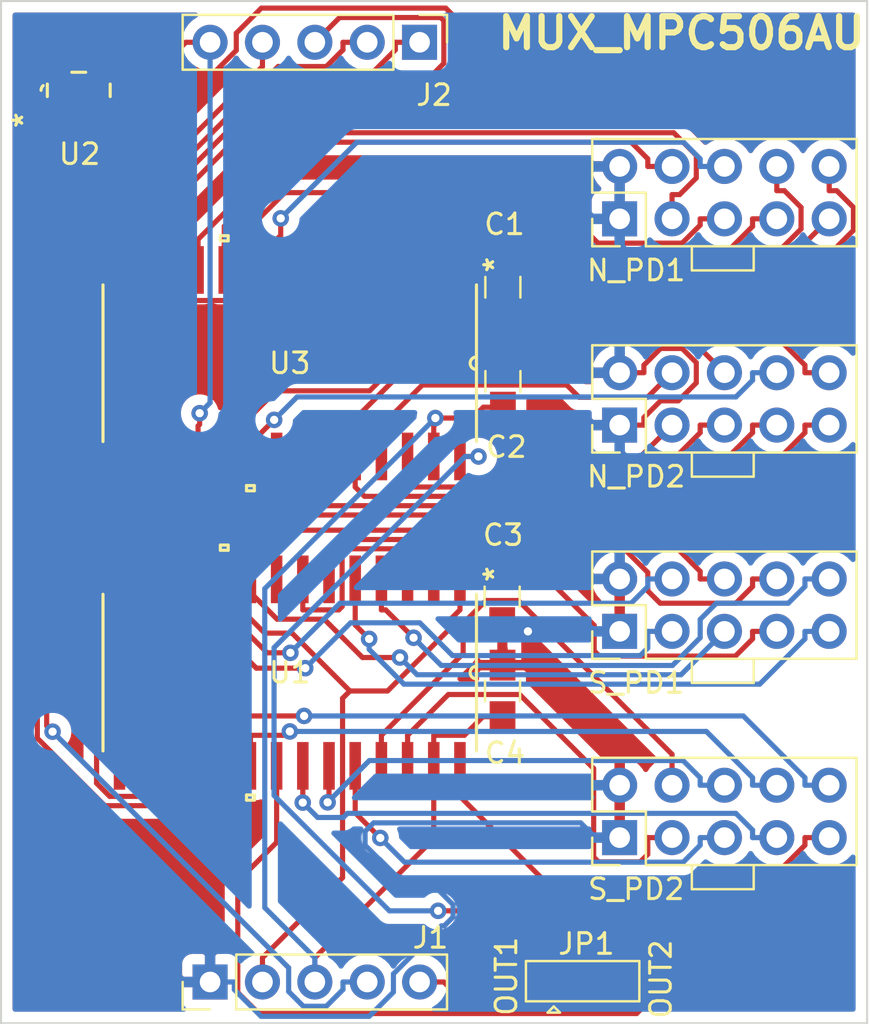
<source format=kicad_pcb>
(kicad_pcb (version 20171130) (host pcbnew "(5.1.6-0-10_14)")

  (general
    (thickness 1.6)
    (drawings 8)
    (tracks 491)
    (zones 0)
    (modules 14)
    (nets 53)
  )

  (page A4)
  (layers
    (0 F.Cu signal hide)
    (31 B.Cu signal hide)
    (32 B.Adhes user)
    (33 F.Adhes user)
    (34 B.Paste user)
    (35 F.Paste user)
    (36 B.SilkS user)
    (37 F.SilkS user)
    (38 B.Mask user)
    (39 F.Mask user)
    (40 Dwgs.User user hide)
    (41 Cmts.User user)
    (42 Eco1.User user)
    (43 Eco2.User user)
    (44 Edge.Cuts user)
    (45 Margin user)
    (46 B.CrtYd user)
    (47 F.CrtYd user)
    (48 B.Fab user)
    (49 F.Fab user hide)
  )

  (setup
    (last_trace_width 0.25)
    (trace_clearance 0.2)
    (zone_clearance 0.508)
    (zone_45_only no)
    (trace_min 0.2)
    (via_size 0.8)
    (via_drill 0.4)
    (via_min_size 0.4)
    (via_min_drill 0.3)
    (uvia_size 0.3)
    (uvia_drill 0.1)
    (uvias_allowed no)
    (uvia_min_size 0.2)
    (uvia_min_drill 0.1)
    (edge_width 0.1)
    (segment_width 0.2)
    (pcb_text_width 0.3)
    (pcb_text_size 1.5 1.5)
    (mod_edge_width 0.15)
    (mod_text_size 1 1)
    (mod_text_width 0.15)
    (pad_size 1.524 1.524)
    (pad_drill 0.762)
    (pad_to_mask_clearance 0)
    (aux_axis_origin 0 0)
    (visible_elements FFFFFF7F)
    (pcbplotparams
      (layerselection 0x010fc_ffffffff)
      (usegerberextensions true)
      (usegerberattributes true)
      (usegerberadvancedattributes true)
      (creategerberjobfile true)
      (excludeedgelayer true)
      (linewidth 0.100000)
      (plotframeref false)
      (viasonmask false)
      (mode 1)
      (useauxorigin false)
      (hpglpennumber 1)
      (hpglpenspeed 20)
      (hpglpendiameter 15.000000)
      (psnegative false)
      (psa4output false)
      (plotreference true)
      (plotvalue true)
      (plotinvisibletext false)
      (padsonsilk false)
      (subtractmaskfromsilk false)
      (outputformat 1)
      (mirror false)
      (drillshape 0)
      (scaleselection 1)
      (outputdirectory ""))
  )

  (net 0 "")
  (net 1 GND)
  (net 2 +10V)
  (net 3 -10V)
  (net 4 PD_MUX_OUT)
  (net 5 VCC_LOGIC)
  (net 6 ADDRESSA3)
  (net 7 ADDRESSA2)
  (net 8 ADDRESSA1)
  (net 9 ADDRESSA0)
  (net 10 MUX_SELECT)
  (net 11 /PD_MUX_OUT1)
  (net 12 /PD_MUX_OUT2)
  (net 13 N_PD1_OUT1)
  (net 14 N_PD1_OUT2)
  (net 15 N_PD1_OUT3)
  (net 16 N_PD1_OUT4)
  (net 17 N_PD1_OUT5)
  (net 18 N_PD1_OUT6)
  (net 19 N_PD1_OUT7)
  (net 20 N_PD1_OUT8)
  (net 21 N_PD1_OUT16)
  (net 22 N_PD1_OUT15)
  (net 23 N_PD1_OUT14)
  (net 24 N_PD1_OUT13)
  (net 25 N_PD1_OUT12)
  (net 26 N_PD1_OUT10)
  (net 27 N_PD1_OUT11)
  (net 28 N_PD1_OUT9)
  (net 29 S_PD1_OUT8)
  (net 30 S_PD1_OUT7)
  (net 31 S_PD1_OUT6)
  (net 32 S_PD1_OUT5)
  (net 33 S_PD1_OUT4)
  (net 34 S_PD1_OUT3)
  (net 35 S_PD1_OUT2)
  (net 36 S_PD1_OUT1)
  (net 37 S_PD1_OUT9)
  (net 38 S_PD1_OUT11)
  (net 39 S_PD1_OUT10)
  (net 40 S_PD1_OUT12)
  (net 41 S_PD1_OUT13)
  (net 42 S_PD1_OUT14)
  (net 43 S_PD1_OUT15)
  (net 44 S_PD1_OUT16)
  (net 45 "Net-(U1-Pad2)")
  (net 46 "Net-(U1-Pad3)")
  (net 47 "Net-(U1-Pad13)")
  (net 48 /MUX_SELECT_INV)
  (net 49 "Net-(U2-Pad1)")
  (net 50 "Net-(U3-Pad13)")
  (net 51 "Net-(U3-Pad3)")
  (net 52 "Net-(U3-Pad2)")

  (net_class Default "This is the default net class."
    (clearance 0.2)
    (trace_width 0.25)
    (via_dia 0.8)
    (via_drill 0.4)
    (uvia_dia 0.3)
    (uvia_drill 0.1)
    (add_net +10V)
    (add_net -10V)
    (add_net /MUX_SELECT_INV)
    (add_net /PD_MUX_OUT1)
    (add_net /PD_MUX_OUT2)
    (add_net ADDRESSA0)
    (add_net ADDRESSA1)
    (add_net ADDRESSA2)
    (add_net ADDRESSA3)
    (add_net GND)
    (add_net MUX_SELECT)
    (add_net N_PD1_OUT1)
    (add_net N_PD1_OUT10)
    (add_net N_PD1_OUT11)
    (add_net N_PD1_OUT12)
    (add_net N_PD1_OUT13)
    (add_net N_PD1_OUT14)
    (add_net N_PD1_OUT15)
    (add_net N_PD1_OUT16)
    (add_net N_PD1_OUT2)
    (add_net N_PD1_OUT3)
    (add_net N_PD1_OUT4)
    (add_net N_PD1_OUT5)
    (add_net N_PD1_OUT6)
    (add_net N_PD1_OUT7)
    (add_net N_PD1_OUT8)
    (add_net N_PD1_OUT9)
    (add_net "Net-(U1-Pad13)")
    (add_net "Net-(U1-Pad2)")
    (add_net "Net-(U1-Pad3)")
    (add_net "Net-(U2-Pad1)")
    (add_net "Net-(U3-Pad13)")
    (add_net "Net-(U3-Pad2)")
    (add_net "Net-(U3-Pad3)")
    (add_net PD_MUX_OUT)
    (add_net S_PD1_OUT1)
    (add_net S_PD1_OUT10)
    (add_net S_PD1_OUT11)
    (add_net S_PD1_OUT12)
    (add_net S_PD1_OUT13)
    (add_net S_PD1_OUT14)
    (add_net S_PD1_OUT15)
    (add_net S_PD1_OUT16)
    (add_net S_PD1_OUT2)
    (add_net S_PD1_OUT3)
    (add_net S_PD1_OUT4)
    (add_net S_PD1_OUT5)
    (add_net S_PD1_OUT6)
    (add_net S_PD1_OUT7)
    (add_net S_PD1_OUT8)
    (add_net S_PD1_OUT9)
    (add_net VCC_LOGIC)
  )

  (module Capacitors_SMD:C_0805_HandSoldering (layer F.Cu) (tedit 58AA84A8) (tstamp 5F59B882)
    (at 107.335 76.3146 270)
    (descr "Capacitor SMD 0805, hand soldering")
    (tags "capacitor 0805")
    (path /5F58B015)
    (attr smd)
    (fp_text reference C1 (at -3.05338 -0.07906 180) (layer F.SilkS)
      (effects (font (size 1 1) (thickness 0.15)))
    )
    (fp_text value C (at 0 1.75 90) (layer F.Fab)
      (effects (font (size 1 1) (thickness 0.15)))
    )
    (fp_line (start 2.25 0.87) (end -2.25 0.87) (layer F.CrtYd) (width 0.05))
    (fp_line (start 2.25 0.87) (end 2.25 -0.88) (layer F.CrtYd) (width 0.05))
    (fp_line (start -2.25 -0.88) (end -2.25 0.87) (layer F.CrtYd) (width 0.05))
    (fp_line (start -2.25 -0.88) (end 2.25 -0.88) (layer F.CrtYd) (width 0.05))
    (fp_line (start -0.5 0.85) (end 0.5 0.85) (layer F.SilkS) (width 0.12))
    (fp_line (start 0.5 -0.85) (end -0.5 -0.85) (layer F.SilkS) (width 0.12))
    (fp_line (start -1 -0.62) (end 1 -0.62) (layer F.Fab) (width 0.1))
    (fp_line (start 1 -0.62) (end 1 0.62) (layer F.Fab) (width 0.1))
    (fp_line (start 1 0.62) (end -1 0.62) (layer F.Fab) (width 0.1))
    (fp_line (start -1 0.62) (end -1 -0.62) (layer F.Fab) (width 0.1))
    (fp_text user %R (at 0 -1.75 90) (layer F.Fab)
      (effects (font (size 1 1) (thickness 0.15)))
    )
    (pad 2 smd rect (at 1.25 0 270) (size 1.5 1.25) (layers F.Cu F.Paste F.Mask)
      (net 1 GND))
    (pad 1 smd rect (at -1.25 0 270) (size 1.5 1.25) (layers F.Cu F.Paste F.Mask)
      (net 2 +10V))
    (model Capacitors_SMD.3dshapes/C_0805.wrl
      (at (xyz 0 0 0))
      (scale (xyz 1 1 1))
      (rotate (xyz 0 0 0))
    )
  )

  (module Capacitors_SMD:C_0805_HandSoldering (layer F.Cu) (tedit 58AA84A8) (tstamp 5F59B893)
    (at 107.338 80.8815 90)
    (descr "Capacitor SMD 0805, hand soldering")
    (tags "capacitor 0805")
    (path /5F58B70B)
    (attr smd)
    (fp_text reference C2 (at -3.1798 0.1675 180) (layer F.SilkS)
      (effects (font (size 1 1) (thickness 0.15)))
    )
    (fp_text value C (at 0 1.75 90) (layer F.Fab)
      (effects (font (size 1 1) (thickness 0.15)))
    )
    (fp_line (start -1 0.62) (end -1 -0.62) (layer F.Fab) (width 0.1))
    (fp_line (start 1 0.62) (end -1 0.62) (layer F.Fab) (width 0.1))
    (fp_line (start 1 -0.62) (end 1 0.62) (layer F.Fab) (width 0.1))
    (fp_line (start -1 -0.62) (end 1 -0.62) (layer F.Fab) (width 0.1))
    (fp_line (start 0.5 -0.85) (end -0.5 -0.85) (layer F.SilkS) (width 0.12))
    (fp_line (start -0.5 0.85) (end 0.5 0.85) (layer F.SilkS) (width 0.12))
    (fp_line (start -2.25 -0.88) (end 2.25 -0.88) (layer F.CrtYd) (width 0.05))
    (fp_line (start -2.25 -0.88) (end -2.25 0.87) (layer F.CrtYd) (width 0.05))
    (fp_line (start 2.25 0.87) (end 2.25 -0.88) (layer F.CrtYd) (width 0.05))
    (fp_line (start 2.25 0.87) (end -2.25 0.87) (layer F.CrtYd) (width 0.05))
    (fp_text user %R (at 0 -1.75 90) (layer F.Fab)
      (effects (font (size 1 1) (thickness 0.15)))
    )
    (pad 1 smd rect (at -1.25 0 90) (size 1.5 1.25) (layers F.Cu F.Paste F.Mask)
      (net 3 -10V))
    (pad 2 smd rect (at 1.25 0 90) (size 1.5 1.25) (layers F.Cu F.Paste F.Mask)
      (net 1 GND))
    (model Capacitors_SMD.3dshapes/C_0805.wrl
      (at (xyz 0 0 0))
      (scale (xyz 1 1 1))
      (rotate (xyz 0 0 0))
    )
  )

  (module Capacitors_SMD:C_0805_HandSoldering (layer F.Cu) (tedit 58AA84A8) (tstamp 5F59B8A4)
    (at 107.302 91.3311 270)
    (descr "Capacitor SMD 0805, hand soldering")
    (tags "capacitor 0805")
    (path /5F8C6DE9)
    (attr smd)
    (fp_text reference C3 (at -3.00006 -0.04348 180) (layer F.SilkS)
      (effects (font (size 1 1) (thickness 0.15)))
    )
    (fp_text value C (at 0 1.75 90) (layer F.Fab)
      (effects (font (size 1 1) (thickness 0.15)))
    )
    (fp_line (start 2.25 0.87) (end -2.25 0.87) (layer F.CrtYd) (width 0.05))
    (fp_line (start 2.25 0.87) (end 2.25 -0.88) (layer F.CrtYd) (width 0.05))
    (fp_line (start -2.25 -0.88) (end -2.25 0.87) (layer F.CrtYd) (width 0.05))
    (fp_line (start -2.25 -0.88) (end 2.25 -0.88) (layer F.CrtYd) (width 0.05))
    (fp_line (start -0.5 0.85) (end 0.5 0.85) (layer F.SilkS) (width 0.12))
    (fp_line (start 0.5 -0.85) (end -0.5 -0.85) (layer F.SilkS) (width 0.12))
    (fp_line (start -1 -0.62) (end 1 -0.62) (layer F.Fab) (width 0.1))
    (fp_line (start 1 -0.62) (end 1 0.62) (layer F.Fab) (width 0.1))
    (fp_line (start 1 0.62) (end -1 0.62) (layer F.Fab) (width 0.1))
    (fp_line (start -1 0.62) (end -1 -0.62) (layer F.Fab) (width 0.1))
    (fp_text user %R (at 0 -1.75 90) (layer F.Fab)
      (effects (font (size 1 1) (thickness 0.15)))
    )
    (pad 2 smd rect (at 1.25 0 270) (size 1.5 1.25) (layers F.Cu F.Paste F.Mask)
      (net 1 GND))
    (pad 1 smd rect (at -1.25 0 270) (size 1.5 1.25) (layers F.Cu F.Paste F.Mask)
      (net 2 +10V))
    (model Capacitors_SMD.3dshapes/C_0805.wrl
      (at (xyz 0 0 0))
      (scale (xyz 1 1 1))
      (rotate (xyz 0 0 0))
    )
  )

  (module Capacitors_SMD:C_0805_HandSoldering (layer F.Cu) (tedit 58AA84A8) (tstamp 5F59B8B5)
    (at 107.32 95.8879 90)
    (descr "Capacitor SMD 0805, hand soldering")
    (tags "capacitor 0805")
    (path /5F8C6DF1)
    (attr smd)
    (fp_text reference C4 (at -3.01462 0.122 180) (layer F.SilkS)
      (effects (font (size 1 1) (thickness 0.15)))
    )
    (fp_text value C (at 0 1.75 90) (layer F.Fab)
      (effects (font (size 1 1) (thickness 0.15)))
    )
    (fp_line (start -1 0.62) (end -1 -0.62) (layer F.Fab) (width 0.1))
    (fp_line (start 1 0.62) (end -1 0.62) (layer F.Fab) (width 0.1))
    (fp_line (start 1 -0.62) (end 1 0.62) (layer F.Fab) (width 0.1))
    (fp_line (start -1 -0.62) (end 1 -0.62) (layer F.Fab) (width 0.1))
    (fp_line (start 0.5 -0.85) (end -0.5 -0.85) (layer F.SilkS) (width 0.12))
    (fp_line (start -0.5 0.85) (end 0.5 0.85) (layer F.SilkS) (width 0.12))
    (fp_line (start -2.25 -0.88) (end 2.25 -0.88) (layer F.CrtYd) (width 0.05))
    (fp_line (start -2.25 -0.88) (end -2.25 0.87) (layer F.CrtYd) (width 0.05))
    (fp_line (start 2.25 0.87) (end 2.25 -0.88) (layer F.CrtYd) (width 0.05))
    (fp_line (start 2.25 0.87) (end -2.25 0.87) (layer F.CrtYd) (width 0.05))
    (fp_text user %R (at 0 -1.75 90) (layer F.Fab)
      (effects (font (size 1 1) (thickness 0.15)))
    )
    (pad 1 smd rect (at -1.25 0 90) (size 1.5 1.25) (layers F.Cu F.Paste F.Mask)
      (net 3 -10V))
    (pad 2 smd rect (at 1.25 0 90) (size 1.5 1.25) (layers F.Cu F.Paste F.Mask)
      (net 1 GND))
    (model Capacitors_SMD.3dshapes/C_0805.wrl
      (at (xyz 0 0 0))
      (scale (xyz 1 1 1))
      (rotate (xyz 0 0 0))
    )
  )

  (module Pin_Headers:Pin_Header_Straight_1x05_Pitch2.54mm (layer F.Cu) (tedit 59650532) (tstamp 5F59B8CE)
    (at 93.138 110 90)
    (descr "Through hole straight pin header, 1x05, 2.54mm pitch, single row")
    (tags "Through hole pin header THT 1x05 2.54mm single row")
    (path /5F594BC9)
    (fp_text reference J1 (at 2.14398 10.6845 180) (layer F.SilkS)
      (effects (font (size 1 1) (thickness 0.15)))
    )
    (fp_text value Conn_01x05_Male (at 0 12.49 90) (layer F.Fab)
      (effects (font (size 1 1) (thickness 0.15)))
    )
    (fp_line (start 1.8 -1.8) (end -1.8 -1.8) (layer F.CrtYd) (width 0.05))
    (fp_line (start 1.8 11.95) (end 1.8 -1.8) (layer F.CrtYd) (width 0.05))
    (fp_line (start -1.8 11.95) (end 1.8 11.95) (layer F.CrtYd) (width 0.05))
    (fp_line (start -1.8 -1.8) (end -1.8 11.95) (layer F.CrtYd) (width 0.05))
    (fp_line (start -1.33 -1.33) (end 0 -1.33) (layer F.SilkS) (width 0.12))
    (fp_line (start -1.33 0) (end -1.33 -1.33) (layer F.SilkS) (width 0.12))
    (fp_line (start -1.33 1.27) (end 1.33 1.27) (layer F.SilkS) (width 0.12))
    (fp_line (start 1.33 1.27) (end 1.33 11.49) (layer F.SilkS) (width 0.12))
    (fp_line (start -1.33 1.27) (end -1.33 11.49) (layer F.SilkS) (width 0.12))
    (fp_line (start -1.33 11.49) (end 1.33 11.49) (layer F.SilkS) (width 0.12))
    (fp_line (start -1.27 -0.635) (end -0.635 -1.27) (layer F.Fab) (width 0.1))
    (fp_line (start -1.27 11.43) (end -1.27 -0.635) (layer F.Fab) (width 0.1))
    (fp_line (start 1.27 11.43) (end -1.27 11.43) (layer F.Fab) (width 0.1))
    (fp_line (start 1.27 -1.27) (end 1.27 11.43) (layer F.Fab) (width 0.1))
    (fp_line (start -0.635 -1.27) (end 1.27 -1.27) (layer F.Fab) (width 0.1))
    (fp_text user %R (at 0 5.08) (layer F.Fab)
      (effects (font (size 1 1) (thickness 0.15)))
    )
    (pad 5 thru_hole oval (at 0 10.16 90) (size 1.7 1.7) (drill 1) (layers *.Cu *.Mask)
      (net 4 PD_MUX_OUT))
    (pad 4 thru_hole oval (at 0 7.62 90) (size 1.7 1.7) (drill 1) (layers *.Cu *.Mask)
      (net 5 VCC_LOGIC))
    (pad 3 thru_hole oval (at 0 5.08 90) (size 1.7 1.7) (drill 1) (layers *.Cu *.Mask)
      (net 3 -10V))
    (pad 2 thru_hole oval (at 0 2.54 90) (size 1.7 1.7) (drill 1) (layers *.Cu *.Mask)
      (net 2 +10V))
    (pad 1 thru_hole rect (at 0 0 90) (size 1.7 1.7) (drill 1) (layers *.Cu *.Mask)
      (net 1 GND))
    (model ${KISYS3DMOD}/Pin_Headers.3dshapes/Pin_Header_Straight_1x05_Pitch2.54mm.wrl
      (at (xyz 0 0 0))
      (scale (xyz 1 1 1))
      (rotate (xyz 0 0 0))
    )
  )

  (module Pin_Headers:Pin_Header_Straight_1x05_Pitch2.54mm (layer F.Cu) (tedit 59650532) (tstamp 5F59B8E7)
    (at 103.298 64.44 270)
    (descr "Through hole straight pin header, 1x05, 2.54mm pitch, single row")
    (tags "Through hole pin header THT 1x05 2.54mm single row")
    (path /5F5954AA)
    (fp_text reference J2 (at 2.56 -0.702 180) (layer F.SilkS)
      (effects (font (size 1 1) (thickness 0.15)))
    )
    (fp_text value Conn_01x05_Male (at 0 12.49 90) (layer F.Fab)
      (effects (font (size 1 1) (thickness 0.15)))
    )
    (fp_line (start -0.635 -1.27) (end 1.27 -1.27) (layer F.Fab) (width 0.1))
    (fp_line (start 1.27 -1.27) (end 1.27 11.43) (layer F.Fab) (width 0.1))
    (fp_line (start 1.27 11.43) (end -1.27 11.43) (layer F.Fab) (width 0.1))
    (fp_line (start -1.27 11.43) (end -1.27 -0.635) (layer F.Fab) (width 0.1))
    (fp_line (start -1.27 -0.635) (end -0.635 -1.27) (layer F.Fab) (width 0.1))
    (fp_line (start -1.33 11.49) (end 1.33 11.49) (layer F.SilkS) (width 0.12))
    (fp_line (start -1.33 1.27) (end -1.33 11.49) (layer F.SilkS) (width 0.12))
    (fp_line (start 1.33 1.27) (end 1.33 11.49) (layer F.SilkS) (width 0.12))
    (fp_line (start -1.33 1.27) (end 1.33 1.27) (layer F.SilkS) (width 0.12))
    (fp_line (start -1.33 0) (end -1.33 -1.33) (layer F.SilkS) (width 0.12))
    (fp_line (start -1.33 -1.33) (end 0 -1.33) (layer F.SilkS) (width 0.12))
    (fp_line (start -1.8 -1.8) (end -1.8 11.95) (layer F.CrtYd) (width 0.05))
    (fp_line (start -1.8 11.95) (end 1.8 11.95) (layer F.CrtYd) (width 0.05))
    (fp_line (start 1.8 11.95) (end 1.8 -1.8) (layer F.CrtYd) (width 0.05))
    (fp_line (start 1.8 -1.8) (end -1.8 -1.8) (layer F.CrtYd) (width 0.05))
    (fp_text user %R (at 0 5.08) (layer F.Fab)
      (effects (font (size 1 1) (thickness 0.15)))
    )
    (pad 1 thru_hole rect (at 0 0 270) (size 1.7 1.7) (drill 1) (layers *.Cu *.Mask)
      (net 6 ADDRESSA3))
    (pad 2 thru_hole oval (at 0 2.54 270) (size 1.7 1.7) (drill 1) (layers *.Cu *.Mask)
      (net 7 ADDRESSA2))
    (pad 3 thru_hole oval (at 0 5.08 270) (size 1.7 1.7) (drill 1) (layers *.Cu *.Mask)
      (net 8 ADDRESSA1))
    (pad 4 thru_hole oval (at 0 7.62 270) (size 1.7 1.7) (drill 1) (layers *.Cu *.Mask)
      (net 9 ADDRESSA0))
    (pad 5 thru_hole oval (at 0 10.16 270) (size 1.7 1.7) (drill 1) (layers *.Cu *.Mask)
      (net 10 MUX_SELECT))
    (model ${KISYS3DMOD}/Pin_Headers.3dshapes/Pin_Header_Straight_1x05_Pitch2.54mm.wrl
      (at (xyz 0 0 0))
      (scale (xyz 1 1 1))
      (rotate (xyz 0 0 0))
    )
  )

  (module Jumper:SolderJumper-3_P2.0mm_Open_TrianglePad1.0x1.5mm (layer F.Cu) (tedit 5A64803D) (tstamp 5F59B8FB)
    (at 111.204 109.985)
    (descr "SMD Solder Jumper, 1x1.5mm Triangular Pads, 0.3mm gap, open")
    (tags "solder jumper open")
    (path /5F84900F)
    (attr virtual)
    (fp_text reference JP1 (at 0.18262 -1.8318) (layer F.SilkS)
      (effects (font (size 1 1) (thickness 0.15)))
    )
    (fp_text value Jumper_3_Open (at 0.725 1.925) (layer F.Fab)
      (effects (font (size 1 1) (thickness 0.15)))
    )
    (fp_line (start -1.1 1.5) (end -1.4 1.2) (layer F.SilkS) (width 0.12))
    (fp_line (start -1.7 1.5) (end -1.1 1.5) (layer F.SilkS) (width 0.12))
    (fp_line (start -1.4 1.2) (end -1.7 1.5) (layer F.SilkS) (width 0.12))
    (fp_line (start -2.75 0.95) (end -2.75 -1) (layer F.SilkS) (width 0.12))
    (fp_line (start 2.75 0.95) (end -2.75 0.95) (layer F.SilkS) (width 0.12))
    (fp_line (start 2.75 -1) (end 2.75 0.95) (layer F.SilkS) (width 0.12))
    (fp_line (start -2.75 -1) (end 2.75 -1) (layer F.SilkS) (width 0.12))
    (fp_line (start -2.98 -1.27) (end 3 -1.27) (layer F.CrtYd) (width 0.05))
    (fp_line (start -2.98 -1.27) (end -2.98 1.25) (layer F.CrtYd) (width 0.05))
    (fp_line (start 3 1.25) (end 3 -1.27) (layer F.CrtYd) (width 0.05))
    (fp_line (start 3 1.25) (end -2.98 1.25) (layer F.CrtYd) (width 0.05))
    (pad "" smd rect (at 1.2 0) (size 1.5 1.5) (layers F.Mask))
    (pad "" smd rect (at -1.2 0) (size 1.5 1.5) (layers F.Mask))
    (pad 1 smd custom (at -2 0) (size 0.3 0.3) (layers F.Cu F.Mask)
      (net 11 /PD_MUX_OUT1) (zone_connect 2)
      (options (clearance outline) (anchor rect))
      (primitives
        (gr_poly (pts
           (xy -0.5 -0.75) (xy 0.5 -0.75) (xy 1 0) (xy 0.5 0.75) (xy -0.5 0.75)
) (width 0))
      ))
    (pad 2 smd custom (at 0 0) (size 0.3 0.3) (layers F.Cu)
      (net 4 PD_MUX_OUT) (zone_connect 2)
      (options (clearance outline) (anchor rect))
      (primitives
        (gr_poly (pts
           (xy -1.2 -0.75) (xy 1.2 -0.75) (xy 0.7 0) (xy 1.2 0.75) (xy -1.2 0.75)
           (xy -0.7 0)) (width 0))
      ))
    (pad 3 smd custom (at 2 0 180) (size 0.3 0.3) (layers F.Cu F.Mask)
      (net 12 /PD_MUX_OUT2) (zone_connect 2)
      (options (clearance outline) (anchor rect))
      (primitives
        (gr_poly (pts
           (xy -0.5 -0.75) (xy 0.5 -0.75) (xy 1 0) (xy 0.5 0.75) (xy -0.5 0.75)
) (width 0))
      ))
  )

  (module Ninja-qPCR:Con_2x05 (layer F.Cu) (tedit 5F583882) (tstamp 5F59CC8E)
    (at 113 73 90)
    (descr "Through hole straight pin header, 2x05, 2.54mm pitch, double rows")
    (tags "Through hole pin header THT 2x05 2.54mm double row")
    (path /5F45F341)
    (fp_text reference N_PD1 (at -2.5 0.8 180) (layer F.SilkS)
      (effects (font (size 1 1) (thickness 0.15)))
    )
    (fp_text value Conn_02x05 (at 1.27 12.49 90) (layer F.Fab)
      (effects (font (size 1 1) (thickness 0.15)))
    )
    (fp_line (start 4.35 -1.8) (end -1.8 -1.8) (layer F.CrtYd) (width 0.05))
    (fp_line (start 4.35 11.95) (end 4.35 -1.8) (layer F.CrtYd) (width 0.05))
    (fp_line (start -1.8 11.95) (end 4.35 11.95) (layer F.CrtYd) (width 0.05))
    (fp_line (start -1.8 -1.8) (end -1.8 11.95) (layer F.CrtYd) (width 0.05))
    (fp_line (start -1.33 -1.33) (end 0 -1.33) (layer F.SilkS) (width 0.12))
    (fp_line (start -1.33 0) (end -1.33 -1.33) (layer F.SilkS) (width 0.12))
    (fp_line (start 1.27 -1.33) (end 3.87 -1.33) (layer F.SilkS) (width 0.12))
    (fp_line (start 1.27 1.27) (end 1.27 -1.33) (layer F.SilkS) (width 0.12))
    (fp_line (start -1.33 1.27) (end 1.27 1.27) (layer F.SilkS) (width 0.12))
    (fp_line (start 3.87 -1.33) (end 3.87 11.49) (layer F.SilkS) (width 0.12))
    (fp_line (start -1.33 1.27) (end -1.33 11.49) (layer F.SilkS) (width 0.12))
    (fp_line (start -1.33 11.49) (end 3.87 11.49) (layer F.SilkS) (width 0.12))
    (fp_line (start -1.27 0) (end 0 -1.27) (layer F.Fab) (width 0.1))
    (fp_line (start -1.27 11.43) (end -1.27 0) (layer F.Fab) (width 0.1))
    (fp_line (start 3.81 11.43) (end -1.27 11.43) (layer F.Fab) (width 0.1))
    (fp_line (start 3.81 -1.27) (end 3.81 11.43) (layer F.Fab) (width 0.1))
    (fp_line (start 0 -1.27) (end 3.81 -1.27) (layer F.Fab) (width 0.1))
    (fp_line (start -1.33 3.5) (end -2.5 3.5) (layer F.SilkS) (width 0.12))
    (fp_line (start -2.5 3.5) (end -2.5 6.5) (layer F.SilkS) (width 0.12))
    (fp_line (start -2.5 6.5) (end -1.33 6.5) (layer F.SilkS) (width 0.12))
    (fp_text user %R (at 1.27 5.08) (layer F.Fab)
      (effects (font (size 1 1) (thickness 0.15)))
    )
    (pad 10 thru_hole oval (at 2.54 10.16 90) (size 1.7 1.7) (drill 1) (layers *.Cu *.Mask)
      (net 13 N_PD1_OUT1))
    (pad 9 thru_hole oval (at 0 10.16 90) (size 1.7 1.7) (drill 1) (layers *.Cu *.Mask)
      (net 14 N_PD1_OUT2))
    (pad 8 thru_hole oval (at 2.54 7.62 90) (size 1.7 1.7) (drill 1) (layers *.Cu *.Mask)
      (net 15 N_PD1_OUT3))
    (pad 7 thru_hole oval (at 0 7.62 90) (size 1.7 1.7) (drill 1) (layers *.Cu *.Mask)
      (net 16 N_PD1_OUT4))
    (pad 6 thru_hole oval (at 2.54 5.08 90) (size 1.7 1.7) (drill 1) (layers *.Cu *.Mask)
      (net 17 N_PD1_OUT5))
    (pad 5 thru_hole oval (at 0 5.08 90) (size 1.7 1.7) (drill 1) (layers *.Cu *.Mask)
      (net 18 N_PD1_OUT6))
    (pad 4 thru_hole oval (at 2.54 2.54 90) (size 1.7 1.7) (drill 1) (layers *.Cu *.Mask)
      (net 19 N_PD1_OUT7))
    (pad 3 thru_hole oval (at 0 2.54 90) (size 1.7 1.7) (drill 1) (layers *.Cu *.Mask)
      (net 20 N_PD1_OUT8))
    (pad 2 thru_hole oval (at 2.54 0 90) (size 1.7 1.7) (drill 1) (layers *.Cu *.Mask)
      (net 1 GND))
    (pad 1 thru_hole rect (at 0 0 90) (size 1.7 1.7) (drill 1) (layers *.Cu *.Mask)
      (net 1 GND))
    (model ${KISYS3DMOD}/Pin_Headers.3dshapes/Pin_Header_Straight_2x05_Pitch2.54mm.wrl
      (at (xyz 0 0 0))
      (scale (xyz 1 1 1))
      (rotate (xyz 0 0 0))
    )
  )

  (module Ninja-qPCR:Con_2x05 (layer F.Cu) (tedit 5F583882) (tstamp 5F59CC28)
    (at 113 83 90)
    (descr "Through hole straight pin header, 2x05, 2.54mm pitch, double rows")
    (tags "Through hole pin header THT 2x05 2.54mm double row")
    (path /5F46510A)
    (fp_text reference N_PD2 (at -2.5 0.8 180) (layer F.SilkS)
      (effects (font (size 1 1) (thickness 0.15)))
    )
    (fp_text value Conn_02x05 (at 1.27 12.49 90) (layer F.Fab)
      (effects (font (size 1 1) (thickness 0.15)))
    )
    (fp_line (start -2.5 6.5) (end -1.33 6.5) (layer F.SilkS) (width 0.12))
    (fp_line (start -2.5 3.5) (end -2.5 6.5) (layer F.SilkS) (width 0.12))
    (fp_line (start -1.33 3.5) (end -2.5 3.5) (layer F.SilkS) (width 0.12))
    (fp_line (start 0 -1.27) (end 3.81 -1.27) (layer F.Fab) (width 0.1))
    (fp_line (start 3.81 -1.27) (end 3.81 11.43) (layer F.Fab) (width 0.1))
    (fp_line (start 3.81 11.43) (end -1.27 11.43) (layer F.Fab) (width 0.1))
    (fp_line (start -1.27 11.43) (end -1.27 0) (layer F.Fab) (width 0.1))
    (fp_line (start -1.27 0) (end 0 -1.27) (layer F.Fab) (width 0.1))
    (fp_line (start -1.33 11.49) (end 3.87 11.49) (layer F.SilkS) (width 0.12))
    (fp_line (start -1.33 1.27) (end -1.33 11.49) (layer F.SilkS) (width 0.12))
    (fp_line (start 3.87 -1.33) (end 3.87 11.49) (layer F.SilkS) (width 0.12))
    (fp_line (start -1.33 1.27) (end 1.27 1.27) (layer F.SilkS) (width 0.12))
    (fp_line (start 1.27 1.27) (end 1.27 -1.33) (layer F.SilkS) (width 0.12))
    (fp_line (start 1.27 -1.33) (end 3.87 -1.33) (layer F.SilkS) (width 0.12))
    (fp_line (start -1.33 0) (end -1.33 -1.33) (layer F.SilkS) (width 0.12))
    (fp_line (start -1.33 -1.33) (end 0 -1.33) (layer F.SilkS) (width 0.12))
    (fp_line (start -1.8 -1.8) (end -1.8 11.95) (layer F.CrtYd) (width 0.05))
    (fp_line (start -1.8 11.95) (end 4.35 11.95) (layer F.CrtYd) (width 0.05))
    (fp_line (start 4.35 11.95) (end 4.35 -1.8) (layer F.CrtYd) (width 0.05))
    (fp_line (start 4.35 -1.8) (end -1.8 -1.8) (layer F.CrtYd) (width 0.05))
    (fp_text user %R (at 1.27 5.08) (layer F.Fab)
      (effects (font (size 1 1) (thickness 0.15)))
    )
    (pad 1 thru_hole rect (at 0 0 90) (size 1.7 1.7) (drill 1) (layers *.Cu *.Mask)
      (net 1 GND))
    (pad 2 thru_hole oval (at 2.54 0 90) (size 1.7 1.7) (drill 1) (layers *.Cu *.Mask)
      (net 1 GND))
    (pad 3 thru_hole oval (at 0 2.54 90) (size 1.7 1.7) (drill 1) (layers *.Cu *.Mask)
      (net 21 N_PD1_OUT16))
    (pad 4 thru_hole oval (at 2.54 2.54 90) (size 1.7 1.7) (drill 1) (layers *.Cu *.Mask)
      (net 22 N_PD1_OUT15))
    (pad 5 thru_hole oval (at 0 5.08 90) (size 1.7 1.7) (drill 1) (layers *.Cu *.Mask)
      (net 23 N_PD1_OUT14))
    (pad 6 thru_hole oval (at 2.54 5.08 90) (size 1.7 1.7) (drill 1) (layers *.Cu *.Mask)
      (net 24 N_PD1_OUT13))
    (pad 7 thru_hole oval (at 0 7.62 90) (size 1.7 1.7) (drill 1) (layers *.Cu *.Mask)
      (net 25 N_PD1_OUT12))
    (pad 8 thru_hole oval (at 2.54 7.62 90) (size 1.7 1.7) (drill 1) (layers *.Cu *.Mask)
      (net 26 N_PD1_OUT10))
    (pad 9 thru_hole oval (at 0 10.16 90) (size 1.7 1.7) (drill 1) (layers *.Cu *.Mask)
      (net 27 N_PD1_OUT11))
    (pad 10 thru_hole oval (at 2.54 10.16 90) (size 1.7 1.7) (drill 1) (layers *.Cu *.Mask)
      (net 28 N_PD1_OUT9))
    (model ${KISYS3DMOD}/Pin_Headers.3dshapes/Pin_Header_Straight_2x05_Pitch2.54mm.wrl
      (at (xyz 0 0 0))
      (scale (xyz 1 1 1))
      (rotate (xyz 0 0 0))
    )
  )

  (module Ninja-qPCR:Con_2x05 (layer F.Cu) (tedit 5F583882) (tstamp 5F59CBC2)
    (at 113 93 90)
    (descr "Through hole straight pin header, 2x05, 2.54mm pitch, double rows")
    (tags "Through hole pin header THT 2x05 2.54mm double row")
    (path /5F4685F1)
    (fp_text reference S_PD1 (at -2.5 0.8 180) (layer F.SilkS)
      (effects (font (size 1 1) (thickness 0.15)))
    )
    (fp_text value Conn_02x05 (at 1.27 12.49 90) (layer F.Fab)
      (effects (font (size 1 1) (thickness 0.15)))
    )
    (fp_line (start -2.5 6.5) (end -1.33 6.5) (layer F.SilkS) (width 0.12))
    (fp_line (start -2.5 3.5) (end -2.5 6.5) (layer F.SilkS) (width 0.12))
    (fp_line (start -1.33 3.5) (end -2.5 3.5) (layer F.SilkS) (width 0.12))
    (fp_line (start 0 -1.27) (end 3.81 -1.27) (layer F.Fab) (width 0.1))
    (fp_line (start 3.81 -1.27) (end 3.81 11.43) (layer F.Fab) (width 0.1))
    (fp_line (start 3.81 11.43) (end -1.27 11.43) (layer F.Fab) (width 0.1))
    (fp_line (start -1.27 11.43) (end -1.27 0) (layer F.Fab) (width 0.1))
    (fp_line (start -1.27 0) (end 0 -1.27) (layer F.Fab) (width 0.1))
    (fp_line (start -1.33 11.49) (end 3.87 11.49) (layer F.SilkS) (width 0.12))
    (fp_line (start -1.33 1.27) (end -1.33 11.49) (layer F.SilkS) (width 0.12))
    (fp_line (start 3.87 -1.33) (end 3.87 11.49) (layer F.SilkS) (width 0.12))
    (fp_line (start -1.33 1.27) (end 1.27 1.27) (layer F.SilkS) (width 0.12))
    (fp_line (start 1.27 1.27) (end 1.27 -1.33) (layer F.SilkS) (width 0.12))
    (fp_line (start 1.27 -1.33) (end 3.87 -1.33) (layer F.SilkS) (width 0.12))
    (fp_line (start -1.33 0) (end -1.33 -1.33) (layer F.SilkS) (width 0.12))
    (fp_line (start -1.33 -1.33) (end 0 -1.33) (layer F.SilkS) (width 0.12))
    (fp_line (start -1.8 -1.8) (end -1.8 11.95) (layer F.CrtYd) (width 0.05))
    (fp_line (start -1.8 11.95) (end 4.35 11.95) (layer F.CrtYd) (width 0.05))
    (fp_line (start 4.35 11.95) (end 4.35 -1.8) (layer F.CrtYd) (width 0.05))
    (fp_line (start 4.35 -1.8) (end -1.8 -1.8) (layer F.CrtYd) (width 0.05))
    (fp_text user %R (at 1.27 5.08) (layer F.Fab)
      (effects (font (size 1 1) (thickness 0.15)))
    )
    (pad 1 thru_hole rect (at 0 0 90) (size 1.7 1.7) (drill 1) (layers *.Cu *.Mask)
      (net 1 GND))
    (pad 2 thru_hole oval (at 2.54 0 90) (size 1.7 1.7) (drill 1) (layers *.Cu *.Mask)
      (net 1 GND))
    (pad 3 thru_hole oval (at 0 2.54 90) (size 1.7 1.7) (drill 1) (layers *.Cu *.Mask)
      (net 29 S_PD1_OUT8))
    (pad 4 thru_hole oval (at 2.54 2.54 90) (size 1.7 1.7) (drill 1) (layers *.Cu *.Mask)
      (net 30 S_PD1_OUT7))
    (pad 5 thru_hole oval (at 0 5.08 90) (size 1.7 1.7) (drill 1) (layers *.Cu *.Mask)
      (net 31 S_PD1_OUT6))
    (pad 6 thru_hole oval (at 2.54 5.08 90) (size 1.7 1.7) (drill 1) (layers *.Cu *.Mask)
      (net 32 S_PD1_OUT5))
    (pad 7 thru_hole oval (at 0 7.62 90) (size 1.7 1.7) (drill 1) (layers *.Cu *.Mask)
      (net 33 S_PD1_OUT4))
    (pad 8 thru_hole oval (at 2.54 7.62 90) (size 1.7 1.7) (drill 1) (layers *.Cu *.Mask)
      (net 34 S_PD1_OUT3))
    (pad 9 thru_hole oval (at 0 10.16 90) (size 1.7 1.7) (drill 1) (layers *.Cu *.Mask)
      (net 35 S_PD1_OUT2))
    (pad 10 thru_hole oval (at 2.54 10.16 90) (size 1.7 1.7) (drill 1) (layers *.Cu *.Mask)
      (net 36 S_PD1_OUT1))
    (model ${KISYS3DMOD}/Pin_Headers.3dshapes/Pin_Header_Straight_2x05_Pitch2.54mm.wrl
      (at (xyz 0 0 0))
      (scale (xyz 1 1 1))
      (rotate (xyz 0 0 0))
    )
  )

  (module Ninja-qPCR:Con_2x05 (layer F.Cu) (tedit 5F583882) (tstamp 5F59CCF4)
    (at 113 103 90)
    (descr "Through hole straight pin header, 2x05, 2.54mm pitch, double rows")
    (tags "Through hole pin header THT 2x05 2.54mm double row")
    (path /5F46860B)
    (fp_text reference S_PD2 (at -2.5 0.8 180) (layer F.SilkS)
      (effects (font (size 1 1) (thickness 0.15)))
    )
    (fp_text value Conn_02x05 (at 1.27 12.49 90) (layer F.Fab)
      (effects (font (size 1 1) (thickness 0.15)))
    )
    (fp_line (start 4.35 -1.8) (end -1.8 -1.8) (layer F.CrtYd) (width 0.05))
    (fp_line (start 4.35 11.95) (end 4.35 -1.8) (layer F.CrtYd) (width 0.05))
    (fp_line (start -1.8 11.95) (end 4.35 11.95) (layer F.CrtYd) (width 0.05))
    (fp_line (start -1.8 -1.8) (end -1.8 11.95) (layer F.CrtYd) (width 0.05))
    (fp_line (start -1.33 -1.33) (end 0 -1.33) (layer F.SilkS) (width 0.12))
    (fp_line (start -1.33 0) (end -1.33 -1.33) (layer F.SilkS) (width 0.12))
    (fp_line (start 1.27 -1.33) (end 3.87 -1.33) (layer F.SilkS) (width 0.12))
    (fp_line (start 1.27 1.27) (end 1.27 -1.33) (layer F.SilkS) (width 0.12))
    (fp_line (start -1.33 1.27) (end 1.27 1.27) (layer F.SilkS) (width 0.12))
    (fp_line (start 3.87 -1.33) (end 3.87 11.49) (layer F.SilkS) (width 0.12))
    (fp_line (start -1.33 1.27) (end -1.33 11.49) (layer F.SilkS) (width 0.12))
    (fp_line (start -1.33 11.49) (end 3.87 11.49) (layer F.SilkS) (width 0.12))
    (fp_line (start -1.27 0) (end 0 -1.27) (layer F.Fab) (width 0.1))
    (fp_line (start -1.27 11.43) (end -1.27 0) (layer F.Fab) (width 0.1))
    (fp_line (start 3.81 11.43) (end -1.27 11.43) (layer F.Fab) (width 0.1))
    (fp_line (start 3.81 -1.27) (end 3.81 11.43) (layer F.Fab) (width 0.1))
    (fp_line (start 0 -1.27) (end 3.81 -1.27) (layer F.Fab) (width 0.1))
    (fp_line (start -1.33 3.5) (end -2.5 3.5) (layer F.SilkS) (width 0.12))
    (fp_line (start -2.5 3.5) (end -2.5 6.5) (layer F.SilkS) (width 0.12))
    (fp_line (start -2.5 6.5) (end -1.33 6.5) (layer F.SilkS) (width 0.12))
    (fp_text user %R (at 1.27 5.08) (layer F.Fab)
      (effects (font (size 1 1) (thickness 0.15)))
    )
    (pad 10 thru_hole oval (at 2.54 10.16 90) (size 1.7 1.7) (drill 1) (layers *.Cu *.Mask)
      (net 37 S_PD1_OUT9))
    (pad 9 thru_hole oval (at 0 10.16 90) (size 1.7 1.7) (drill 1) (layers *.Cu *.Mask)
      (net 38 S_PD1_OUT11))
    (pad 8 thru_hole oval (at 2.54 7.62 90) (size 1.7 1.7) (drill 1) (layers *.Cu *.Mask)
      (net 39 S_PD1_OUT10))
    (pad 7 thru_hole oval (at 0 7.62 90) (size 1.7 1.7) (drill 1) (layers *.Cu *.Mask)
      (net 40 S_PD1_OUT12))
    (pad 6 thru_hole oval (at 2.54 5.08 90) (size 1.7 1.7) (drill 1) (layers *.Cu *.Mask)
      (net 41 S_PD1_OUT13))
    (pad 5 thru_hole oval (at 0 5.08 90) (size 1.7 1.7) (drill 1) (layers *.Cu *.Mask)
      (net 42 S_PD1_OUT14))
    (pad 4 thru_hole oval (at 2.54 2.54 90) (size 1.7 1.7) (drill 1) (layers *.Cu *.Mask)
      (net 43 S_PD1_OUT15))
    (pad 3 thru_hole oval (at 0 2.54 90) (size 1.7 1.7) (drill 1) (layers *.Cu *.Mask)
      (net 44 S_PD1_OUT16))
    (pad 2 thru_hole oval (at 2.54 0 90) (size 1.7 1.7) (drill 1) (layers *.Cu *.Mask)
      (net 1 GND))
    (pad 1 thru_hole rect (at 0 0 90) (size 1.7 1.7) (drill 1) (layers *.Cu *.Mask)
      (net 1 GND))
    (model ${KISYS3DMOD}/Pin_Headers.3dshapes/Pin_Header_Straight_2x05_Pitch2.54mm.wrl
      (at (xyz 0 0 0))
      (scale (xyz 1 1 1))
      (rotate (xyz 0 0 0))
    )
  )

  (module Ninja-qPCR:MPC506AU (layer F.Cu) (tedit 0) (tstamp 5F59BA34)
    (at 97 95 270)
    (path /5F56E8AC)
    (fp_text reference U1 (at 0 0 180) (layer F.SilkS)
      (effects (font (size 1 1) (thickness 0.15)))
    )
    (fp_text value MPC506AU (at 0 0 90) (layer F.SilkS) hide
      (effects (font (size 1 1) (thickness 0.15)))
    )
    (fp_line (start 5.9309 9.3091) (end -5.9309 9.3091) (layer F.CrtYd) (width 0.1524))
    (fp_line (start 5.9309 -9.3091) (end 5.9309 9.3091) (layer F.CrtYd) (width 0.1524))
    (fp_line (start -5.9309 -9.3091) (end 5.9309 -9.3091) (layer F.CrtYd) (width 0.1524))
    (fp_line (start -5.9309 9.3091) (end -5.9309 -9.3091) (layer F.CrtYd) (width 0.1524))
    (fp_line (start 5.9309 1.7145) (end 6.1849 1.7145) (layer F.SilkS) (width 0.1524))
    (fp_line (start 5.9309 2.0955) (end 5.9309 1.7145) (layer F.SilkS) (width 0.1524))
    (fp_line (start 6.1849 2.0955) (end 5.9309 2.0955) (layer F.SilkS) (width 0.1524))
    (fp_line (start 6.1849 1.7145) (end 6.1849 2.0955) (layer F.SilkS) (width 0.1524))
    (fp_line (start -5.9309 2.9845) (end -6.1849 2.9845) (layer F.SilkS) (width 0.1524))
    (fp_line (start -5.9309 3.3655) (end -5.9309 2.9845) (layer F.SilkS) (width 0.1524))
    (fp_line (start -6.1849 3.3655) (end -5.9309 3.3655) (layer F.SilkS) (width 0.1524))
    (fp_line (start -6.1849 2.9845) (end -6.1849 3.3655) (layer F.SilkS) (width 0.1524))
    (fp_line (start -3.7973 -9.0551) (end -3.7973 9.0551) (layer F.Fab) (width 0.1524))
    (fp_line (start 3.7973 -9.0551) (end -3.7973 -9.0551) (layer F.Fab) (width 0.1524))
    (fp_line (start 3.7973 9.0551) (end 3.7973 -9.0551) (layer F.Fab) (width 0.1524))
    (fp_line (start -3.7973 9.0551) (end 3.7973 9.0551) (layer F.Fab) (width 0.1524))
    (fp_line (start 3.7973 -9.0551) (end -3.7973 -9.0551) (layer F.SilkS) (width 0.1524))
    (fp_line (start -3.7973 9.0551) (end 3.7973 9.0551) (layer F.SilkS) (width 0.1524))
    (fp_line (start 5.3213 -8.509) (end 3.7973 -8.509) (layer F.Fab) (width 0.1524))
    (fp_line (start 5.3213 -8.001) (end 5.3213 -8.509) (layer F.Fab) (width 0.1524))
    (fp_line (start 3.7973 -8.001) (end 5.3213 -8.001) (layer F.Fab) (width 0.1524))
    (fp_line (start 3.7973 -8.509) (end 3.7973 -8.001) (layer F.Fab) (width 0.1524))
    (fp_line (start 5.3213 -7.239) (end 3.7973 -7.239) (layer F.Fab) (width 0.1524))
    (fp_line (start 5.3213 -6.731) (end 5.3213 -7.239) (layer F.Fab) (width 0.1524))
    (fp_line (start 3.7973 -6.731) (end 5.3213 -6.731) (layer F.Fab) (width 0.1524))
    (fp_line (start 3.7973 -7.239) (end 3.7973 -6.731) (layer F.Fab) (width 0.1524))
    (fp_line (start 5.3213 -5.969) (end 3.7973 -5.969) (layer F.Fab) (width 0.1524))
    (fp_line (start 5.3213 -5.461) (end 5.3213 -5.969) (layer F.Fab) (width 0.1524))
    (fp_line (start 3.7973 -5.461) (end 5.3213 -5.461) (layer F.Fab) (width 0.1524))
    (fp_line (start 3.7973 -5.969) (end 3.7973 -5.461) (layer F.Fab) (width 0.1524))
    (fp_line (start 5.3213 -4.699) (end 3.7973 -4.699) (layer F.Fab) (width 0.1524))
    (fp_line (start 5.3213 -4.191) (end 5.3213 -4.699) (layer F.Fab) (width 0.1524))
    (fp_line (start 3.7973 -4.191) (end 5.3213 -4.191) (layer F.Fab) (width 0.1524))
    (fp_line (start 3.7973 -4.699) (end 3.7973 -4.191) (layer F.Fab) (width 0.1524))
    (fp_line (start 5.3213 -3.429) (end 3.7973 -3.429) (layer F.Fab) (width 0.1524))
    (fp_line (start 5.3213 -2.921) (end 5.3213 -3.429) (layer F.Fab) (width 0.1524))
    (fp_line (start 3.7973 -2.921) (end 5.3213 -2.921) (layer F.Fab) (width 0.1524))
    (fp_line (start 3.7973 -3.429) (end 3.7973 -2.921) (layer F.Fab) (width 0.1524))
    (fp_line (start 5.3213 -2.159) (end 3.7973 -2.159) (layer F.Fab) (width 0.1524))
    (fp_line (start 5.3213 -1.651) (end 5.3213 -2.159) (layer F.Fab) (width 0.1524))
    (fp_line (start 3.7973 -1.651) (end 5.3213 -1.651) (layer F.Fab) (width 0.1524))
    (fp_line (start 3.7973 -2.159) (end 3.7973 -1.651) (layer F.Fab) (width 0.1524))
    (fp_line (start 5.3213 -0.889) (end 3.7973 -0.889) (layer F.Fab) (width 0.1524))
    (fp_line (start 5.3213 -0.381) (end 5.3213 -0.889) (layer F.Fab) (width 0.1524))
    (fp_line (start 3.7973 -0.381) (end 5.3213 -0.381) (layer F.Fab) (width 0.1524))
    (fp_line (start 3.7973 -0.889) (end 3.7973 -0.381) (layer F.Fab) (width 0.1524))
    (fp_line (start 5.3213 0.381) (end 3.7973 0.381) (layer F.Fab) (width 0.1524))
    (fp_line (start 5.3213 0.889) (end 5.3213 0.381) (layer F.Fab) (width 0.1524))
    (fp_line (start 3.7973 0.889) (end 5.3213 0.889) (layer F.Fab) (width 0.1524))
    (fp_line (start 3.7973 0.381) (end 3.7973 0.889) (layer F.Fab) (width 0.1524))
    (fp_line (start 5.3213 1.651) (end 3.7973 1.651) (layer F.Fab) (width 0.1524))
    (fp_line (start 5.3213 2.159) (end 5.3213 1.651) (layer F.Fab) (width 0.1524))
    (fp_line (start 3.7973 2.159) (end 5.3213 2.159) (layer F.Fab) (width 0.1524))
    (fp_line (start 3.7973 1.651) (end 3.7973 2.159) (layer F.Fab) (width 0.1524))
    (fp_line (start 5.3213 2.921) (end 3.7973 2.921) (layer F.Fab) (width 0.1524))
    (fp_line (start 5.3213 3.429) (end 5.3213 2.921) (layer F.Fab) (width 0.1524))
    (fp_line (start 3.7973 3.429) (end 5.3213 3.429) (layer F.Fab) (width 0.1524))
    (fp_line (start 3.7973 2.921) (end 3.7973 3.429) (layer F.Fab) (width 0.1524))
    (fp_line (start 5.3213 4.191) (end 3.7973 4.191) (layer F.Fab) (width 0.1524))
    (fp_line (start 5.3213 4.699) (end 5.3213 4.191) (layer F.Fab) (width 0.1524))
    (fp_line (start 3.7973 4.699) (end 5.3213 4.699) (layer F.Fab) (width 0.1524))
    (fp_line (start 3.7973 4.191) (end 3.7973 4.699) (layer F.Fab) (width 0.1524))
    (fp_line (start 5.3213 5.461) (end 3.7973 5.461) (layer F.Fab) (width 0.1524))
    (fp_line (start 5.3213 5.969) (end 5.3213 5.461) (layer F.Fab) (width 0.1524))
    (fp_line (start 3.7973 5.969) (end 5.3213 5.969) (layer F.Fab) (width 0.1524))
    (fp_line (start 3.7973 5.461) (end 3.7973 5.969) (layer F.Fab) (width 0.1524))
    (fp_line (start 5.3213 6.731) (end 3.7973 6.731) (layer F.Fab) (width 0.1524))
    (fp_line (start 5.3213 7.239) (end 5.3213 6.731) (layer F.Fab) (width 0.1524))
    (fp_line (start 3.7973 7.239) (end 5.3213 7.239) (layer F.Fab) (width 0.1524))
    (fp_line (start 3.7973 6.731) (end 3.7973 7.239) (layer F.Fab) (width 0.1524))
    (fp_line (start 5.3213 8.001) (end 3.7973 8.001) (layer F.Fab) (width 0.1524))
    (fp_line (start 5.3213 8.509) (end 5.3213 8.001) (layer F.Fab) (width 0.1524))
    (fp_line (start 3.7973 8.509) (end 5.3213 8.509) (layer F.Fab) (width 0.1524))
    (fp_line (start 3.7973 8.001) (end 3.7973 8.509) (layer F.Fab) (width 0.1524))
    (fp_line (start -5.3213 8.509) (end -3.7973 8.509) (layer F.Fab) (width 0.1524))
    (fp_line (start -5.3213 8.001) (end -5.3213 8.509) (layer F.Fab) (width 0.1524))
    (fp_line (start -3.7973 8.001) (end -5.3213 8.001) (layer F.Fab) (width 0.1524))
    (fp_line (start -3.7973 8.509) (end -3.7973 8.001) (layer F.Fab) (width 0.1524))
    (fp_line (start -5.3213 7.239) (end -3.7973 7.239) (layer F.Fab) (width 0.1524))
    (fp_line (start -5.3213 6.731) (end -5.3213 7.239) (layer F.Fab) (width 0.1524))
    (fp_line (start -3.7973 6.731) (end -5.3213 6.731) (layer F.Fab) (width 0.1524))
    (fp_line (start -3.7973 7.239) (end -3.7973 6.731) (layer F.Fab) (width 0.1524))
    (fp_line (start -5.3213 5.969) (end -3.7973 5.969) (layer F.Fab) (width 0.1524))
    (fp_line (start -5.3213 5.461) (end -5.3213 5.969) (layer F.Fab) (width 0.1524))
    (fp_line (start -3.7973 5.461) (end -5.3213 5.461) (layer F.Fab) (width 0.1524))
    (fp_line (start -3.7973 5.969) (end -3.7973 5.461) (layer F.Fab) (width 0.1524))
    (fp_line (start -5.3213 4.699) (end -3.7973 4.699) (layer F.Fab) (width 0.1524))
    (fp_line (start -5.3213 4.191) (end -5.3213 4.699) (layer F.Fab) (width 0.1524))
    (fp_line (start -3.7973 4.191) (end -5.3213 4.191) (layer F.Fab) (width 0.1524))
    (fp_line (start -3.7973 4.699) (end -3.7973 4.191) (layer F.Fab) (width 0.1524))
    (fp_line (start -5.3213 3.429) (end -3.7973 3.429) (layer F.Fab) (width 0.1524))
    (fp_line (start -5.3213 2.921) (end -5.3213 3.429) (layer F.Fab) (width 0.1524))
    (fp_line (start -3.7973 2.921) (end -5.3213 2.921) (layer F.Fab) (width 0.1524))
    (fp_line (start -3.7973 3.429) (end -3.7973 2.921) (layer F.Fab) (width 0.1524))
    (fp_line (start -5.3213 2.159) (end -3.7973 2.159) (layer F.Fab) (width 0.1524))
    (fp_line (start -5.3213 1.651) (end -5.3213 2.159) (layer F.Fab) (width 0.1524))
    (fp_line (start -3.7973 1.651) (end -5.3213 1.651) (layer F.Fab) (width 0.1524))
    (fp_line (start -3.7973 2.159) (end -3.7973 1.651) (layer F.Fab) (width 0.1524))
    (fp_line (start -5.3213 0.889) (end -3.7973 0.889) (layer F.Fab) (width 0.1524))
    (fp_line (start -5.3213 0.381) (end -5.3213 0.889) (layer F.Fab) (width 0.1524))
    (fp_line (start -3.7973 0.381) (end -5.3213 0.381) (layer F.Fab) (width 0.1524))
    (fp_line (start -3.7973 0.889) (end -3.7973 0.381) (layer F.Fab) (width 0.1524))
    (fp_line (start -5.3213 -0.381) (end -3.7973 -0.381) (layer F.Fab) (width 0.1524))
    (fp_line (start -5.3213 -0.889) (end -5.3213 -0.381) (layer F.Fab) (width 0.1524))
    (fp_line (start -3.7973 -0.889) (end -5.3213 -0.889) (layer F.Fab) (width 0.1524))
    (fp_line (start -3.7973 -0.381) (end -3.7973 -0.889) (layer F.Fab) (width 0.1524))
    (fp_line (start -5.3213 -1.651) (end -3.7973 -1.651) (layer F.Fab) (width 0.1524))
    (fp_line (start -5.3213 -2.159) (end -5.3213 -1.651) (layer F.Fab) (width 0.1524))
    (fp_line (start -3.7973 -2.159) (end -5.3213 -2.159) (layer F.Fab) (width 0.1524))
    (fp_line (start -3.7973 -1.651) (end -3.7973 -2.159) (layer F.Fab) (width 0.1524))
    (fp_line (start -5.3213 -2.921) (end -3.7973 -2.921) (layer F.Fab) (width 0.1524))
    (fp_line (start -5.3213 -3.429) (end -5.3213 -2.921) (layer F.Fab) (width 0.1524))
    (fp_line (start -3.7973 -3.429) (end -5.3213 -3.429) (layer F.Fab) (width 0.1524))
    (fp_line (start -3.7973 -2.921) (end -3.7973 -3.429) (layer F.Fab) (width 0.1524))
    (fp_line (start -5.3213 -4.191) (end -3.7973 -4.191) (layer F.Fab) (width 0.1524))
    (fp_line (start -5.3213 -4.699) (end -5.3213 -4.191) (layer F.Fab) (width 0.1524))
    (fp_line (start -3.7973 -4.699) (end -5.3213 -4.699) (layer F.Fab) (width 0.1524))
    (fp_line (start -3.7973 -4.191) (end -3.7973 -4.699) (layer F.Fab) (width 0.1524))
    (fp_line (start -5.3213 -5.461) (end -3.7973 -5.461) (layer F.Fab) (width 0.1524))
    (fp_line (start -5.3213 -5.969) (end -5.3213 -5.461) (layer F.Fab) (width 0.1524))
    (fp_line (start -3.7973 -5.969) (end -5.3213 -5.969) (layer F.Fab) (width 0.1524))
    (fp_line (start -3.7973 -5.461) (end -3.7973 -5.969) (layer F.Fab) (width 0.1524))
    (fp_line (start -5.3213 -6.731) (end -3.7973 -6.731) (layer F.Fab) (width 0.1524))
    (fp_line (start -5.3213 -7.239) (end -5.3213 -6.731) (layer F.Fab) (width 0.1524))
    (fp_line (start -3.7973 -7.239) (end -5.3213 -7.239) (layer F.Fab) (width 0.1524))
    (fp_line (start -3.7973 -6.731) (end -3.7973 -7.239) (layer F.Fab) (width 0.1524))
    (fp_line (start -5.3213 -8.001) (end -3.7973 -8.001) (layer F.Fab) (width 0.1524))
    (fp_line (start -5.3213 -8.509) (end -5.3213 -8.001) (layer F.Fab) (width 0.1524))
    (fp_line (start -3.7973 -8.509) (end -5.3213 -8.509) (layer F.Fab) (width 0.1524))
    (fp_line (start -3.7973 -8.001) (end -3.7973 -8.509) (layer F.Fab) (width 0.1524))
    (fp_text user "Copyright 2016 Accelerated Designs. All rights reserved." (at 0 0 90) (layer Cmts.User)
      (effects (font (size 0.127 0.127) (thickness 0.002)))
    )
    (fp_text user * (at -4.7752 -9.9568 90) (layer F.SilkS)
      (effects (font (size 1 1) (thickness 0.15)))
    )
    (fp_text user * (at -4.7752 -9.9568 90) (layer F.Fab)
      (effects (font (size 1 1) (thickness 0.15)))
    )
    (fp_text user .05in/1.27mm (at -7.5692 -7.62 90) (layer Dwgs.User)
      (effects (font (size 1 1) (thickness 0.15)))
    )
    (fp_text user .022in/.559mm (at 7.5692 -8.255 90) (layer Dwgs.User)
      (effects (font (size 1 1) (thickness 0.15)))
    )
    (fp_text user .356in/9.042mm (at 0 -11.4681 90) (layer Dwgs.User)
      (effects (font (size 1 1) (thickness 0.15)))
    )
    (fp_text user .091in/2.311mm (at -4.5212 11.4681 90) (layer Dwgs.User)
      (effects (font (size 1 1) (thickness 0.15)))
    )
    (fp_text user * (at -4.7752 -9.9568 90) (layer F.Fab)
      (effects (font (size 1 1) (thickness 0.15)))
    )
    (fp_text user * (at -4.7752 -9.9568 90) (layer F.SilkS)
      (effects (font (size 1 1) (thickness 0.15)))
    )
    (fp_arc (start 0 -9.0551) (end 0.3048 -9.0551) (angle 180) (layer F.SilkS) (width 0.1524))
    (fp_arc (start 0 -9.0551) (end 0.3048 -9.0551) (angle 180) (layer F.Fab) (width 0.1524))
    (pad 1 smd rect (at -4.5212 -8.255 270) (size 2.3114 0.5588) (layers F.Cu F.Paste F.Mask)
      (net 2 +10V))
    (pad 2 smd rect (at -4.5212 -6.985 270) (size 2.3114 0.5588) (layers F.Cu F.Paste F.Mask)
      (net 45 "Net-(U1-Pad2)"))
    (pad 3 smd rect (at -4.5212 -5.715 270) (size 2.3114 0.5588) (layers F.Cu F.Paste F.Mask)
      (net 46 "Net-(U1-Pad3)"))
    (pad 4 smd rect (at -4.5212 -4.445 270) (size 2.3114 0.5588) (layers F.Cu F.Paste F.Mask)
      (net 36 S_PD1_OUT1))
    (pad 5 smd rect (at -4.5212 -3.175 270) (size 2.3114 0.5588) (layers F.Cu F.Paste F.Mask)
      (net 35 S_PD1_OUT2))
    (pad 6 smd rect (at -4.5212 -1.905 270) (size 2.3114 0.5588) (layers F.Cu F.Paste F.Mask)
      (net 34 S_PD1_OUT3))
    (pad 7 smd rect (at -4.5212 -0.635 270) (size 2.3114 0.5588) (layers F.Cu F.Paste F.Mask)
      (net 33 S_PD1_OUT4))
    (pad 8 smd rect (at -4.5212 0.635 270) (size 2.3114 0.5588) (layers F.Cu F.Paste F.Mask)
      (net 32 S_PD1_OUT5))
    (pad 9 smd rect (at -4.5212 1.905 270) (size 2.3114 0.5588) (layers F.Cu F.Paste F.Mask)
      (net 31 S_PD1_OUT6))
    (pad 10 smd rect (at -4.5212 3.175 270) (size 2.3114 0.5588) (layers F.Cu F.Paste F.Mask)
      (net 30 S_PD1_OUT7))
    (pad 11 smd rect (at -4.5212 4.445 270) (size 2.3114 0.5588) (layers F.Cu F.Paste F.Mask)
      (net 29 S_PD1_OUT8))
    (pad 12 smd rect (at -4.5212 5.715 270) (size 2.3114 0.5588) (layers F.Cu F.Paste F.Mask)
      (net 1 GND))
    (pad 13 smd rect (at -4.5212 6.985 270) (size 2.3114 0.5588) (layers F.Cu F.Paste F.Mask)
      (net 47 "Net-(U1-Pad13)"))
    (pad 14 smd rect (at -4.5212 8.255 270) (size 2.3114 0.5588) (layers F.Cu F.Paste F.Mask)
      (net 6 ADDRESSA3))
    (pad 15 smd rect (at 4.5212 8.255 270) (size 2.3114 0.5588) (layers F.Cu F.Paste F.Mask)
      (net 7 ADDRESSA2))
    (pad 16 smd rect (at 4.5212 6.985 270) (size 2.3114 0.5588) (layers F.Cu F.Paste F.Mask)
      (net 8 ADDRESSA1))
    (pad 17 smd rect (at 4.5212 5.715 270) (size 2.3114 0.5588) (layers F.Cu F.Paste F.Mask)
      (net 9 ADDRESSA0))
    (pad 18 smd rect (at 4.5212 4.445 270) (size 2.3114 0.5588) (layers F.Cu F.Paste F.Mask)
      (net 48 /MUX_SELECT_INV))
    (pad 19 smd rect (at 4.5212 3.175 270) (size 2.3114 0.5588) (layers F.Cu F.Paste F.Mask)
      (net 37 S_PD1_OUT9))
    (pad 20 smd rect (at 4.5212 1.905 270) (size 2.3114 0.5588) (layers F.Cu F.Paste F.Mask)
      (net 39 S_PD1_OUT10))
    (pad 21 smd rect (at 4.5212 0.635 270) (size 2.3114 0.5588) (layers F.Cu F.Paste F.Mask)
      (net 38 S_PD1_OUT11))
    (pad 22 smd rect (at 4.5212 -0.635 270) (size 2.3114 0.5588) (layers F.Cu F.Paste F.Mask)
      (net 40 S_PD1_OUT12))
    (pad 23 smd rect (at 4.5212 -1.905 270) (size 2.3114 0.5588) (layers F.Cu F.Paste F.Mask)
      (net 41 S_PD1_OUT13))
    (pad 24 smd rect (at 4.5212 -3.175 270) (size 2.3114 0.5588) (layers F.Cu F.Paste F.Mask)
      (net 42 S_PD1_OUT14))
    (pad 25 smd rect (at 4.5212 -4.445 270) (size 2.3114 0.5588) (layers F.Cu F.Paste F.Mask)
      (net 43 S_PD1_OUT15))
    (pad 26 smd rect (at 4.5212 -5.715 270) (size 2.3114 0.5588) (layers F.Cu F.Paste F.Mask)
      (net 44 S_PD1_OUT16))
    (pad 27 smd rect (at 4.5212 -6.985 270) (size 2.3114 0.5588) (layers F.Cu F.Paste F.Mask)
      (net 3 -10V))
    (pad 28 smd rect (at 4.5212 -8.255 270) (size 2.3114 0.5588) (layers F.Cu F.Paste F.Mask)
      (net 12 /PD_MUX_OUT2))
  )

  (module Ninja-qPCR:SN74LVC1G04DBVR (layer F.Cu) (tedit 0) (tstamp 5F59BA63)
    (at 86.7689 66.769 90)
    (path /5F8EA2D3)
    (fp_text reference U2 (at -3.09116 0.04068 180) (layer F.SilkS)
      (effects (font (size 1 1) (thickness 0.15)))
    )
    (fp_text value SN74LVC1G04DBVR (at 0 0 90) (layer F.SilkS) hide
      (effects (font (size 1 1) (thickness 0.15)))
    )
    (fp_line (start -0.302516 1.524) (end 0.302516 1.524) (layer F.SilkS) (width 0.1524))
    (fp_line (start 0.8763 0.337861) (end 0.8763 -0.337861) (layer F.SilkS) (width 0.1524))
    (fp_line (start 0.302516 -1.524) (end -0.302516 -1.524) (layer F.SilkS) (width 0.1524))
    (fp_line (start -0.8763 1.524) (end 0.8763 1.524) (layer F.Fab) (width 0.1524))
    (fp_line (start 0.8763 1.524) (end 0.8763 -1.524) (layer F.Fab) (width 0.1524))
    (fp_line (start 0.8763 -1.524) (end -0.8763 -1.524) (layer F.Fab) (width 0.1524))
    (fp_line (start -0.8763 -1.524) (end -0.8763 1.524) (layer F.Fab) (width 0.1524))
    (fp_line (start -0.8763 -0.696) (end -0.8763 -1.204) (layer F.Fab) (width 0.1524))
    (fp_line (start -0.8763 -1.204) (end -1.4986 -1.204) (layer F.Fab) (width 0.1524))
    (fp_line (start -1.4986 -1.204) (end -1.4986 -0.696) (layer F.Fab) (width 0.1524))
    (fp_line (start -1.4986 -0.696) (end -0.8763 -0.696) (layer F.Fab) (width 0.1524))
    (fp_line (start -0.8763 0.254) (end -0.8763 -0.254) (layer F.Fab) (width 0.1524))
    (fp_line (start -0.8763 -0.254) (end -1.4986 -0.254) (layer F.Fab) (width 0.1524))
    (fp_line (start -1.4986 -0.254) (end -1.4986 0.254) (layer F.Fab) (width 0.1524))
    (fp_line (start -1.4986 0.254) (end -0.8763 0.254) (layer F.Fab) (width 0.1524))
    (fp_line (start -0.8763 1.204) (end -0.8763 0.696) (layer F.Fab) (width 0.1524))
    (fp_line (start -0.8763 0.696) (end -1.4986 0.696) (layer F.Fab) (width 0.1524))
    (fp_line (start -1.4986 0.696) (end -1.4986 1.204) (layer F.Fab) (width 0.1524))
    (fp_line (start -1.4986 1.204) (end -0.8763 1.204) (layer F.Fab) (width 0.1524))
    (fp_line (start 0.8763 0.696) (end 0.8763 1.204) (layer F.Fab) (width 0.1524))
    (fp_line (start 0.8763 1.204) (end 1.4986 1.204) (layer F.Fab) (width 0.1524))
    (fp_line (start 1.4986 1.204) (end 1.4986 0.696) (layer F.Fab) (width 0.1524))
    (fp_line (start 1.4986 0.696) (end 0.8763 0.696) (layer F.Fab) (width 0.1524))
    (fp_line (start 0.8763 -1.204) (end 0.8763 -0.696) (layer F.Fab) (width 0.1524))
    (fp_line (start 0.8763 -0.696) (end 1.4986 -0.696) (layer F.Fab) (width 0.1524))
    (fp_line (start 1.4986 -0.696) (end 1.4986 -1.204) (layer F.Fab) (width 0.1524))
    (fp_line (start 1.4986 -1.204) (end 0.8763 -1.204) (layer F.Fab) (width 0.1524))
    (fp_line (start -2.1844 1.778) (end -2.1844 -1.778) (layer F.CrtYd) (width 0.1524))
    (fp_line (start -2.1844 -1.778) (end 2.1844 -1.778) (layer F.CrtYd) (width 0.1524))
    (fp_line (start 2.1844 -1.778) (end 2.1844 1.778) (layer F.CrtYd) (width 0.1524))
    (fp_line (start 2.1844 1.778) (end -2.1844 1.778) (layer F.CrtYd) (width 0.1524))
    (fp_arc (start 0 -1.524) (end 0.3048 -1.524) (angle 180) (layer F.Fab) (width 0.1524))
    (fp_arc (start 0 -1.524) (end 0 -1.8288) (angle 48.370041) (layer F.SilkS) (width 0.1524))
    (fp_text user * (at -1.4478 -2.6518 90) (layer F.SilkS)
      (effects (font (size 1 1) (thickness 0.15)))
    )
    (fp_text user * (at -1.4478 -2.6518 90) (layer F.Fab)
      (effects (font (size 1 1) (thickness 0.15)))
    )
    (fp_text user * (at -1.4478 -2.6518 90) (layer F.Fab)
      (effects (font (size 1 1) (thickness 0.15)))
    )
    (fp_text user * (at -1.4478 -2.6518 90) (layer F.SilkS)
      (effects (font (size 1 1) (thickness 0.15)))
    )
    (fp_text user "Copyright 2016 Accelerated Designs. All rights reserved." (at 0 0 90) (layer Cmts.User)
      (effects (font (size 0.127 0.127) (thickness 0.002)))
    )
    (pad 5 smd rect (at 1.1938 -0.950001 90) (size 1.4732 0.5588) (layers F.Cu F.Paste F.Mask)
      (net 5 VCC_LOGIC))
    (pad 4 smd rect (at 1.1938 0.950001 90) (size 1.4732 0.5588) (layers F.Cu F.Paste F.Mask)
      (net 48 /MUX_SELECT_INV))
    (pad 3 smd rect (at -1.1938 0.950001 90) (size 1.4732 0.5588) (layers F.Cu F.Paste F.Mask)
      (net 1 GND))
    (pad 2 smd rect (at -1.1938 0 90) (size 1.4732 0.5588) (layers F.Cu F.Paste F.Mask)
      (net 10 MUX_SELECT))
    (pad 1 smd rect (at -1.1938 -0.950001 90) (size 1.4732 0.5588) (layers F.Cu F.Paste F.Mask)
      (net 49 "Net-(U2-Pad1)"))
  )

  (module Ninja-qPCR:MPC506AU (layer F.Cu) (tedit 0) (tstamp 5F59BB10)
    (at 97 80 270)
    (path /5F56CE6D)
    (fp_text reference U3 (at 0 0 180) (layer F.SilkS)
      (effects (font (size 1 1) (thickness 0.15)))
    )
    (fp_text value MPC506AU (at 0 0 90) (layer F.SilkS) hide
      (effects (font (size 1 1) (thickness 0.15)))
    )
    (fp_line (start -3.7973 -8.001) (end -3.7973 -8.509) (layer F.Fab) (width 0.1524))
    (fp_line (start -3.7973 -8.509) (end -5.3213 -8.509) (layer F.Fab) (width 0.1524))
    (fp_line (start -5.3213 -8.509) (end -5.3213 -8.001) (layer F.Fab) (width 0.1524))
    (fp_line (start -5.3213 -8.001) (end -3.7973 -8.001) (layer F.Fab) (width 0.1524))
    (fp_line (start -3.7973 -6.731) (end -3.7973 -7.239) (layer F.Fab) (width 0.1524))
    (fp_line (start -3.7973 -7.239) (end -5.3213 -7.239) (layer F.Fab) (width 0.1524))
    (fp_line (start -5.3213 -7.239) (end -5.3213 -6.731) (layer F.Fab) (width 0.1524))
    (fp_line (start -5.3213 -6.731) (end -3.7973 -6.731) (layer F.Fab) (width 0.1524))
    (fp_line (start -3.7973 -5.461) (end -3.7973 -5.969) (layer F.Fab) (width 0.1524))
    (fp_line (start -3.7973 -5.969) (end -5.3213 -5.969) (layer F.Fab) (width 0.1524))
    (fp_line (start -5.3213 -5.969) (end -5.3213 -5.461) (layer F.Fab) (width 0.1524))
    (fp_line (start -5.3213 -5.461) (end -3.7973 -5.461) (layer F.Fab) (width 0.1524))
    (fp_line (start -3.7973 -4.191) (end -3.7973 -4.699) (layer F.Fab) (width 0.1524))
    (fp_line (start -3.7973 -4.699) (end -5.3213 -4.699) (layer F.Fab) (width 0.1524))
    (fp_line (start -5.3213 -4.699) (end -5.3213 -4.191) (layer F.Fab) (width 0.1524))
    (fp_line (start -5.3213 -4.191) (end -3.7973 -4.191) (layer F.Fab) (width 0.1524))
    (fp_line (start -3.7973 -2.921) (end -3.7973 -3.429) (layer F.Fab) (width 0.1524))
    (fp_line (start -3.7973 -3.429) (end -5.3213 -3.429) (layer F.Fab) (width 0.1524))
    (fp_line (start -5.3213 -3.429) (end -5.3213 -2.921) (layer F.Fab) (width 0.1524))
    (fp_line (start -5.3213 -2.921) (end -3.7973 -2.921) (layer F.Fab) (width 0.1524))
    (fp_line (start -3.7973 -1.651) (end -3.7973 -2.159) (layer F.Fab) (width 0.1524))
    (fp_line (start -3.7973 -2.159) (end -5.3213 -2.159) (layer F.Fab) (width 0.1524))
    (fp_line (start -5.3213 -2.159) (end -5.3213 -1.651) (layer F.Fab) (width 0.1524))
    (fp_line (start -5.3213 -1.651) (end -3.7973 -1.651) (layer F.Fab) (width 0.1524))
    (fp_line (start -3.7973 -0.381) (end -3.7973 -0.889) (layer F.Fab) (width 0.1524))
    (fp_line (start -3.7973 -0.889) (end -5.3213 -0.889) (layer F.Fab) (width 0.1524))
    (fp_line (start -5.3213 -0.889) (end -5.3213 -0.381) (layer F.Fab) (width 0.1524))
    (fp_line (start -5.3213 -0.381) (end -3.7973 -0.381) (layer F.Fab) (width 0.1524))
    (fp_line (start -3.7973 0.889) (end -3.7973 0.381) (layer F.Fab) (width 0.1524))
    (fp_line (start -3.7973 0.381) (end -5.3213 0.381) (layer F.Fab) (width 0.1524))
    (fp_line (start -5.3213 0.381) (end -5.3213 0.889) (layer F.Fab) (width 0.1524))
    (fp_line (start -5.3213 0.889) (end -3.7973 0.889) (layer F.Fab) (width 0.1524))
    (fp_line (start -3.7973 2.159) (end -3.7973 1.651) (layer F.Fab) (width 0.1524))
    (fp_line (start -3.7973 1.651) (end -5.3213 1.651) (layer F.Fab) (width 0.1524))
    (fp_line (start -5.3213 1.651) (end -5.3213 2.159) (layer F.Fab) (width 0.1524))
    (fp_line (start -5.3213 2.159) (end -3.7973 2.159) (layer F.Fab) (width 0.1524))
    (fp_line (start -3.7973 3.429) (end -3.7973 2.921) (layer F.Fab) (width 0.1524))
    (fp_line (start -3.7973 2.921) (end -5.3213 2.921) (layer F.Fab) (width 0.1524))
    (fp_line (start -5.3213 2.921) (end -5.3213 3.429) (layer F.Fab) (width 0.1524))
    (fp_line (start -5.3213 3.429) (end -3.7973 3.429) (layer F.Fab) (width 0.1524))
    (fp_line (start -3.7973 4.699) (end -3.7973 4.191) (layer F.Fab) (width 0.1524))
    (fp_line (start -3.7973 4.191) (end -5.3213 4.191) (layer F.Fab) (width 0.1524))
    (fp_line (start -5.3213 4.191) (end -5.3213 4.699) (layer F.Fab) (width 0.1524))
    (fp_line (start -5.3213 4.699) (end -3.7973 4.699) (layer F.Fab) (width 0.1524))
    (fp_line (start -3.7973 5.969) (end -3.7973 5.461) (layer F.Fab) (width 0.1524))
    (fp_line (start -3.7973 5.461) (end -5.3213 5.461) (layer F.Fab) (width 0.1524))
    (fp_line (start -5.3213 5.461) (end -5.3213 5.969) (layer F.Fab) (width 0.1524))
    (fp_line (start -5.3213 5.969) (end -3.7973 5.969) (layer F.Fab) (width 0.1524))
    (fp_line (start -3.7973 7.239) (end -3.7973 6.731) (layer F.Fab) (width 0.1524))
    (fp_line (start -3.7973 6.731) (end -5.3213 6.731) (layer F.Fab) (width 0.1524))
    (fp_line (start -5.3213 6.731) (end -5.3213 7.239) (layer F.Fab) (width 0.1524))
    (fp_line (start -5.3213 7.239) (end -3.7973 7.239) (layer F.Fab) (width 0.1524))
    (fp_line (start -3.7973 8.509) (end -3.7973 8.001) (layer F.Fab) (width 0.1524))
    (fp_line (start -3.7973 8.001) (end -5.3213 8.001) (layer F.Fab) (width 0.1524))
    (fp_line (start -5.3213 8.001) (end -5.3213 8.509) (layer F.Fab) (width 0.1524))
    (fp_line (start -5.3213 8.509) (end -3.7973 8.509) (layer F.Fab) (width 0.1524))
    (fp_line (start 3.7973 8.001) (end 3.7973 8.509) (layer F.Fab) (width 0.1524))
    (fp_line (start 3.7973 8.509) (end 5.3213 8.509) (layer F.Fab) (width 0.1524))
    (fp_line (start 5.3213 8.509) (end 5.3213 8.001) (layer F.Fab) (width 0.1524))
    (fp_line (start 5.3213 8.001) (end 3.7973 8.001) (layer F.Fab) (width 0.1524))
    (fp_line (start 3.7973 6.731) (end 3.7973 7.239) (layer F.Fab) (width 0.1524))
    (fp_line (start 3.7973 7.239) (end 5.3213 7.239) (layer F.Fab) (width 0.1524))
    (fp_line (start 5.3213 7.239) (end 5.3213 6.731) (layer F.Fab) (width 0.1524))
    (fp_line (start 5.3213 6.731) (end 3.7973 6.731) (layer F.Fab) (width 0.1524))
    (fp_line (start 3.7973 5.461) (end 3.7973 5.969) (layer F.Fab) (width 0.1524))
    (fp_line (start 3.7973 5.969) (end 5.3213 5.969) (layer F.Fab) (width 0.1524))
    (fp_line (start 5.3213 5.969) (end 5.3213 5.461) (layer F.Fab) (width 0.1524))
    (fp_line (start 5.3213 5.461) (end 3.7973 5.461) (layer F.Fab) (width 0.1524))
    (fp_line (start 3.7973 4.191) (end 3.7973 4.699) (layer F.Fab) (width 0.1524))
    (fp_line (start 3.7973 4.699) (end 5.3213 4.699) (layer F.Fab) (width 0.1524))
    (fp_line (start 5.3213 4.699) (end 5.3213 4.191) (layer F.Fab) (width 0.1524))
    (fp_line (start 5.3213 4.191) (end 3.7973 4.191) (layer F.Fab) (width 0.1524))
    (fp_line (start 3.7973 2.921) (end 3.7973 3.429) (layer F.Fab) (width 0.1524))
    (fp_line (start 3.7973 3.429) (end 5.3213 3.429) (layer F.Fab) (width 0.1524))
    (fp_line (start 5.3213 3.429) (end 5.3213 2.921) (layer F.Fab) (width 0.1524))
    (fp_line (start 5.3213 2.921) (end 3.7973 2.921) (layer F.Fab) (width 0.1524))
    (fp_line (start 3.7973 1.651) (end 3.7973 2.159) (layer F.Fab) (width 0.1524))
    (fp_line (start 3.7973 2.159) (end 5.3213 2.159) (layer F.Fab) (width 0.1524))
    (fp_line (start 5.3213 2.159) (end 5.3213 1.651) (layer F.Fab) (width 0.1524))
    (fp_line (start 5.3213 1.651) (end 3.7973 1.651) (layer F.Fab) (width 0.1524))
    (fp_line (start 3.7973 0.381) (end 3.7973 0.889) (layer F.Fab) (width 0.1524))
    (fp_line (start 3.7973 0.889) (end 5.3213 0.889) (layer F.Fab) (width 0.1524))
    (fp_line (start 5.3213 0.889) (end 5.3213 0.381) (layer F.Fab) (width 0.1524))
    (fp_line (start 5.3213 0.381) (end 3.7973 0.381) (layer F.Fab) (width 0.1524))
    (fp_line (start 3.7973 -0.889) (end 3.7973 -0.381) (layer F.Fab) (width 0.1524))
    (fp_line (start 3.7973 -0.381) (end 5.3213 -0.381) (layer F.Fab) (width 0.1524))
    (fp_line (start 5.3213 -0.381) (end 5.3213 -0.889) (layer F.Fab) (width 0.1524))
    (fp_line (start 5.3213 -0.889) (end 3.7973 -0.889) (layer F.Fab) (width 0.1524))
    (fp_line (start 3.7973 -2.159) (end 3.7973 -1.651) (layer F.Fab) (width 0.1524))
    (fp_line (start 3.7973 -1.651) (end 5.3213 -1.651) (layer F.Fab) (width 0.1524))
    (fp_line (start 5.3213 -1.651) (end 5.3213 -2.159) (layer F.Fab) (width 0.1524))
    (fp_line (start 5.3213 -2.159) (end 3.7973 -2.159) (layer F.Fab) (width 0.1524))
    (fp_line (start 3.7973 -3.429) (end 3.7973 -2.921) (layer F.Fab) (width 0.1524))
    (fp_line (start 3.7973 -2.921) (end 5.3213 -2.921) (layer F.Fab) (width 0.1524))
    (fp_line (start 5.3213 -2.921) (end 5.3213 -3.429) (layer F.Fab) (width 0.1524))
    (fp_line (start 5.3213 -3.429) (end 3.7973 -3.429) (layer F.Fab) (width 0.1524))
    (fp_line (start 3.7973 -4.699) (end 3.7973 -4.191) (layer F.Fab) (width 0.1524))
    (fp_line (start 3.7973 -4.191) (end 5.3213 -4.191) (layer F.Fab) (width 0.1524))
    (fp_line (start 5.3213 -4.191) (end 5.3213 -4.699) (layer F.Fab) (width 0.1524))
    (fp_line (start 5.3213 -4.699) (end 3.7973 -4.699) (layer F.Fab) (width 0.1524))
    (fp_line (start 3.7973 -5.969) (end 3.7973 -5.461) (layer F.Fab) (width 0.1524))
    (fp_line (start 3.7973 -5.461) (end 5.3213 -5.461) (layer F.Fab) (width 0.1524))
    (fp_line (start 5.3213 -5.461) (end 5.3213 -5.969) (layer F.Fab) (width 0.1524))
    (fp_line (start 5.3213 -5.969) (end 3.7973 -5.969) (layer F.Fab) (width 0.1524))
    (fp_line (start 3.7973 -7.239) (end 3.7973 -6.731) (layer F.Fab) (width 0.1524))
    (fp_line (start 3.7973 -6.731) (end 5.3213 -6.731) (layer F.Fab) (width 0.1524))
    (fp_line (start 5.3213 -6.731) (end 5.3213 -7.239) (layer F.Fab) (width 0.1524))
    (fp_line (start 5.3213 -7.239) (end 3.7973 -7.239) (layer F.Fab) (width 0.1524))
    (fp_line (start 3.7973 -8.509) (end 3.7973 -8.001) (layer F.Fab) (width 0.1524))
    (fp_line (start 3.7973 -8.001) (end 5.3213 -8.001) (layer F.Fab) (width 0.1524))
    (fp_line (start 5.3213 -8.001) (end 5.3213 -8.509) (layer F.Fab) (width 0.1524))
    (fp_line (start 5.3213 -8.509) (end 3.7973 -8.509) (layer F.Fab) (width 0.1524))
    (fp_line (start -3.7973 9.0551) (end 3.7973 9.0551) (layer F.SilkS) (width 0.1524))
    (fp_line (start 3.7973 -9.0551) (end -3.7973 -9.0551) (layer F.SilkS) (width 0.1524))
    (fp_line (start -3.7973 9.0551) (end 3.7973 9.0551) (layer F.Fab) (width 0.1524))
    (fp_line (start 3.7973 9.0551) (end 3.7973 -9.0551) (layer F.Fab) (width 0.1524))
    (fp_line (start 3.7973 -9.0551) (end -3.7973 -9.0551) (layer F.Fab) (width 0.1524))
    (fp_line (start -3.7973 -9.0551) (end -3.7973 9.0551) (layer F.Fab) (width 0.1524))
    (fp_line (start -6.1849 2.9845) (end -6.1849 3.3655) (layer F.SilkS) (width 0.1524))
    (fp_line (start -6.1849 3.3655) (end -5.9309 3.3655) (layer F.SilkS) (width 0.1524))
    (fp_line (start -5.9309 3.3655) (end -5.9309 2.9845) (layer F.SilkS) (width 0.1524))
    (fp_line (start -5.9309 2.9845) (end -6.1849 2.9845) (layer F.SilkS) (width 0.1524))
    (fp_line (start 6.1849 1.7145) (end 6.1849 2.0955) (layer F.SilkS) (width 0.1524))
    (fp_line (start 6.1849 2.0955) (end 5.9309 2.0955) (layer F.SilkS) (width 0.1524))
    (fp_line (start 5.9309 2.0955) (end 5.9309 1.7145) (layer F.SilkS) (width 0.1524))
    (fp_line (start 5.9309 1.7145) (end 6.1849 1.7145) (layer F.SilkS) (width 0.1524))
    (fp_line (start -5.9309 9.3091) (end -5.9309 -9.3091) (layer F.CrtYd) (width 0.1524))
    (fp_line (start -5.9309 -9.3091) (end 5.9309 -9.3091) (layer F.CrtYd) (width 0.1524))
    (fp_line (start 5.9309 -9.3091) (end 5.9309 9.3091) (layer F.CrtYd) (width 0.1524))
    (fp_line (start 5.9309 9.3091) (end -5.9309 9.3091) (layer F.CrtYd) (width 0.1524))
    (fp_arc (start 0 -9.0551) (end 0.3048 -9.0551) (angle 180) (layer F.Fab) (width 0.1524))
    (fp_arc (start 0 -9.0551) (end 0.3048 -9.0551) (angle 180) (layer F.SilkS) (width 0.1524))
    (fp_text user * (at -4.7752 -9.9568 90) (layer F.SilkS)
      (effects (font (size 1 1) (thickness 0.15)))
    )
    (fp_text user * (at -4.7752 -9.9568 90) (layer F.Fab)
      (effects (font (size 1 1) (thickness 0.15)))
    )
    (fp_text user .091in/2.311mm (at -4.5212 11.4681 90) (layer Dwgs.User)
      (effects (font (size 1 1) (thickness 0.15)))
    )
    (fp_text user .356in/9.042mm (at 0 -11.4681 90) (layer Dwgs.User)
      (effects (font (size 1 1) (thickness 0.15)))
    )
    (fp_text user .022in/.559mm (at 7.5692 -8.255 90) (layer Dwgs.User)
      (effects (font (size 1 1) (thickness 0.15)))
    )
    (fp_text user .05in/1.27mm (at -7.5692 -7.62 90) (layer Dwgs.User)
      (effects (font (size 1 1) (thickness 0.15)))
    )
    (fp_text user * (at -4.7752 -9.9568 90) (layer F.Fab)
      (effects (font (size 1 1) (thickness 0.15)))
    )
    (fp_text user * (at -4.7752 -9.9568 90) (layer F.SilkS)
      (effects (font (size 1 1) (thickness 0.15)))
    )
    (fp_text user "Copyright 2016 Accelerated Designs. All rights reserved." (at 0 0 90) (layer Cmts.User)
      (effects (font (size 0.127 0.127) (thickness 0.002)))
    )
    (pad 28 smd rect (at 4.5212 -8.255 270) (size 2.3114 0.5588) (layers F.Cu F.Paste F.Mask)
      (net 11 /PD_MUX_OUT1))
    (pad 27 smd rect (at 4.5212 -6.985 270) (size 2.3114 0.5588) (layers F.Cu F.Paste F.Mask)
      (net 3 -10V))
    (pad 26 smd rect (at 4.5212 -5.715 270) (size 2.3114 0.5588) (layers F.Cu F.Paste F.Mask)
      (net 21 N_PD1_OUT16))
    (pad 25 smd rect (at 4.5212 -4.445 270) (size 2.3114 0.5588) (layers F.Cu F.Paste F.Mask)
      (net 22 N_PD1_OUT15))
    (pad 24 smd rect (at 4.5212 -3.175 270) (size 2.3114 0.5588) (layers F.Cu F.Paste F.Mask)
      (net 23 N_PD1_OUT14))
    (pad 23 smd rect (at 4.5212 -1.905 270) (size 2.3114 0.5588) (layers F.Cu F.Paste F.Mask)
      (net 24 N_PD1_OUT13))
    (pad 22 smd rect (at 4.5212 -0.635 270) (size 2.3114 0.5588) (layers F.Cu F.Paste F.Mask)
      (net 25 N_PD1_OUT12))
    (pad 21 smd rect (at 4.5212 0.635 270) (size 2.3114 0.5588) (layers F.Cu F.Paste F.Mask)
      (net 27 N_PD1_OUT11))
    (pad 20 smd rect (at 4.5212 1.905 270) (size 2.3114 0.5588) (layers F.Cu F.Paste F.Mask)
      (net 26 N_PD1_OUT10))
    (pad 19 smd rect (at 4.5212 3.175 270) (size 2.3114 0.5588) (layers F.Cu F.Paste F.Mask)
      (net 28 N_PD1_OUT9))
    (pad 18 smd rect (at 4.5212 4.445 270) (size 2.3114 0.5588) (layers F.Cu F.Paste F.Mask)
      (net 10 MUX_SELECT))
    (pad 17 smd rect (at 4.5212 5.715 270) (size 2.3114 0.5588) (layers F.Cu F.Paste F.Mask)
      (net 9 ADDRESSA0))
    (pad 16 smd rect (at 4.5212 6.985 270) (size 2.3114 0.5588) (layers F.Cu F.Paste F.Mask)
      (net 8 ADDRESSA1))
    (pad 15 smd rect (at 4.5212 8.255 270) (size 2.3114 0.5588) (layers F.Cu F.Paste F.Mask)
      (net 7 ADDRESSA2))
    (pad 14 smd rect (at -4.5212 8.255 270) (size 2.3114 0.5588) (layers F.Cu F.Paste F.Mask)
      (net 6 ADDRESSA3))
    (pad 13 smd rect (at -4.5212 6.985 270) (size 2.3114 0.5588) (layers F.Cu F.Paste F.Mask)
      (net 50 "Net-(U3-Pad13)"))
    (pad 12 smd rect (at -4.5212 5.715 270) (size 2.3114 0.5588) (layers F.Cu F.Paste F.Mask)
      (net 1 GND))
    (pad 11 smd rect (at -4.5212 4.445 270) (size 2.3114 0.5588) (layers F.Cu F.Paste F.Mask)
      (net 20 N_PD1_OUT8))
    (pad 10 smd rect (at -4.5212 3.175 270) (size 2.3114 0.5588) (layers F.Cu F.Paste F.Mask)
      (net 19 N_PD1_OUT7))
    (pad 9 smd rect (at -4.5212 1.905 270) (size 2.3114 0.5588) (layers F.Cu F.Paste F.Mask)
      (net 18 N_PD1_OUT6))
    (pad 8 smd rect (at -4.5212 0.635 270) (size 2.3114 0.5588) (layers F.Cu F.Paste F.Mask)
      (net 17 N_PD1_OUT5))
    (pad 7 smd rect (at -4.5212 -0.635 270) (size 2.3114 0.5588) (layers F.Cu F.Paste F.Mask)
      (net 16 N_PD1_OUT4))
    (pad 6 smd rect (at -4.5212 -1.905 270) (size 2.3114 0.5588) (layers F.Cu F.Paste F.Mask)
      (net 15 N_PD1_OUT3))
    (pad 5 smd rect (at -4.5212 -3.175 270) (size 2.3114 0.5588) (layers F.Cu F.Paste F.Mask)
      (net 14 N_PD1_OUT2))
    (pad 4 smd rect (at -4.5212 -4.445 270) (size 2.3114 0.5588) (layers F.Cu F.Paste F.Mask)
      (net 13 N_PD1_OUT1))
    (pad 3 smd rect (at -4.5212 -5.715 270) (size 2.3114 0.5588) (layers F.Cu F.Paste F.Mask)
      (net 51 "Net-(U3-Pad3)"))
    (pad 2 smd rect (at -4.5212 -6.985 270) (size 2.3114 0.5588) (layers F.Cu F.Paste F.Mask)
      (net 52 "Net-(U3-Pad2)"))
    (pad 1 smd rect (at -4.5212 -8.255 270) (size 2.3114 0.5588) (layers F.Cu F.Paste F.Mask)
      (net 2 +10V))
  )

  (gr_text 42x49.56mm (at 88 58) (layer Dwgs.User)
    (effects (font (size 1.5 1.5) (thickness 0.3)))
  )
  (gr_text MUX_MPC506AU (at 116 64) (layer F.SilkS)
    (effects (font (size 1.5 1.5) (thickness 0.3)))
  )
  (gr_text OUT2 (at 114.9985 109.86008 90) (layer F.SilkS) (tstamp 5F59D847)
    (effects (font (size 1 1) (thickness 0.15)))
  )
  (gr_text OUT1 (at 107.5055 109.72038 90) (layer F.SilkS)
    (effects (font (size 1 1) (thickness 0.15)))
  )
  (gr_line (start 83 112) (end 83 62.44) (layer Edge.Cuts) (width 0.1) (tstamp 5F59C034))
  (gr_line (start 125 112) (end 83 112) (layer Edge.Cuts) (width 0.1) (tstamp 5F59CB9E))
  (gr_line (start 125 62.44) (end 125 112) (layer Edge.Cuts) (width 0.1) (tstamp 5F59CD3C))
  (gr_line (start 83 62.44) (end 125 62.44) (layer Edge.Cuts) (width 0.1) (tstamp 5F59CD39))

  (segment (start 113 70.46) (end 111.8247 70.46) (width 0.25) (layer F.Cu) (net 1))
  (segment (start 91.2851 76.9599) (end 91.285 76.9598) (width 0.25) (layer F.Cu) (net 1))
  (segment (start 91.285 88.9978) (end 90.6803 88.3931) (width 0.25) (layer F.Cu) (net 1))
  (segment (start 90.6803 88.3931) (end 90.6803 77.5647) (width 0.25) (layer F.Cu) (net 1))
  (segment (start 90.6803 77.5647) (end 91.2851 76.9599) (width 0.25) (layer F.Cu) (net 1))
  (segment (start 111.8247 70.46) (end 97.3628 70.46) (width 0.25) (layer F.Cu) (net 1))
  (segment (start 97.3628 70.46) (end 94.4902 73.3326) (width 0.25) (layer F.Cu) (net 1))
  (segment (start 94.4902 73.3326) (end 94.4902 76.7374) (width 0.25) (layer F.Cu) (net 1))
  (segment (start 94.4902 76.7374) (end 94.2677 76.9599) (width 0.25) (layer F.Cu) (net 1))
  (segment (start 94.2677 76.9599) (end 91.2851 76.9599) (width 0.25) (layer F.Cu) (net 1))
  (segment (start 91.285 75.4788) (end 91.285 73.9978) (width 0.25) (layer F.Cu) (net 1))
  (segment (start 87.7189 67.9628) (end 91.2778 67.9628) (width 0.25) (layer F.Cu) (net 1))
  (segment (start 91.2778 67.9628) (end 94.408 64.8326) (width 0.25) (layer F.Cu) (net 1))
  (segment (start 94.408 64.8326) (end 94.408 63.9966) (width 0.25) (layer F.Cu) (net 1))
  (segment (start 94.408 63.9966) (end 95.622 62.7826) (width 0.25) (layer F.Cu) (net 1))
  (segment (start 95.622 62.7826) (end 104.5657 62.7826) (width 0.25) (layer F.Cu) (net 1))
  (segment (start 104.5657 62.7826) (end 104.9239 63.1408) (width 0.25) (layer F.Cu) (net 1))
  (segment (start 104.9239 63.1408) (end 104.9239 65.648) (width 0.25) (layer F.Cu) (net 1))
  (segment (start 104.9239 65.648) (end 102.8356 67.7363) (width 0.25) (layer F.Cu) (net 1))
  (segment (start 102.8356 67.7363) (end 97.5465 67.7363) (width 0.25) (layer F.Cu) (net 1))
  (segment (start 97.5465 67.7363) (end 91.285 73.9978) (width 0.25) (layer F.Cu) (net 1))
  (segment (start 91.285 76.2193) (end 91.285 75.4788) (width 0.25) (layer F.Cu) (net 1))
  (segment (start 91.285 76.2193) (end 91.285 76.9598) (width 0.25) (layer F.Cu) (net 1))
  (segment (start 91.285 90.4788) (end 91.285 88.9978) (width 0.25) (layer F.Cu) (net 1))
  (segment (start 107.338 79.6315) (end 108.2883 79.6315) (width 0.25) (layer F.Cu) (net 1))
  (segment (start 113 80.46) (end 109.1168 80.46) (width 0.25) (layer F.Cu) (net 1))
  (segment (start 109.1168 80.46) (end 108.2883 79.6315) (width 0.25) (layer F.Cu) (net 1))
  (segment (start 113.5877 80.46) (end 113 80.46) (width 0.25) (layer F.Cu) (net 1))
  (segment (start 113.5877 80.46) (end 114.1753 80.46) (width 0.25) (layer F.Cu) (net 1))
  (segment (start 113 83) (end 114.1753 83) (width 0.25) (layer F.Cu) (net 1))
  (segment (start 94.3133 110) (end 94.3133 110.3673) (width 0.25) (layer B.Cu) (net 1))
  (segment (start 94.3133 110.3673) (end 95.6106 111.6646) (width 0.25) (layer B.Cu) (net 1))
  (segment (start 95.6106 111.6646) (end 100.854 111.6646) (width 0.25) (layer B.Cu) (net 1))
  (segment (start 100.854 111.6646) (end 102.028 110.4906) (width 0.25) (layer B.Cu) (net 1))
  (segment (start 102.028 110.4906) (end 102.028 109.6076) (width 0.25) (layer B.Cu) (net 1))
  (segment (start 102.028 109.6076) (end 104.3603 107.2753) (width 0.25) (layer B.Cu) (net 1))
  (segment (start 104.3603 107.2753) (end 104.4964 107.2753) (width 0.25) (layer B.Cu) (net 1))
  (segment (start 104.4964 107.2753) (end 104.9212 106.8505) (width 0.25) (layer B.Cu) (net 1))
  (segment (start 104.9212 106.8505) (end 104.9212 106.2495) (width 0.25) (layer B.Cu) (net 1))
  (segment (start 104.9212 106.2495) (end 104.2267 105.555) (width 0.25) (layer B.Cu) (net 1))
  (segment (start 104.2267 105.555) (end 102.839 105.555) (width 0.25) (layer B.Cu) (net 1))
  (segment (start 102.839 105.555) (end 100.6538 103.3698) (width 0.25) (layer B.Cu) (net 1))
  (segment (start 100.6538 103.3698) (end 100.6538 102.6964) (width 0.25) (layer B.Cu) (net 1))
  (segment (start 100.6538 102.6964) (end 101.0653 102.2849) (width 0.25) (layer B.Cu) (net 1))
  (segment (start 101.0653 102.2849) (end 111.1096 102.2849) (width 0.25) (layer B.Cu) (net 1))
  (segment (start 111.1096 102.2849) (end 111.8247 103) (width 0.25) (layer B.Cu) (net 1))
  (segment (start 114.1753 80.46) (end 114.1753 80.0926) (width 0.25) (layer F.Cu) (net 1))
  (segment (start 114.1753 80.0926) (end 114.9832 79.2847) (width 0.25) (layer F.Cu) (net 1))
  (segment (start 114.9832 79.2847) (end 116.029 79.2847) (width 0.25) (layer F.Cu) (net 1))
  (segment (start 116.029 79.2847) (end 116.7154 79.9711) (width 0.25) (layer F.Cu) (net 1))
  (segment (start 116.7154 79.9711) (end 116.7154 80.9494) (width 0.25) (layer F.Cu) (net 1))
  (segment (start 116.7154 80.9494) (end 115.8401 81.8247) (width 0.25) (layer F.Cu) (net 1))
  (segment (start 115.8401 81.8247) (end 114.9832 81.8247) (width 0.25) (layer F.Cu) (net 1))
  (segment (start 114.9832 81.8247) (end 114.1753 82.6326) (width 0.25) (layer F.Cu) (net 1))
  (segment (start 114.1753 82.6326) (end 114.1753 83) (width 0.25) (layer F.Cu) (net 1))
  (segment (start 93.138 110) (end 94.3133 110) (width 0.25) (layer B.Cu) (net 1))
  (segment (start 113 103) (end 111.8247 103) (width 0.25) (layer B.Cu) (net 1))
  (segment (start 113 83) (end 113 90.46) (width 0.25) (layer B.Cu) (net 1))
  (segment (start 108.3532 94.6379) (end 113 99.2847) (width 0.25) (layer F.Cu) (net 1))
  (segment (start 108.2703 94.6379) (end 108.3532 94.6379) (width 0.25) (layer F.Cu) (net 1))
  (segment (start 108.3532 94.6379) (end 108.3532 93.1989) (width 0.25) (layer F.Cu) (net 1))
  (segment (start 108.3532 93.1989) (end 108.5521 93) (width 0.25) (layer F.Cu) (net 1))
  (segment (start 108.2523 92.5811) (end 108.2523 92.7002) (width 0.25) (layer F.Cu) (net 1))
  (segment (start 108.2523 92.7002) (end 108.5521 93) (width 0.25) (layer F.Cu) (net 1))
  (segment (start 113 93) (end 108.5521 93) (width 0.25) (layer B.Cu) (net 1))
  (segment (start 107.302 92.5811) (end 108.2523 92.5811) (width 0.25) (layer F.Cu) (net 1))
  (segment (start 107.32 94.6379) (end 108.2703 94.6379) (width 0.25) (layer F.Cu) (net 1))
  (segment (start 113 103) (end 113 100.46) (width 0.25) (layer F.Cu) (net 1))
  (segment (start 113 73) (end 113 74.1753) (width 0.25) (layer B.Cu) (net 1))
  (segment (start 113 80.46) (end 113 79.2847) (width 0.25) (layer B.Cu) (net 1))
  (segment (start 113 79.2847) (end 113 74.1753) (width 0.25) (layer B.Cu) (net 1))
  (segment (start 113 100.46) (end 113 99.2847) (width 0.25) (layer F.Cu) (net 1))
  (segment (start 107.338 79.6315) (end 107.338 78.5562) (width 0.25) (layer F.Cu) (net 1))
  (segment (start 107.338 78.5562) (end 107.335 78.5532) (width 0.25) (layer F.Cu) (net 1))
  (segment (start 107.335 78.5532) (end 107.335 77.5646) (width 0.25) (layer F.Cu) (net 1))
  (segment (start 113 73) (end 113 70.46) (width 0.25) (layer B.Cu) (net 1))
  (segment (start 113 90.46) (end 113 93) (width 0.25) (layer F.Cu) (net 1))
  (via (at 108.5521 93) (size 0.8) (layers F.Cu B.Cu) (net 1))
  (segment (start 105.255 76.9598) (end 100.8756 81.3392) (width 0.25) (layer F.Cu) (net 2))
  (segment (start 100.8756 81.3392) (end 96.3357 81.3392) (width 0.25) (layer F.Cu) (net 2))
  (segment (start 96.3357 81.3392) (end 94.4902 83.1847) (width 0.25) (layer F.Cu) (net 2))
  (segment (start 94.4902 83.1847) (end 94.4902 91.7892) (width 0.25) (layer F.Cu) (net 2))
  (segment (start 94.4902 91.7892) (end 95.7868 93.0858) (width 0.25) (layer F.Cu) (net 2))
  (segment (start 95.7868 93.0858) (end 97.1111 93.0858) (width 0.25) (layer F.Cu) (net 2))
  (segment (start 97.1111 93.0858) (end 99.9172 95.8919) (width 0.25) (layer F.Cu) (net 2))
  (segment (start 99.9172 95.8919) (end 101.744 95.8919) (width 0.25) (layer F.Cu) (net 2))
  (segment (start 101.744 95.8919) (end 104.6785 92.9574) (width 0.25) (layer F.Cu) (net 2))
  (segment (start 104.6785 92.9574) (end 104.6785 92.5363) (width 0.25) (layer F.Cu) (net 2))
  (segment (start 104.6785 92.5363) (end 105.255 91.9598) (width 0.25) (layer F.Cu) (net 2))
  (segment (start 99.9172 95.8919) (end 99.5622 96.2469) (width 0.25) (layer F.Cu) (net 2))
  (segment (start 99.5622 96.2469) (end 99.5622 104.9405) (width 0.25) (layer F.Cu) (net 2))
  (segment (start 99.5622 104.9405) (end 95.678 108.8247) (width 0.25) (layer F.Cu) (net 2))
  (segment (start 95.678 110) (end 95.678 108.8247) (width 0.25) (layer F.Cu) (net 2))
  (segment (start 105.255 75.4788) (end 105.255 76.9598) (width 0.25) (layer F.Cu) (net 2))
  (segment (start 105.255 90.4788) (end 105.255 91.9598) (width 0.25) (layer F.Cu) (net 2))
  (segment (start 105.255 75.4788) (end 105.9705 75.4788) (width 0.25) (layer F.Cu) (net 2))
  (segment (start 105.9705 75.4788) (end 106.3847 75.0646) (width 0.25) (layer F.Cu) (net 2))
  (segment (start 107.335 75.0646) (end 106.3847 75.0646) (width 0.25) (layer F.Cu) (net 2))
  (segment (start 107.302 90.0811) (end 106.3517 90.0811) (width 0.25) (layer F.Cu) (net 2))
  (segment (start 105.255 90.4788) (end 105.954 90.4788) (width 0.25) (layer F.Cu) (net 2))
  (segment (start 105.954 90.4788) (end 106.3517 90.0811) (width 0.25) (layer F.Cu) (net 2))
  (segment (start 107.32 97.1379) (end 106.3697 97.1379) (width 0.25) (layer F.Cu) (net 3))
  (segment (start 103.985 99.5212) (end 103.985 98.0402) (width 0.25) (layer F.Cu) (net 3))
  (segment (start 103.985 98.0402) (end 105.4674 98.0402) (width 0.25) (layer F.Cu) (net 3))
  (segment (start 105.4674 98.0402) (end 106.3697 97.1379) (width 0.25) (layer F.Cu) (net 3))
  (segment (start 98.218 108.8247) (end 103.985 103.0577) (width 0.25) (layer F.Cu) (net 3))
  (segment (start 103.985 103.0577) (end 103.985 99.5212) (width 0.25) (layer F.Cu) (net 3))
  (segment (start 98.218 110) (end 98.218 108.8247) (width 0.25) (layer F.Cu) (net 3))
  (segment (start 98.218 110) (end 98.218 108.8247) (width 0.25) (layer B.Cu) (net 3))
  (segment (start 104.0622 82.6576) (end 105.8616 82.6576) (width 0.25) (layer F.Cu) (net 3))
  (segment (start 105.8616 82.6576) (end 106.3877 82.1315) (width 0.25) (layer F.Cu) (net 3))
  (segment (start 103.985 83.0402) (end 104.0622 82.963) (width 0.25) (layer F.Cu) (net 3))
  (segment (start 104.0622 82.963) (end 104.0622 82.6576) (width 0.25) (layer F.Cu) (net 3))
  (segment (start 98.218 108.8247) (end 95.7899 106.3966) (width 0.25) (layer B.Cu) (net 3))
  (segment (start 95.7899 106.3966) (end 95.7899 90.9299) (width 0.25) (layer B.Cu) (net 3))
  (segment (start 95.7899 90.9299) (end 104.0622 82.6576) (width 0.25) (layer B.Cu) (net 3))
  (segment (start 107.338 82.1315) (end 106.3877 82.1315) (width 0.25) (layer F.Cu) (net 3))
  (segment (start 103.985 84.5212) (end 103.985 83.0402) (width 0.25) (layer F.Cu) (net 3))
  (via (at 104.0622 82.6576) (size 0.8) (layers F.Cu B.Cu) (net 3))
  (segment (start 103.298 110) (end 104.4733 110) (width 0.25) (layer F.Cu) (net 4))
  (segment (start 111.204 109.985) (end 111.204 111.0603) (width 0.25) (layer F.Cu) (net 4))
  (segment (start 111.204 111.0603) (end 105.5336 111.0603) (width 0.25) (layer F.Cu) (net 4))
  (segment (start 105.5336 111.0603) (end 104.4733 110) (width 0.25) (layer F.Cu) (net 4))
  (segment (start 85.8189 66.6371) (end 85.6676 66.6371) (width 0.25) (layer F.Cu) (net 5))
  (segment (start 85.6676 66.6371) (end 85.2142 67.0905) (width 0.25) (layer F.Cu) (net 5))
  (segment (start 85.2142 67.0905) (end 85.2142 97.5781) (width 0.25) (layer F.Cu) (net 5))
  (segment (start 85.2142 97.5781) (end 85.5001 97.864) (width 0.25) (layer F.Cu) (net 5))
  (segment (start 99.5827 110) (end 99.5827 110.3674) (width 0.25) (layer B.Cu) (net 5))
  (segment (start 99.5827 110.3674) (end 98.7748 111.1753) (width 0.25) (layer B.Cu) (net 5))
  (segment (start 98.7748 111.1753) (end 97.6596 111.1753) (width 0.25) (layer B.Cu) (net 5))
  (segment (start 97.6596 111.1753) (end 96.948 110.4637) (width 0.25) (layer B.Cu) (net 5))
  (segment (start 96.948 110.4637) (end 96.948 109.3119) (width 0.25) (layer B.Cu) (net 5))
  (segment (start 96.948 109.3119) (end 85.5001 97.864) (width 0.25) (layer B.Cu) (net 5))
  (segment (start 100.758 110) (end 99.5827 110) (width 0.25) (layer B.Cu) (net 5))
  (segment (start 85.8189 65.5752) (end 85.8189 66.6371) (width 0.25) (layer F.Cu) (net 5))
  (via (at 85.5001 97.864) (size 0.8) (layers F.Cu B.Cu) (net 5))
  (segment (start 88.745 73.9978) (end 96.5179 66.2249) (width 0.25) (layer F.Cu) (net 6))
  (segment (start 96.5179 66.2249) (end 100.7051 66.2249) (width 0.25) (layer F.Cu) (net 6))
  (segment (start 100.7051 66.2249) (end 102.1227 64.8073) (width 0.25) (layer F.Cu) (net 6))
  (segment (start 102.1227 64.8073) (end 102.1227 64.44) (width 0.25) (layer F.Cu) (net 6))
  (segment (start 103.298 64.44) (end 102.1227 64.44) (width 0.25) (layer F.Cu) (net 6))
  (segment (start 88.745 75.4788) (end 88.745 73.9978) (width 0.25) (layer F.Cu) (net 6))
  (segment (start 88.745 76.2193) (end 88.745 75.4788) (width 0.25) (layer F.Cu) (net 6))
  (segment (start 88.745 76.2193) (end 88.745 76.9598) (width 0.25) (layer F.Cu) (net 6))
  (segment (start 88.745 90.4788) (end 88.745 88.9978) (width 0.25) (layer F.Cu) (net 6))
  (segment (start 88.745 76.9598) (end 89.3497 77.5645) (width 0.25) (layer F.Cu) (net 6))
  (segment (start 89.3497 77.5645) (end 89.3497 88.3931) (width 0.25) (layer F.Cu) (net 6))
  (segment (start 89.3497 88.3931) (end 88.745 88.9978) (width 0.25) (layer F.Cu) (net 6))
  (segment (start 100.758 64.44) (end 99.5827 64.44) (width 0.25) (layer F.Cu) (net 7))
  (segment (start 88.745 84.5212) (end 88.745 83.0402) (width 0.25) (layer F.Cu) (net 7))
  (segment (start 88.745 83.0402) (end 88.1402 82.4354) (width 0.25) (layer F.Cu) (net 7))
  (segment (start 88.1402 82.4354) (end 88.1402 73.9136) (width 0.25) (layer F.Cu) (net 7))
  (segment (start 88.1402 73.9136) (end 96.4385 65.6153) (width 0.25) (layer F.Cu) (net 7))
  (segment (start 96.4385 65.6153) (end 98.7748 65.6153) (width 0.25) (layer F.Cu) (net 7))
  (segment (start 98.7748 65.6153) (end 99.5827 64.8074) (width 0.25) (layer F.Cu) (net 7))
  (segment (start 99.5827 64.8074) (end 99.5827 64.44) (width 0.25) (layer F.Cu) (net 7))
  (segment (start 88.745 85.2617) (end 88.745 84.5212) (width 0.25) (layer F.Cu) (net 7))
  (segment (start 88.745 85.2617) (end 88.745 86.0022) (width 0.25) (layer F.Cu) (net 7))
  (segment (start 88.745 98.0402) (end 88.1403 97.4355) (width 0.25) (layer F.Cu) (net 7))
  (segment (start 88.1403 97.4355) (end 88.1403 86.6069) (width 0.25) (layer F.Cu) (net 7))
  (segment (start 88.1403 86.6069) (end 88.745 86.0022) (width 0.25) (layer F.Cu) (net 7))
  (segment (start 88.745 99.5212) (end 88.745 98.0402) (width 0.25) (layer F.Cu) (net 7))
  (segment (start 98.218 64.44) (end 99.418 63.24) (width 0.25) (layer F.Cu) (net 8))
  (segment (start 99.418 63.24) (end 104.3185 63.24) (width 0.25) (layer F.Cu) (net 8))
  (segment (start 104.3185 63.24) (end 104.4734 63.3949) (width 0.25) (layer F.Cu) (net 8))
  (segment (start 104.4734 63.3949) (end 104.4734 65.4616) (width 0.25) (layer F.Cu) (net 8))
  (segment (start 104.4734 65.4616) (end 103.0233 66.9117) (width 0.25) (layer F.Cu) (net 8))
  (segment (start 103.0233 66.9117) (end 96.6191 66.9117) (width 0.25) (layer F.Cu) (net 8))
  (segment (start 96.6191 66.9117) (end 89.4102 74.1206) (width 0.25) (layer F.Cu) (net 8))
  (segment (start 89.4102 74.1206) (end 89.4102 76.9881) (width 0.25) (layer F.Cu) (net 8))
  (segment (start 89.4102 76.9881) (end 90.015 77.5929) (width 0.25) (layer F.Cu) (net 8))
  (segment (start 90.015 77.5929) (end 90.015 84.5212) (width 0.25) (layer F.Cu) (net 8))
  (segment (start 90.015 99.5212) (end 90.015 98.0402) (width 0.25) (layer F.Cu) (net 8))
  (segment (start 90.015 84.5212) (end 90.015 88.3647) (width 0.25) (layer F.Cu) (net 8))
  (segment (start 90.015 88.3647) (end 90.6197 88.9694) (width 0.25) (layer F.Cu) (net 8))
  (segment (start 90.6197 88.9694) (end 90.6197 97.4355) (width 0.25) (layer F.Cu) (net 8))
  (segment (start 90.6197 97.4355) (end 90.015 98.0402) (width 0.25) (layer F.Cu) (net 8))
  (segment (start 95.678 65.6153) (end 87.6332 73.6601) (width 0.25) (layer F.Cu) (net 9))
  (segment (start 87.6332 73.6601) (end 87.6332 100.3654) (width 0.25) (layer F.Cu) (net 9))
  (segment (start 87.6332 100.3654) (end 88.27 101.0022) (width 0.25) (layer F.Cu) (net 9))
  (segment (start 88.27 101.0022) (end 91.285 101.0022) (width 0.25) (layer F.Cu) (net 9))
  (segment (start 91.285 99.5212) (end 91.285 101.0022) (width 0.25) (layer F.Cu) (net 9))
  (segment (start 95.678 64.44) (end 95.678 65.6153) (width 0.25) (layer F.Cu) (net 9))
  (segment (start 91.285 99.5212) (end 91.285 98.0402) (width 0.25) (layer F.Cu) (net 9))
  (segment (start 91.285 84.5212) (end 91.285 86.0022) (width 0.25) (layer F.Cu) (net 9))
  (segment (start 91.285 86.0022) (end 91.8897 86.6069) (width 0.25) (layer F.Cu) (net 9))
  (segment (start 91.8897 86.6069) (end 91.8897 97.4355) (width 0.25) (layer F.Cu) (net 9))
  (segment (start 91.8897 97.4355) (end 91.285 98.0402) (width 0.25) (layer F.Cu) (net 9))
  (segment (start 92.555 84.5212) (end 92.555 83.0402) (width 0.25) (layer F.Cu) (net 10))
  (segment (start 92.6322 82.4219) (end 93.138 81.9161) (width 0.25) (layer B.Cu) (net 10))
  (segment (start 93.138 81.9161) (end 93.138 64.44) (width 0.25) (layer B.Cu) (net 10))
  (segment (start 92.555 83.0402) (end 92.6322 82.963) (width 0.25) (layer F.Cu) (net 10))
  (segment (start 92.6322 82.963) (end 92.6322 82.4219) (width 0.25) (layer F.Cu) (net 10))
  (segment (start 86.7689 67.9628) (end 86.7689 66.9009) (width 0.25) (layer F.Cu) (net 10))
  (segment (start 93.138 64.44) (end 91.9627 64.44) (width 0.25) (layer F.Cu) (net 10))
  (segment (start 91.9627 64.44) (end 89.5018 66.9009) (width 0.25) (layer F.Cu) (net 10))
  (segment (start 89.5018 66.9009) (end 86.7689 66.9009) (width 0.25) (layer F.Cu) (net 10))
  (via (at 92.6322 82.4219) (size 0.8) (layers F.Cu B.Cu) (net 10))
  (segment (start 105.255 84.5212) (end 106.1524 84.5212) (width 0.25) (layer F.Cu) (net 11))
  (segment (start 104.1959 106.55) (end 101.8345 106.55) (width 0.25) (layer B.Cu) (net 11))
  (segment (start 101.8345 106.55) (end 96.2403 100.9558) (width 0.25) (layer B.Cu) (net 11))
  (segment (start 96.2403 100.9558) (end 96.2403 93.7894) (width 0.25) (layer B.Cu) (net 11))
  (segment (start 96.2403 93.7894) (end 105.5085 84.5212) (width 0.25) (layer B.Cu) (net 11))
  (segment (start 105.5085 84.5212) (end 106.1524 84.5212) (width 0.25) (layer B.Cu) (net 11))
  (segment (start 104.1959 106.55) (end 105.769 106.55) (width 0.25) (layer F.Cu) (net 11))
  (segment (start 105.769 106.55) (end 109.204 109.985) (width 0.25) (layer F.Cu) (net 11))
  (via (at 104.1959 106.55) (size 0.8) (layers F.Cu B.Cu) (net 11))
  (via (at 106.1524 84.5212) (size 0.8) (layers F.Cu B.Cu) (net 11))
  (segment (start 105.255 99.5212) (end 105.255 101.0022) (width 0.25) (layer F.Cu) (net 12))
  (segment (start 105.255 101.0022) (end 113.204 108.9512) (width 0.25) (layer F.Cu) (net 12))
  (segment (start 113.204 108.9512) (end 113.204 109.985) (width 0.25) (layer F.Cu) (net 12))
  (segment (start 101.445 73.9978) (end 101.904 73.5388) (width 0.25) (layer F.Cu) (net 13))
  (segment (start 101.904 73.5388) (end 108.5375 73.5388) (width 0.25) (layer F.Cu) (net 13))
  (segment (start 108.5375 73.5388) (end 110.9782 75.9795) (width 0.25) (layer F.Cu) (net 13))
  (segment (start 110.9782 75.9795) (end 121.9124 75.9795) (width 0.25) (layer F.Cu) (net 13))
  (segment (start 121.9124 75.9795) (end 124.3353 73.5566) (width 0.25) (layer F.Cu) (net 13))
  (segment (start 124.3353 73.5566) (end 124.3353 72.4432) (width 0.25) (layer F.Cu) (net 13))
  (segment (start 124.3353 72.4432) (end 123.5274 71.6353) (width 0.25) (layer F.Cu) (net 13))
  (segment (start 123.5274 71.6353) (end 123.16 71.6353) (width 0.25) (layer F.Cu) (net 13))
  (segment (start 123.16 70.46) (end 123.16 71.6353) (width 0.25) (layer F.Cu) (net 13))
  (segment (start 101.445 75.4788) (end 101.445 73.9978) (width 0.25) (layer F.Cu) (net 13))
  (segment (start 100.175 73.9978) (end 101.0899 73.0829) (width 0.25) (layer F.Cu) (net 14))
  (segment (start 101.0899 73.0829) (end 108.9398 73.0829) (width 0.25) (layer F.Cu) (net 14))
  (segment (start 108.9398 73.0829) (end 111.3861 75.5292) (width 0.25) (layer F.Cu) (net 14))
  (segment (start 111.3861 75.5292) (end 120.6308 75.5292) (width 0.25) (layer F.Cu) (net 14))
  (segment (start 120.6308 75.5292) (end 123.16 73) (width 0.25) (layer F.Cu) (net 14))
  (segment (start 100.175 75.4788) (end 100.175 73.9978) (width 0.25) (layer F.Cu) (net 14))
  (segment (start 98.905 73.9978) (end 100.2702 72.6326) (width 0.25) (layer F.Cu) (net 15))
  (segment (start 100.2702 72.6326) (end 109.1265 72.6326) (width 0.25) (layer F.Cu) (net 15))
  (segment (start 109.1265 72.6326) (end 111.5728 75.0789) (width 0.25) (layer F.Cu) (net 15))
  (segment (start 111.5728 75.0789) (end 120.2075 75.0789) (width 0.25) (layer F.Cu) (net 15))
  (segment (start 120.2075 75.0789) (end 121.7953 73.4911) (width 0.25) (layer F.Cu) (net 15))
  (segment (start 121.7953 73.4911) (end 121.7953 72.4432) (width 0.25) (layer F.Cu) (net 15))
  (segment (start 121.7953 72.4432) (end 120.9874 71.6353) (width 0.25) (layer F.Cu) (net 15))
  (segment (start 120.9874 71.6353) (end 120.62 71.6353) (width 0.25) (layer F.Cu) (net 15))
  (segment (start 120.62 70.46) (end 120.62 71.6353) (width 0.25) (layer F.Cu) (net 15))
  (segment (start 98.905 75.4788) (end 98.905 73.9978) (width 0.25) (layer F.Cu) (net 15))
  (segment (start 97.635 73.9978) (end 99.4505 72.1823) (width 0.25) (layer F.Cu) (net 16))
  (segment (start 99.4505 72.1823) (end 109.3131 72.1823) (width 0.25) (layer F.Cu) (net 16))
  (segment (start 109.3131 72.1823) (end 111.7594 74.6286) (width 0.25) (layer F.Cu) (net 16))
  (segment (start 111.7594 74.6286) (end 118.1835 74.6286) (width 0.25) (layer F.Cu) (net 16))
  (segment (start 118.1835 74.6286) (end 119.4447 73.3674) (width 0.25) (layer F.Cu) (net 16))
  (segment (start 119.4447 73.3674) (end 119.4447 73) (width 0.25) (layer F.Cu) (net 16))
  (segment (start 120.62 73) (end 119.4447 73) (width 0.25) (layer F.Cu) (net 16))
  (segment (start 97.635 75.4788) (end 97.635 73.9978) (width 0.25) (layer F.Cu) (net 16))
  (segment (start 118.08 70.46) (end 116.9047 70.46) (width 0.25) (layer B.Cu) (net 17))
  (segment (start 96.365 75.4788) (end 96.365 73.9978) (width 0.25) (layer F.Cu) (net 17))
  (segment (start 96.5635 72.9759) (end 100.2547 69.2847) (width 0.25) (layer B.Cu) (net 17))
  (segment (start 100.2547 69.2847) (end 116.0968 69.2847) (width 0.25) (layer B.Cu) (net 17))
  (segment (start 116.0968 69.2847) (end 116.9047 70.0926) (width 0.25) (layer B.Cu) (net 17))
  (segment (start 116.9047 70.0926) (end 116.9047 70.46) (width 0.25) (layer B.Cu) (net 17))
  (segment (start 96.365 73.9978) (end 96.5635 73.7993) (width 0.25) (layer F.Cu) (net 17))
  (segment (start 96.5635 73.7993) (end 96.5635 72.9759) (width 0.25) (layer F.Cu) (net 17))
  (via (at 96.5635 72.9759) (size 0.8) (layers F.Cu B.Cu) (net 17))
  (segment (start 118.08 73) (end 116.9047 73) (width 0.25) (layer F.Cu) (net 18))
  (segment (start 95.095 75.4788) (end 95.095 73.9978) (width 0.25) (layer F.Cu) (net 18))
  (segment (start 95.095 73.9978) (end 95.095 73.3968) (width 0.25) (layer F.Cu) (net 18))
  (segment (start 95.095 73.3968) (end 96.7619 71.7299) (width 0.25) (layer F.Cu) (net 18))
  (segment (start 96.7619 71.7299) (end 109.5012 71.7299) (width 0.25) (layer F.Cu) (net 18))
  (segment (start 109.5012 71.7299) (end 111.9496 74.1783) (width 0.25) (layer F.Cu) (net 18))
  (segment (start 111.9496 74.1783) (end 116.0293 74.1783) (width 0.25) (layer F.Cu) (net 18))
  (segment (start 116.0293 74.1783) (end 116.9047 73.3029) (width 0.25) (layer F.Cu) (net 18))
  (segment (start 116.9047 73.3029) (end 116.9047 73) (width 0.25) (layer F.Cu) (net 18))
  (segment (start 114.3647 70.46) (end 114.3647 70.0926) (width 0.25) (layer F.Cu) (net 19))
  (segment (start 114.3647 70.0926) (end 113.5568 69.2847) (width 0.25) (layer F.Cu) (net 19))
  (segment (start 113.5568 69.2847) (end 97.9012 69.2847) (width 0.25) (layer F.Cu) (net 19))
  (segment (start 97.9012 69.2847) (end 93.825 73.3609) (width 0.25) (layer F.Cu) (net 19))
  (segment (start 93.825 73.3609) (end 93.825 73.9978) (width 0.25) (layer F.Cu) (net 19))
  (segment (start 115.54 70.46) (end 114.3647 70.46) (width 0.25) (layer F.Cu) (net 19))
  (segment (start 93.825 75.4788) (end 93.825 73.9978) (width 0.25) (layer F.Cu) (net 19))
  (segment (start 115.54 71.8247) (end 115.9074 71.8247) (width 0.25) (layer F.Cu) (net 20))
  (segment (start 115.9074 71.8247) (end 116.7153 71.0168) (width 0.25) (layer F.Cu) (net 20))
  (segment (start 116.7153 71.0168) (end 116.7153 69.9217) (width 0.25) (layer F.Cu) (net 20))
  (segment (start 116.7153 69.9217) (end 115.6187 68.8251) (width 0.25) (layer F.Cu) (net 20))
  (segment (start 115.6187 68.8251) (end 97.7239 68.8251) (width 0.25) (layer F.Cu) (net 20))
  (segment (start 97.7239 68.8251) (end 92.555 73.994) (width 0.25) (layer F.Cu) (net 20))
  (segment (start 92.555 73.994) (end 92.555 73.9978) (width 0.25) (layer F.Cu) (net 20))
  (segment (start 115.54 73) (end 115.54 71.8247) (width 0.25) (layer F.Cu) (net 20))
  (segment (start 92.555 75.4788) (end 92.555 73.9978) (width 0.25) (layer F.Cu) (net 20))
  (segment (start 102.715 84.5212) (end 102.715 86.0022) (width 0.25) (layer F.Cu) (net 21))
  (segment (start 102.715 86.0022) (end 112.5378 86.0022) (width 0.25) (layer F.Cu) (net 21))
  (segment (start 112.5378 86.0022) (end 115.54 83) (width 0.25) (layer F.Cu) (net 21))
  (segment (start 101.445 84.5212) (end 101.445 83.0402) (width 0.25) (layer F.Cu) (net 22))
  (segment (start 101.445 83.0402) (end 103.4291 81.0561) (width 0.25) (layer F.Cu) (net 22))
  (segment (start 103.4291 81.0561) (end 110.4376 81.0561) (width 0.25) (layer F.Cu) (net 22))
  (segment (start 110.4376 81.0561) (end 111.0347 81.6532) (width 0.25) (layer F.Cu) (net 22))
  (segment (start 111.0347 81.6532) (end 114.3468 81.6532) (width 0.25) (layer F.Cu) (net 22))
  (segment (start 114.3468 81.6532) (end 115.54 80.46) (width 0.25) (layer F.Cu) (net 22))
  (segment (start 118.08 83) (end 116.9047 83) (width 0.25) (layer F.Cu) (net 23))
  (segment (start 100.175 84.5212) (end 100.175 86.0022) (width 0.25) (layer F.Cu) (net 23))
  (segment (start 100.175 86.0022) (end 100.6273 86.4545) (width 0.25) (layer F.Cu) (net 23))
  (segment (start 100.6273 86.4545) (end 113.8175 86.4545) (width 0.25) (layer F.Cu) (net 23))
  (segment (start 113.8175 86.4545) (end 116.9047 83.3673) (width 0.25) (layer F.Cu) (net 23))
  (segment (start 116.9047 83.3673) (end 116.9047 83) (width 0.25) (layer F.Cu) (net 23))
  (segment (start 98.905 84.5212) (end 98.905 83.0402) (width 0.25) (layer F.Cu) (net 24))
  (segment (start 98.905 83.0402) (end 99.8266 83.0402) (width 0.25) (layer F.Cu) (net 24))
  (segment (start 99.8266 83.0402) (end 106.3776 76.4892) (width 0.25) (layer F.Cu) (net 24))
  (segment (start 106.3776 76.4892) (end 108.1808 76.4892) (width 0.25) (layer F.Cu) (net 24))
  (segment (start 108.1808 76.4892) (end 110.453 78.7614) (width 0.25) (layer F.Cu) (net 24))
  (segment (start 110.453 78.7614) (end 116.3814 78.7614) (width 0.25) (layer F.Cu) (net 24))
  (segment (start 116.3814 78.7614) (end 118.08 80.46) (width 0.25) (layer F.Cu) (net 24))
  (segment (start 119.4447 83) (end 119.4447 83.3673) (width 0.25) (layer F.Cu) (net 25))
  (segment (start 119.4447 83.3673) (end 115.9038 86.9082) (width 0.25) (layer F.Cu) (net 25))
  (segment (start 115.9038 86.9082) (end 98.541 86.9082) (width 0.25) (layer F.Cu) (net 25))
  (segment (start 98.541 86.9082) (end 97.635 86.0022) (width 0.25) (layer F.Cu) (net 25))
  (segment (start 120.62 83) (end 119.4447 83) (width 0.25) (layer F.Cu) (net 25))
  (segment (start 97.635 84.5212) (end 97.635 86.0022) (width 0.25) (layer F.Cu) (net 25))
  (segment (start 120.62 80.46) (end 119.4447 80.46) (width 0.25) (layer B.Cu) (net 26))
  (segment (start 95.095 84.5212) (end 95.095 83.896) (width 0.25) (layer F.Cu) (net 26))
  (segment (start 95.095 83.896) (end 96.2441 82.7469) (width 0.25) (layer F.Cu) (net 26))
  (segment (start 119.4447 80.46) (end 119.4447 80.8274) (width 0.25) (layer B.Cu) (net 26))
  (segment (start 119.4447 80.8274) (end 118.6368 81.6353) (width 0.25) (layer B.Cu) (net 26))
  (segment (start 118.6368 81.6353) (end 97.3557 81.6353) (width 0.25) (layer B.Cu) (net 26))
  (segment (start 97.3557 81.6353) (end 96.2441 82.7469) (width 0.25) (layer B.Cu) (net 26))
  (via (at 96.2441 82.7469) (size 0.8) (layers F.Cu B.Cu) (net 26))
  (segment (start 123.16 83) (end 121.9847 83) (width 0.25) (layer F.Cu) (net 27))
  (segment (start 96.365 84.5212) (end 96.365 86.0022) (width 0.25) (layer F.Cu) (net 27))
  (segment (start 96.365 86.0022) (end 97.7214 87.3586) (width 0.25) (layer F.Cu) (net 27))
  (segment (start 97.7214 87.3586) (end 117.9934 87.3586) (width 0.25) (layer F.Cu) (net 27))
  (segment (start 117.9934 87.3586) (end 121.9847 83.3673) (width 0.25) (layer F.Cu) (net 27))
  (segment (start 121.9847 83.3673) (end 121.9847 83) (width 0.25) (layer F.Cu) (net 27))
  (segment (start 93.825 83.0402) (end 99.9054 76.9598) (width 0.25) (layer F.Cu) (net 28))
  (segment (start 99.9054 76.9598) (end 101.8592 76.9598) (width 0.25) (layer F.Cu) (net 28))
  (segment (start 101.8592 76.9598) (end 102.0905 76.7285) (width 0.25) (layer F.Cu) (net 28))
  (segment (start 102.0905 76.7285) (end 102.0905 74.1604) (width 0.25) (layer F.Cu) (net 28))
  (segment (start 102.0905 74.1604) (end 102.2617 73.9892) (width 0.25) (layer F.Cu) (net 28))
  (segment (start 102.2617 73.9892) (end 108.2542 73.9892) (width 0.25) (layer F.Cu) (net 28))
  (segment (start 108.2542 73.9892) (end 112.4597 78.1947) (width 0.25) (layer F.Cu) (net 28))
  (segment (start 112.4597 78.1947) (end 120.0867 78.1947) (width 0.25) (layer F.Cu) (net 28))
  (segment (start 120.0867 78.1947) (end 121.9847 80.0927) (width 0.25) (layer F.Cu) (net 28))
  (segment (start 121.9847 80.0927) (end 121.9847 80.46) (width 0.25) (layer F.Cu) (net 28))
  (segment (start 123.16 80.46) (end 121.9847 80.46) (width 0.25) (layer F.Cu) (net 28))
  (segment (start 93.825 84.5212) (end 93.825 83.0402) (width 0.25) (layer F.Cu) (net 28))
  (segment (start 114.3647 93) (end 114.3647 93.808) (width 0.25) (layer B.Cu) (net 29))
  (segment (start 114.3647 93.808) (end 113.9973 94.1754) (width 0.25) (layer B.Cu) (net 29))
  (segment (start 113.9973 94.1754) (end 104.8965 94.1754) (width 0.25) (layer B.Cu) (net 29))
  (segment (start 104.8965 94.1754) (end 103.3064 92.5853) (width 0.25) (layer B.Cu) (net 29))
  (segment (start 103.3064 92.5853) (end 99.9519 92.5853) (width 0.25) (layer B.Cu) (net 29))
  (segment (start 99.9519 92.5853) (end 97.7525 94.7847) (width 0.25) (layer B.Cu) (net 29))
  (segment (start 92.555 91.9598) (end 95.3799 94.7847) (width 0.25) (layer F.Cu) (net 29))
  (segment (start 95.3799 94.7847) (end 97.7525 94.7847) (width 0.25) (layer F.Cu) (net 29))
  (segment (start 92.555 90.4788) (end 92.555 91.9598) (width 0.25) (layer F.Cu) (net 29))
  (segment (start 115.54 93) (end 114.3647 93) (width 0.25) (layer B.Cu) (net 29))
  (via (at 97.7525 94.7847) (size 0.8) (layers F.Cu B.Cu) (net 29))
  (segment (start 93.825 91.9598) (end 95.9053 94.0401) (width 0.25) (layer F.Cu) (net 30))
  (segment (start 95.9053 94.0401) (end 97.0316 94.0401) (width 0.25) (layer F.Cu) (net 30))
  (segment (start 114.3647 90.46) (end 114.3647 90.8274) (width 0.25) (layer B.Cu) (net 30))
  (segment (start 114.3647 90.8274) (end 113.5568 91.6353) (width 0.25) (layer B.Cu) (net 30))
  (segment (start 113.5568 91.6353) (end 99.4364 91.6353) (width 0.25) (layer B.Cu) (net 30))
  (segment (start 99.4364 91.6353) (end 97.0316 94.0401) (width 0.25) (layer B.Cu) (net 30))
  (segment (start 115.54 90.46) (end 114.3647 90.46) (width 0.25) (layer B.Cu) (net 30))
  (segment (start 93.825 90.4788) (end 93.825 91.9598) (width 0.25) (layer F.Cu) (net 30))
  (via (at 97.0316 94.0401) (size 0.8) (layers F.Cu B.Cu) (net 30))
  (segment (start 102.3418 94.2683) (end 103.1777 95.1042) (width 0.25) (layer B.Cu) (net 31))
  (segment (start 103.1777 95.1042) (end 115.9758 95.1042) (width 0.25) (layer B.Cu) (net 31))
  (segment (start 115.9758 95.1042) (end 118.08 93) (width 0.25) (layer B.Cu) (net 31))
  (segment (start 95.095 90.4788) (end 95.095 91.1179) (width 0.25) (layer F.Cu) (net 31))
  (segment (start 95.095 91.1179) (end 96.3873 92.4102) (width 0.25) (layer F.Cu) (net 31))
  (segment (start 96.3873 92.4102) (end 98.6707 92.4102) (width 0.25) (layer F.Cu) (net 31))
  (segment (start 98.6707 92.4102) (end 100.5288 94.2683) (width 0.25) (layer F.Cu) (net 31))
  (segment (start 100.5288 94.2683) (end 102.3418 94.2683) (width 0.25) (layer F.Cu) (net 31))
  (via (at 102.3418 94.2683) (size 0.8) (layers F.Cu B.Cu) (net 31))
  (segment (start 118.08 90.46) (end 116.9047 90.46) (width 0.25) (layer F.Cu) (net 32))
  (segment (start 96.365 90.4788) (end 96.365 88.9978) (width 0.25) (layer F.Cu) (net 32))
  (segment (start 96.365 88.9978) (end 97.2682 88.0946) (width 0.25) (layer F.Cu) (net 32))
  (segment (start 97.2682 88.0946) (end 114.9066 88.0946) (width 0.25) (layer F.Cu) (net 32))
  (segment (start 114.9066 88.0946) (end 116.9047 90.0927) (width 0.25) (layer F.Cu) (net 32))
  (segment (start 116.9047 90.0927) (end 116.9047 90.46) (width 0.25) (layer F.Cu) (net 32))
  (segment (start 97.635 91.9598) (end 99.3797 91.9598) (width 0.25) (layer F.Cu) (net 33))
  (segment (start 99.3797 91.9598) (end 99.54 91.7995) (width 0.25) (layer F.Cu) (net 33))
  (segment (start 99.54 91.7995) (end 99.54 89.1729) (width 0.25) (layer F.Cu) (net 33))
  (segment (start 99.54 89.1729) (end 99.7151 88.9978) (width 0.25) (layer F.Cu) (net 33))
  (segment (start 99.7151 88.9978) (end 108.0538 88.9978) (width 0.25) (layer F.Cu) (net 33))
  (segment (start 108.0538 88.9978) (end 111.7635 92.7075) (width 0.25) (layer F.Cu) (net 33))
  (segment (start 111.7635 92.7075) (end 111.7635 93.9438) (width 0.25) (layer F.Cu) (net 33))
  (segment (start 111.7635 93.9438) (end 112.0192 94.1995) (width 0.25) (layer F.Cu) (net 33))
  (segment (start 112.0192 94.1995) (end 118.6126 94.1995) (width 0.25) (layer F.Cu) (net 33))
  (segment (start 118.6126 94.1995) (end 119.4447 93.3674) (width 0.25) (layer F.Cu) (net 33))
  (segment (start 119.4447 93.3674) (end 119.4447 93) (width 0.25) (layer F.Cu) (net 33))
  (segment (start 120.62 93) (end 119.4447 93) (width 0.25) (layer F.Cu) (net 33))
  (segment (start 97.635 90.4788) (end 97.635 91.9598) (width 0.25) (layer F.Cu) (net 33))
  (segment (start 120.62 90.46) (end 119.4447 90.46) (width 0.25) (layer F.Cu) (net 34))
  (segment (start 98.905 90.4788) (end 98.905 88.9978) (width 0.25) (layer F.Cu) (net 34))
  (segment (start 98.905 88.9978) (end 99.3553 88.5475) (width 0.25) (layer F.Cu) (net 34))
  (segment (start 99.3553 88.5475) (end 112.7647 88.5475) (width 0.25) (layer F.Cu) (net 34))
  (segment (start 112.7647 88.5475) (end 114.3646 90.1474) (width 0.25) (layer F.Cu) (net 34))
  (segment (start 114.3646 90.1474) (end 114.3646 91.0377) (width 0.25) (layer F.Cu) (net 34))
  (segment (start 114.3646 91.0377) (end 114.9622 91.6353) (width 0.25) (layer F.Cu) (net 34))
  (segment (start 114.9622 91.6353) (end 118.6368 91.6353) (width 0.25) (layer F.Cu) (net 34))
  (segment (start 118.6368 91.6353) (end 119.4447 90.8274) (width 0.25) (layer F.Cu) (net 34))
  (segment (start 119.4447 90.8274) (end 119.4447 90.46) (width 0.25) (layer F.Cu) (net 34))
  (segment (start 100.8514 93.3654) (end 100.8514 93.8723) (width 0.25) (layer B.Cu) (net 35))
  (segment (start 100.8514 93.8723) (end 102.5399 95.5608) (width 0.25) (layer B.Cu) (net 35))
  (segment (start 102.5399 95.5608) (end 119.7912 95.5608) (width 0.25) (layer B.Cu) (net 35))
  (segment (start 119.7912 95.5608) (end 121.9847 93.3673) (width 0.25) (layer B.Cu) (net 35))
  (segment (start 121.9847 93.3673) (end 121.9847 93) (width 0.25) (layer B.Cu) (net 35))
  (segment (start 100.175 90.4788) (end 100.175 92.689) (width 0.25) (layer F.Cu) (net 35))
  (segment (start 100.175 92.689) (end 100.8514 93.3654) (width 0.25) (layer F.Cu) (net 35))
  (segment (start 123.16 93) (end 121.9847 93) (width 0.25) (layer B.Cu) (net 35))
  (via (at 100.8514 93.3654) (size 0.8) (layers F.Cu B.Cu) (net 35))
  (segment (start 121.9847 90.46) (end 121.9847 90.8274) (width 0.25) (layer B.Cu) (net 36))
  (segment (start 121.9847 90.8274) (end 121.1768 91.6353) (width 0.25) (layer B.Cu) (net 36))
  (segment (start 121.1768 91.6353) (end 117.6899 91.6353) (width 0.25) (layer B.Cu) (net 36))
  (segment (start 117.6899 91.6353) (end 116.9046 92.4206) (width 0.25) (layer B.Cu) (net 36))
  (segment (start 116.9046 92.4206) (end 116.9046 93.3087) (width 0.25) (layer B.Cu) (net 36))
  (segment (start 116.9046 93.3087) (end 115.5595 94.6538) (width 0.25) (layer B.Cu) (net 36))
  (segment (start 115.5595 94.6538) (end 104.3491 94.6538) (width 0.25) (layer B.Cu) (net 36))
  (segment (start 104.3491 94.6538) (end 103.0059 93.3106) (width 0.25) (layer B.Cu) (net 36))
  (segment (start 101.445 91.9598) (end 101.6551 91.9598) (width 0.25) (layer F.Cu) (net 36))
  (segment (start 101.6551 91.9598) (end 103.0059 93.3106) (width 0.25) (layer F.Cu) (net 36))
  (segment (start 123.16 90.46) (end 121.9847 90.46) (width 0.25) (layer B.Cu) (net 36))
  (segment (start 101.445 90.4788) (end 101.445 91.9598) (width 0.25) (layer F.Cu) (net 36))
  (via (at 103.0059 93.3106) (size 0.8) (layers F.Cu B.Cu) (net 36))
  (segment (start 93.825 98.0402) (end 94.7643 97.1009) (width 0.25) (layer F.Cu) (net 37))
  (segment (start 94.7643 97.1009) (end 97.6969 97.1009) (width 0.25) (layer F.Cu) (net 37))
  (segment (start 121.9847 100.46) (end 121.9847 100.0927) (width 0.25) (layer B.Cu) (net 37))
  (segment (start 121.9847 100.0927) (end 118.9929 97.1009) (width 0.25) (layer B.Cu) (net 37))
  (segment (start 118.9929 97.1009) (end 97.6969 97.1009) (width 0.25) (layer B.Cu) (net 37))
  (segment (start 123.16 100.46) (end 121.9847 100.46) (width 0.25) (layer B.Cu) (net 37))
  (segment (start 93.825 99.5212) (end 93.825 98.0402) (width 0.25) (layer F.Cu) (net 37))
  (via (at 97.6969 97.1009) (size 0.8) (layers F.Cu B.Cu) (net 37))
  (segment (start 123.16 103) (end 121.9847 103) (width 0.25) (layer F.Cu) (net 38))
  (segment (start 96.365 99.5212) (end 96.365 103.2307) (width 0.25) (layer F.Cu) (net 38))
  (segment (start 96.365 103.2307) (end 94.481 105.1147) (width 0.25) (layer F.Cu) (net 38))
  (segment (start 94.481 105.1147) (end 94.481 110.5093) (width 0.25) (layer F.Cu) (net 38))
  (segment (start 94.481 110.5093) (end 95.5005 111.5288) (width 0.25) (layer F.Cu) (net 38))
  (segment (start 95.5005 111.5288) (end 113.8232 111.5288) (width 0.25) (layer F.Cu) (net 38))
  (segment (start 113.8232 111.5288) (end 121.9847 103.3673) (width 0.25) (layer F.Cu) (net 38))
  (segment (start 121.9847 103.3673) (end 121.9847 103) (width 0.25) (layer F.Cu) (net 38))
  (segment (start 95.095 98.0402) (end 96.8177 98.0402) (width 0.25) (layer F.Cu) (net 39))
  (segment (start 96.8177 98.0402) (end 97.0049 97.853) (width 0.25) (layer F.Cu) (net 39))
  (segment (start 119.4447 100.46) (end 119.4447 100.0927) (width 0.25) (layer B.Cu) (net 39))
  (segment (start 119.4447 100.0927) (end 117.205 97.853) (width 0.25) (layer B.Cu) (net 39))
  (segment (start 117.205 97.853) (end 97.0049 97.853) (width 0.25) (layer B.Cu) (net 39))
  (segment (start 120.62 100.46) (end 119.4447 100.46) (width 0.25) (layer B.Cu) (net 39))
  (segment (start 95.095 99.5212) (end 95.095 98.0402) (width 0.25) (layer F.Cu) (net 39))
  (via (at 97.0049 97.853) (size 0.8) (layers F.Cu B.Cu) (net 39))
  (segment (start 120.62 103) (end 119.4447 103) (width 0.25) (layer B.Cu) (net 40))
  (segment (start 97.635 99.5212) (end 97.635 101.0022) (width 0.25) (layer F.Cu) (net 40))
  (segment (start 97.6315 101.3026) (end 98.3524 102.0235) (width 0.25) (layer B.Cu) (net 40))
  (segment (start 98.3524 102.0235) (end 99.5961 102.0235) (width 0.25) (layer B.Cu) (net 40))
  (segment (start 99.5961 102.0235) (end 99.7949 101.8247) (width 0.25) (layer B.Cu) (net 40))
  (segment (start 99.7949 101.8247) (end 118.6368 101.8247) (width 0.25) (layer B.Cu) (net 40))
  (segment (start 118.6368 101.8247) (end 119.4447 102.6326) (width 0.25) (layer B.Cu) (net 40))
  (segment (start 119.4447 102.6326) (end 119.4447 103) (width 0.25) (layer B.Cu) (net 40))
  (segment (start 97.635 101.0022) (end 97.6315 101.0057) (width 0.25) (layer F.Cu) (net 40))
  (segment (start 97.6315 101.0057) (end 97.6315 101.3026) (width 0.25) (layer F.Cu) (net 40))
  (via (at 97.6315 101.3026) (size 0.8) (layers F.Cu B.Cu) (net 40))
  (segment (start 98.905 101.0022) (end 98.905 101.2217) (width 0.25) (layer F.Cu) (net 41))
  (segment (start 98.905 101.2217) (end 98.8367 101.29) (width 0.25) (layer F.Cu) (net 41))
  (segment (start 116.9047 100.46) (end 116.9047 100.0947) (width 0.25) (layer B.Cu) (net 41))
  (segment (start 116.9047 100.0947) (end 116.0739 99.2639) (width 0.25) (layer B.Cu) (net 41))
  (segment (start 116.0739 99.2639) (end 100.8628 99.2639) (width 0.25) (layer B.Cu) (net 41))
  (segment (start 100.8628 99.2639) (end 98.8367 101.29) (width 0.25) (layer B.Cu) (net 41))
  (segment (start 118.08 100.46) (end 116.9047 100.46) (width 0.25) (layer B.Cu) (net 41))
  (segment (start 98.905 99.5212) (end 98.905 101.0022) (width 0.25) (layer F.Cu) (net 41))
  (via (at 98.8367 101.29) (size 0.8) (layers F.Cu B.Cu) (net 41))
  (segment (start 118.08 103) (end 116.9047 103) (width 0.25) (layer B.Cu) (net 42))
  (segment (start 100.175 99.5212) (end 100.175 101.799) (width 0.25) (layer F.Cu) (net 42))
  (segment (start 100.175 101.799) (end 101.3916 103.0156) (width 0.25) (layer F.Cu) (net 42))
  (segment (start 116.9047 103) (end 116.9047 103.3673) (width 0.25) (layer B.Cu) (net 42))
  (segment (start 116.9047 103.3673) (end 116.0814 104.1906) (width 0.25) (layer B.Cu) (net 42))
  (segment (start 116.0814 104.1906) (end 102.5666 104.1906) (width 0.25) (layer B.Cu) (net 42))
  (segment (start 102.5666 104.1906) (end 101.3916 103.0156) (width 0.25) (layer B.Cu) (net 42))
  (via (at 101.3916 103.0156) (size 0.8) (layers F.Cu B.Cu) (net 42))
  (segment (start 101.445 98.0402) (end 105.4099 94.0753) (width 0.25) (layer F.Cu) (net 43))
  (segment (start 105.4099 94.0753) (end 105.4099 92.6151) (width 0.25) (layer F.Cu) (net 43))
  (segment (start 105.4099 92.6151) (end 106.5193 91.5057) (width 0.25) (layer F.Cu) (net 43))
  (segment (start 106.5193 91.5057) (end 108.0855 91.5057) (width 0.25) (layer F.Cu) (net 43))
  (segment (start 108.0855 91.5057) (end 115.54 98.9602) (width 0.25) (layer F.Cu) (net 43))
  (segment (start 115.54 98.9602) (end 115.54 99.2847) (width 0.25) (layer F.Cu) (net 43))
  (segment (start 101.445 99.5212) (end 101.445 98.0402) (width 0.25) (layer F.Cu) (net 43))
  (segment (start 115.54 100.46) (end 115.54 99.2847) (width 0.25) (layer F.Cu) (net 43))
  (segment (start 115.54 103) (end 114.3647 103) (width 0.25) (layer F.Cu) (net 44))
  (segment (start 102.715 99.5212) (end 102.715 98.0402) (width 0.25) (layer F.Cu) (net 44))
  (segment (start 102.715 98.0402) (end 104.6927 96.0625) (width 0.25) (layer F.Cu) (net 44))
  (segment (start 104.6927 96.0625) (end 108.1501 96.0625) (width 0.25) (layer F.Cu) (net 44))
  (segment (start 108.1501 96.0625) (end 111.7393 99.6517) (width 0.25) (layer F.Cu) (net 44))
  (segment (start 111.7393 99.6517) (end 111.7393 103.9419) (width 0.25) (layer F.Cu) (net 44))
  (segment (start 111.7393 103.9419) (end 111.9727 104.1753) (width 0.25) (layer F.Cu) (net 44))
  (segment (start 111.9727 104.1753) (end 113.9975 104.1753) (width 0.25) (layer F.Cu) (net 44))
  (segment (start 113.9975 104.1753) (end 114.3647 103.8081) (width 0.25) (layer F.Cu) (net 44))
  (segment (start 114.3647 103.8081) (end 114.3647 103) (width 0.25) (layer F.Cu) (net 44))
  (segment (start 87.7189 64.5133) (end 85.4047 64.5133) (width 0.25) (layer F.Cu) (net 48))
  (segment (start 85.4047 64.5133) (end 84.761 65.157) (width 0.25) (layer F.Cu) (net 48))
  (segment (start 84.761 65.157) (end 84.761 98.1811) (width 0.25) (layer F.Cu) (net 48))
  (segment (start 84.761 98.1811) (end 88.0324 101.4525) (width 0.25) (layer F.Cu) (net 48))
  (segment (start 88.0324 101.4525) (end 92.1047 101.4525) (width 0.25) (layer F.Cu) (net 48))
  (segment (start 92.1047 101.4525) (end 92.555 101.0022) (width 0.25) (layer F.Cu) (net 48))
  (segment (start 92.555 99.5212) (end 92.555 101.0022) (width 0.25) (layer F.Cu) (net 48))
  (segment (start 87.7189 65.5752) (end 87.7189 64.5133) (width 0.25) (layer F.Cu) (net 48))

  (zone (net 1) (net_name GND) (layer F.Cu) (tstamp 5F59D888) (hatch edge 0.508)
    (connect_pads (clearance 0.508))
    (min_thickness 0.254)
    (fill yes (arc_segments 32) (thermal_gap 0.508) (thermal_bridge_width 0.508))
    (polygon
      (pts
        (xy 126 113) (xy 82 113) (xy 82 61) (xy 126 61)
      )
    )
    (filled_polygon
      (pts
        (xy 92.191368 63.286525) (xy 91.984525 63.493368) (xy 91.855204 63.686911) (xy 91.813714 63.690997) (xy 91.670453 63.734454)
        (xy 91.538423 63.805026) (xy 91.454783 63.873668) (xy 91.422699 63.899999) (xy 91.398901 63.928997) (xy 89.186999 66.1409)
        (xy 88.636373 66.1409) (xy 88.636373 64.8386) (xy 88.624113 64.714118) (xy 88.587803 64.59442) (xy 88.528838 64.484106)
        (xy 88.473 64.416067) (xy 88.467903 64.364314) (xy 88.424446 64.221053) (xy 88.353874 64.089024) (xy 88.258901 63.973299)
        (xy 88.143176 63.878326) (xy 88.011147 63.807754) (xy 87.867886 63.764297) (xy 87.756233 63.7533) (xy 87.7189 63.749623)
        (xy 87.681567 63.7533) (xy 85.442022 63.7533) (xy 85.404699 63.749624) (xy 85.367376 63.7533) (xy 85.367367 63.7533)
        (xy 85.255714 63.764297) (xy 85.112453 63.807754) (xy 84.980424 63.878326) (xy 84.864699 63.973299) (xy 84.8409 64.002298)
        (xy 84.250002 64.593197) (xy 84.220999 64.616999) (xy 84.165871 64.684174) (xy 84.126026 64.732724) (xy 84.055709 64.864277)
        (xy 84.055454 64.864754) (xy 84.011997 65.008015) (xy 84.001 65.119668) (xy 84.001 65.119678) (xy 83.997324 65.157)
        (xy 84.001 65.194322) (xy 84.001001 98.143767) (xy 83.997324 98.1811) (xy 84.001001 98.218433) (xy 84.011998 98.330086)
        (xy 84.015993 98.343256) (xy 84.055454 98.473346) (xy 84.126026 98.605376) (xy 84.197201 98.692102) (xy 84.221 98.721101)
        (xy 84.249998 98.744899) (xy 87.468601 101.963503) (xy 87.492399 101.992501) (xy 87.608124 102.087474) (xy 87.740153 102.158046)
        (xy 87.883414 102.201503) (xy 87.995067 102.2125) (xy 87.995076 102.2125) (xy 88.032399 102.216176) (xy 88.069722 102.2125)
        (xy 92.067378 102.2125) (xy 92.1047 102.216176) (xy 92.142022 102.2125) (xy 92.142033 102.2125) (xy 92.253686 102.201503)
        (xy 92.396947 102.158046) (xy 92.528976 102.087474) (xy 92.644701 101.992501) (xy 92.668504 101.963497) (xy 93.065997 101.566004)
        (xy 93.095001 101.542201) (xy 93.189974 101.426476) (xy 93.260546 101.294447) (xy 93.273569 101.251515) (xy 93.30142 101.266402)
        (xy 93.421118 101.302712) (xy 93.5456 101.314972) (xy 94.1044 101.314972) (xy 94.228882 101.302712) (xy 94.34858 101.266402)
        (xy 94.458894 101.207437) (xy 94.46 101.206529) (xy 94.461106 101.207437) (xy 94.57142 101.266402) (xy 94.691118 101.302712)
        (xy 94.8156 101.314972) (xy 95.3744 101.314972) (xy 95.498882 101.302712) (xy 95.605 101.270521) (xy 95.605001 102.915897)
        (xy 93.970003 104.550896) (xy 93.940999 104.574699) (xy 93.885871 104.641874) (xy 93.846026 104.690424) (xy 93.791991 104.791515)
        (xy 93.775454 104.822454) (xy 93.731997 104.965715) (xy 93.721 105.077368) (xy 93.721 105.077378) (xy 93.717324 105.1147)
        (xy 93.721 105.152023) (xy 93.721001 108.513382) (xy 93.42375 108.515) (xy 93.265 108.67375) (xy 93.265 109.873)
        (xy 93.285 109.873) (xy 93.285 110.127) (xy 93.265 110.127) (xy 93.265 110.147) (xy 93.011 110.147)
        (xy 93.011 110.127) (xy 91.81175 110.127) (xy 91.653 110.28575) (xy 91.649928 110.85) (xy 91.662188 110.974482)
        (xy 91.698498 111.09418) (xy 91.757463 111.204494) (xy 91.836815 111.301185) (xy 91.853649 111.315) (xy 83.685 111.315)
        (xy 83.685 109.15) (xy 91.649928 109.15) (xy 91.653 109.71425) (xy 91.81175 109.873) (xy 93.011 109.873)
        (xy 93.011 108.67375) (xy 92.85225 108.515) (xy 92.288 108.511928) (xy 92.163518 108.524188) (xy 92.04382 108.560498)
        (xy 91.933506 108.619463) (xy 91.836815 108.698815) (xy 91.757463 108.795506) (xy 91.698498 108.90582) (xy 91.662188 109.025518)
        (xy 91.649928 109.15) (xy 83.685 109.15) (xy 83.685 63.125) (xy 92.433107 63.125)
      )
    )
    (filled_polygon
      (pts
        (xy 107.429 92.4541) (xy 107.449 92.4541) (xy 107.449 92.7081) (xy 107.429 92.7081) (xy 107.429 93.80735)
        (xy 107.447 93.82535) (xy 107.447 94.5109) (xy 108.42125 94.5109) (xy 108.58 94.35215) (xy 108.583072 93.8879)
        (xy 108.570812 93.763418) (xy 108.534502 93.64372) (xy 108.507211 93.592662) (xy 108.516502 93.57528) (xy 108.552812 93.455582)
        (xy 108.565072 93.3311) (xy 108.563267 93.058268) (xy 114.724142 99.219144) (xy 114.593368 99.306525) (xy 114.386525 99.513368)
        (xy 114.264805 99.695534) (xy 114.195178 99.578645) (xy 114.000269 99.362412) (xy 113.76692 99.188359) (xy 113.504099 99.063175)
        (xy 113.35689 99.018524) (xy 113.127 99.139845) (xy 113.127 100.333) (xy 113.147 100.333) (xy 113.147 100.587)
        (xy 113.127 100.587) (xy 113.127 102.873) (xy 113.147 102.873) (xy 113.147 103.127) (xy 113.127 103.127)
        (xy 113.127 103.147) (xy 112.873 103.147) (xy 112.873 103.127) (xy 112.853 103.127) (xy 112.853 102.873)
        (xy 112.873 102.873) (xy 112.873 100.587) (xy 112.853 100.587) (xy 112.853 100.333) (xy 112.873 100.333)
        (xy 112.873 99.139845) (xy 112.64311 99.018524) (xy 112.495901 99.063175) (xy 112.311543 99.150986) (xy 112.279301 99.111699)
        (xy 112.250304 99.087902) (xy 108.713904 95.551503) (xy 108.690101 95.522499) (xy 108.578811 95.431166) (xy 108.583072 95.3879)
        (xy 108.58 94.92365) (xy 108.42125 94.7649) (xy 107.447 94.7649) (xy 107.447 94.7849) (xy 107.193 94.7849)
        (xy 107.193 94.7649) (xy 106.21875 94.7649) (xy 106.06 94.92365) (xy 106.057493 95.3025) (xy 105.257502 95.3025)
        (xy 105.920904 94.639098) (xy 105.949901 94.615301) (xy 106.044874 94.499576) (xy 106.101496 94.393646) (xy 106.21875 94.5109)
        (xy 107.193 94.5109) (xy 107.193 93.41165) (xy 107.175 93.39365) (xy 107.175 92.7081) (xy 107.155 92.7081)
        (xy 107.155 92.4541) (xy 107.175 92.4541) (xy 107.175 92.4341) (xy 107.429 92.4341)
      )
    )
    (filled_polygon
      (pts
        (xy 94.524525 65.386632) (xy 94.678196 65.540303) (xy 87.122203 73.096296) (xy 87.093199 73.120099) (xy 87.056681 73.164597)
        (xy 86.998226 73.235824) (xy 86.962373 73.3029) (xy 86.927654 73.367854) (xy 86.884197 73.511115) (xy 86.8732 73.622768)
        (xy 86.8732 73.622778) (xy 86.869524 73.6601) (xy 86.8732 73.697422) (xy 86.873201 99.218499) (xy 86.241256 98.586555)
        (xy 86.304037 98.523774) (xy 86.417305 98.354256) (xy 86.495326 98.165898) (xy 86.5351 97.965939) (xy 86.5351 97.762061)
        (xy 86.495326 97.562102) (xy 86.417305 97.373744) (xy 86.304037 97.204226) (xy 86.159874 97.060063) (xy 85.990356 96.946795)
        (xy 85.9742 96.940103) (xy 85.9742 69.337472) (xy 86.098299 69.337472) (xy 86.222781 69.325212) (xy 86.2939 69.303638)
        (xy 86.365018 69.325212) (xy 86.4895 69.337472) (xy 87.0483 69.337472) (xy 87.172782 69.325212) (xy 87.243957 69.303621)
        (xy 87.313135 69.324834) (xy 87.433151 69.3344) (xy 87.591901 69.17565) (xy 87.591901 69.029453) (xy 87.637802 68.94358)
        (xy 87.674112 68.823882) (xy 87.686372 68.6994) (xy 87.686372 68.0898) (xy 87.845901 68.0898) (xy 87.845901 69.17565)
        (xy 88.004651 69.3344) (xy 88.124667 69.324834) (xy 88.244255 69.288164) (xy 88.354391 69.228867) (xy 88.450843 69.149224)
        (xy 88.529904 69.052294) (xy 88.588535 68.941803) (xy 88.624485 68.821996) (xy 88.63637 68.697478) (xy 88.633301 68.24855)
        (xy 88.474551 68.0898) (xy 87.845901 68.0898) (xy 87.686372 68.0898) (xy 87.686372 67.8158) (xy 87.845901 67.8158)
        (xy 87.845901 67.8358) (xy 88.474551 67.8358) (xy 88.633301 67.67705) (xy 88.633411 67.6609) (xy 89.464478 67.6609)
        (xy 89.5018 67.664576) (xy 89.539122 67.6609) (xy 89.539133 67.6609) (xy 89.650786 67.649903) (xy 89.794047 67.606446)
        (xy 89.926076 67.535874) (xy 90.041801 67.440901) (xy 90.065604 67.411897) (xy 92.037697 65.439804) (xy 92.191368 65.593475)
        (xy 92.434589 65.75599) (xy 92.704842 65.867932) (xy 92.99174 65.925) (xy 93.28426 65.925) (xy 93.571158 65.867932)
        (xy 93.841411 65.75599) (xy 94.084632 65.593475) (xy 94.291475 65.386632) (xy 94.408 65.21224)
      )
    )
    (filled_polygon
      (pts
        (xy 111.999731 89.362412) (xy 111.804822 89.578645) (xy 111.655843 89.828748) (xy 111.558519 90.103109) (xy 111.679186 90.333)
        (xy 112.873 90.333) (xy 112.873 90.313) (xy 113.127 90.313) (xy 113.127 90.333) (xy 113.147 90.333)
        (xy 113.147 90.587) (xy 113.127 90.587) (xy 113.127 92.873) (xy 113.147 92.873) (xy 113.147 93.127)
        (xy 113.127 93.127) (xy 113.127 93.147) (xy 112.873 93.147) (xy 112.873 93.127) (xy 112.853 93.127)
        (xy 112.853 92.873) (xy 112.873 92.873) (xy 112.873 90.587) (xy 111.679186 90.587) (xy 111.558519 90.816891)
        (xy 111.655843 91.091252) (xy 111.804822 91.341355) (xy 111.981626 91.537502) (xy 111.90582 91.560498) (xy 111.795506 91.619463)
        (xy 111.770657 91.639856) (xy 109.438301 89.3075) (xy 112.07335 89.3075)
      )
    )
    (filled_polygon
      (pts
        (xy 110.4709 82.164202) (xy 110.494699 82.193201) (xy 110.523697 82.216999) (xy 110.610423 82.288174) (xy 110.736758 82.355702)
        (xy 110.742453 82.358746) (xy 110.885714 82.402203) (xy 110.997367 82.4132) (xy 110.997377 82.4132) (xy 111.0347 82.416876)
        (xy 111.072023 82.4132) (xy 111.513361 82.4132) (xy 111.515 82.71425) (xy 111.67375 82.873) (xy 112.873 82.873)
        (xy 112.873 82.853) (xy 113.127 82.853) (xy 113.127 82.873) (xy 113.147 82.873) (xy 113.147 83.127)
        (xy 113.127 83.127) (xy 113.127 83.147) (xy 112.873 83.147) (xy 112.873 83.127) (xy 111.67375 83.127)
        (xy 111.515 83.28575) (xy 111.511928 83.85) (xy 111.524188 83.974482) (xy 111.560498 84.09418) (xy 111.619463 84.204494)
        (xy 111.698815 84.301185) (xy 111.795506 84.380537) (xy 111.90582 84.439502) (xy 112.025518 84.475812) (xy 112.15 84.488072)
        (xy 112.71425 84.485) (xy 112.872998 84.326252) (xy 112.872998 84.485) (xy 112.980198 84.485) (xy 112.222999 85.2422)
        (xy 106.895111 85.2422) (xy 106.956337 85.180974) (xy 107.069605 85.011456) (xy 107.147626 84.823098) (xy 107.1874 84.623139)
        (xy 107.1874 84.419261) (xy 107.147626 84.219302) (xy 107.069605 84.030944) (xy 106.956337 83.861426) (xy 106.812174 83.717263)
        (xy 106.642656 83.603995) (xy 106.454298 83.525974) (xy 106.254339 83.4862) (xy 106.172472 83.4862) (xy 106.172472 83.3655)
        (xy 106.17132 83.353806) (xy 106.24627 83.313744) (xy 106.261815 83.332685) (xy 106.358506 83.412037) (xy 106.46882 83.471002)
        (xy 106.588518 83.507312) (xy 106.713 83.519572) (xy 107.963 83.519572) (xy 108.087482 83.507312) (xy 108.20718 83.471002)
        (xy 108.317494 83.412037) (xy 108.414185 83.332685) (xy 108.493537 83.235994) (xy 108.552502 83.12568) (xy 108.588812 83.005982)
        (xy 108.601072 82.8815) (xy 108.601072 81.8161) (xy 110.122799 81.8161)
      )
    )
    (filled_polygon
      (pts
        (xy 124.315 69.515651) (xy 124.313475 69.513368) (xy 124.106632 69.306525) (xy 123.863411 69.14401) (xy 123.593158 69.032068)
        (xy 123.30626 68.975) (xy 123.01374 68.975) (xy 122.726842 69.032068) (xy 122.456589 69.14401) (xy 122.213368 69.306525)
        (xy 122.006525 69.513368) (xy 121.89 69.68776) (xy 121.773475 69.513368) (xy 121.566632 69.306525) (xy 121.323411 69.14401)
        (xy 121.053158 69.032068) (xy 120.76626 68.975) (xy 120.47374 68.975) (xy 120.186842 69.032068) (xy 119.916589 69.14401)
        (xy 119.673368 69.306525) (xy 119.466525 69.513368) (xy 119.35 69.68776) (xy 119.233475 69.513368) (xy 119.026632 69.306525)
        (xy 118.783411 69.14401) (xy 118.513158 69.032068) (xy 118.22626 68.975) (xy 117.93374 68.975) (xy 117.646842 69.032068)
        (xy 117.376589 69.14401) (xy 117.158281 69.289879) (xy 116.182504 68.314102) (xy 116.158701 68.285099) (xy 116.042976 68.190126)
        (xy 115.910947 68.119554) (xy 115.767686 68.076097) (xy 115.656033 68.0651) (xy 115.656022 68.0651) (xy 115.6187 68.061424)
        (xy 115.581378 68.0651) (xy 97.761222 68.0651) (xy 97.723899 68.061424) (xy 97.686576 68.0651) (xy 97.686567 68.0651)
        (xy 97.574914 68.076097) (xy 97.431653 68.119554) (xy 97.299624 68.190126) (xy 97.299622 68.190127) (xy 97.299623 68.190127)
        (xy 97.212896 68.261301) (xy 97.212892 68.261305) (xy 97.183899 68.285099) (xy 97.160105 68.314092) (xy 92.044003 73.430196)
        (xy 92.014999 73.453999) (xy 91.968126 73.511115) (xy 91.920026 73.569724) (xy 91.871961 73.659647) (xy 91.849454 73.701754)
        (xy 91.83546 73.747887) (xy 91.809849 73.734126) (xy 91.69023 73.697558) (xy 91.57075 73.6881) (xy 91.412 73.84685)
        (xy 91.412 75.3518) (xy 91.432 75.3518) (xy 91.432 75.6058) (xy 91.412 75.6058) (xy 91.412 77.11075)
        (xy 91.57075 77.2695) (xy 91.69023 77.260042) (xy 91.809849 77.223474) (xy 91.920036 77.164272) (xy 91.920105 77.164215)
        (xy 91.921106 77.165037) (xy 92.03142 77.224002) (xy 92.151118 77.260312) (xy 92.2756 77.272572) (xy 92.8344 77.272572)
        (xy 92.958882 77.260312) (xy 93.07858 77.224002) (xy 93.188894 77.165037) (xy 93.19 77.164129) (xy 93.191106 77.165037)
        (xy 93.30142 77.224002) (xy 93.421118 77.260312) (xy 93.5456 77.272572) (xy 94.1044 77.272572) (xy 94.228882 77.260312)
        (xy 94.34858 77.224002) (xy 94.458894 77.165037) (xy 94.46 77.164129) (xy 94.461106 77.165037) (xy 94.57142 77.224002)
        (xy 94.691118 77.260312) (xy 94.8156 77.272572) (xy 95.3744 77.272572) (xy 95.498882 77.260312) (xy 95.61858 77.224002)
        (xy 95.728894 77.165037) (xy 95.73 77.164129) (xy 95.731106 77.165037) (xy 95.84142 77.224002) (xy 95.961118 77.260312)
        (xy 96.0856 77.272572) (xy 96.6444 77.272572) (xy 96.768882 77.260312) (xy 96.88858 77.224002) (xy 96.998894 77.165037)
        (xy 97 77.164129) (xy 97.001106 77.165037) (xy 97.11142 77.224002) (xy 97.231118 77.260312) (xy 97.3556 77.272572)
        (xy 97.9144 77.272572) (xy 98.038882 77.260312) (xy 98.15858 77.224002) (xy 98.268894 77.165037) (xy 98.27 77.164129)
        (xy 98.271106 77.165037) (xy 98.38142 77.224002) (xy 98.501118 77.260312) (xy 98.527489 77.262909) (xy 93.634555 82.155844)
        (xy 93.627426 82.120002) (xy 93.549405 81.931644) (xy 93.436137 81.762126) (xy 93.291974 81.617963) (xy 93.122456 81.504695)
        (xy 92.934098 81.426674) (xy 92.734139 81.3869) (xy 92.530261 81.3869) (xy 92.330302 81.426674) (xy 92.141944 81.504695)
        (xy 91.972426 81.617963) (xy 91.828263 81.762126) (xy 91.714995 81.931644) (xy 91.636974 82.120002) (xy 91.5972 82.319961)
        (xy 91.5972 82.523839) (xy 91.636974 82.723798) (xy 91.641628 82.735034) (xy 91.5644 82.727428) (xy 91.0056 82.727428)
        (xy 90.881118 82.739688) (xy 90.775 82.771879) (xy 90.775 77.630222) (xy 90.778676 77.592899) (xy 90.775 77.555576)
        (xy 90.775 77.555567) (xy 90.764003 77.443914) (xy 90.720546 77.300653) (xy 90.649974 77.168624) (xy 90.647599 77.165729)
        (xy 90.648894 77.165037) (xy 90.649895 77.164215) (xy 90.649964 77.164272) (xy 90.760151 77.223474) (xy 90.87977 77.260042)
        (xy 90.99925 77.2695) (xy 91.158 77.11075) (xy 91.158 75.6058) (xy 91.138 75.6058) (xy 91.138 75.3518)
        (xy 91.158 75.3518) (xy 91.158 73.84685) (xy 90.99925 73.6881) (xy 90.910474 73.695128) (xy 96.933902 67.6717)
        (xy 102.985978 67.6717) (xy 103.0233 67.675376) (xy 103.060622 67.6717) (xy 103.060633 67.6717) (xy 103.172286 67.660703)
        (xy 103.315547 67.617246) (xy 103.447576 67.546674) (xy 103.563301 67.451701) (xy 103.587104 67.422697) (xy 104.984403 66.025399)
        (xy 105.013401 66.001601) (xy 105.039732 65.969517) (xy 105.108374 65.885877) (xy 105.178946 65.753847) (xy 105.191064 65.713898)
        (xy 105.222403 65.610586) (xy 105.2334 65.498933) (xy 105.2334 65.498924) (xy 105.237076 65.461601) (xy 105.2334 65.424278)
        (xy 105.2334 63.432225) (xy 105.237076 63.3949) (xy 105.2334 63.357575) (xy 105.2334 63.357567) (xy 105.222403 63.245914)
        (xy 105.185725 63.125) (xy 124.315 63.125)
      )
    )
    (filled_polygon
      (pts
        (xy 107.462 77.4376) (xy 107.482 77.4376) (xy 107.482 77.6916) (xy 107.462 77.6916) (xy 107.462 78.79085)
        (xy 107.465 78.79385) (xy 107.465 79.5045) (xy 108.43925 79.5045) (xy 108.598 79.34575) (xy 108.601072 78.8815)
        (xy 108.588812 78.757018) (xy 108.552502 78.63732) (xy 108.530011 78.595244) (xy 108.549502 78.55878) (xy 108.585812 78.439082)
        (xy 108.598072 78.3146) (xy 108.595852 77.979053) (xy 109.8892 79.272402) (xy 109.912999 79.301401) (xy 109.941997 79.325199)
        (xy 110.028723 79.396374) (xy 110.143504 79.457726) (xy 110.160753 79.466946) (xy 110.304014 79.510403) (xy 110.415667 79.5214)
        (xy 110.415676 79.5214) (xy 110.452999 79.525076) (xy 110.490322 79.5214) (xy 111.856422 79.5214) (xy 111.804822 79.578645)
        (xy 111.655843 79.828748) (xy 111.558519 80.103109) (xy 111.679186 80.333) (xy 112.873 80.333) (xy 112.873 80.313)
        (xy 113.127 80.313) (xy 113.127 80.333) (xy 113.147 80.333) (xy 113.147 80.587) (xy 113.127 80.587)
        (xy 113.127 80.607) (xy 112.873 80.607) (xy 112.873 80.587) (xy 111.679186 80.587) (xy 111.558519 80.816891)
        (xy 111.585588 80.8932) (xy 111.349502 80.8932) (xy 111.001403 80.545102) (xy 110.977601 80.516099) (xy 110.861876 80.421126)
        (xy 110.729847 80.350554) (xy 110.586586 80.307097) (xy 110.474933 80.2961) (xy 110.474922 80.2961) (xy 110.4376 80.292424)
        (xy 110.400278 80.2961) (xy 108.600507 80.2961) (xy 108.598 79.91725) (xy 108.43925 79.7585) (xy 107.465 79.7585)
        (xy 107.465 79.7785) (xy 107.211 79.7785) (xy 107.211 79.7585) (xy 106.23675 79.7585) (xy 106.078 79.91725)
        (xy 106.075493 80.2961) (xy 103.645502 80.2961) (xy 106.074892 77.86671) (xy 106.071928 78.3146) (xy 106.084188 78.439082)
        (xy 106.120498 78.55878) (xy 106.142989 78.600856) (xy 106.123498 78.63732) (xy 106.087188 78.757018) (xy 106.074928 78.8815)
        (xy 106.078 79.34575) (xy 106.23675 79.5045) (xy 107.211 79.5045) (xy 107.211 78.40525) (xy 107.208 78.40225)
        (xy 107.208 77.6916) (xy 107.188 77.6916) (xy 107.188 77.4376) (xy 107.208 77.4376) (xy 107.208 77.4176)
        (xy 107.462 77.4176)
      )
    )
    (filled_polygon
      (pts
        (xy 111.558519 70.103109) (xy 111.679186 70.333) (xy 112.873 70.333) (xy 112.873 70.313) (xy 113.127 70.313)
        (xy 113.127 70.333) (xy 113.147 70.333) (xy 113.147 70.587) (xy 113.127 70.587) (xy 113.127 72.873)
        (xy 113.147 72.873) (xy 113.147 73.127) (xy 113.127 73.127) (xy 113.127 73.147) (xy 112.873 73.147)
        (xy 112.873 73.127) (xy 112.853 73.127) (xy 112.853 72.873) (xy 112.873 72.873) (xy 112.873 70.587)
        (xy 111.679186 70.587) (xy 111.558519 70.816891) (xy 111.655843 71.091252) (xy 111.804822 71.341355) (xy 111.981626 71.537502)
        (xy 111.90582 71.560498) (xy 111.795506 71.619463) (xy 111.698815 71.698815) (xy 111.619463 71.795506) (xy 111.560498 71.90582)
        (xy 111.524188 72.025518) (xy 111.511928 72.15) (xy 111.514752 72.66865) (xy 110.065004 71.218903) (xy 110.041201 71.189899)
        (xy 109.925476 71.094926) (xy 109.793447 71.024354) (xy 109.650186 70.980897) (xy 109.538533 70.9699) (xy 109.538522 70.9699)
        (xy 109.5012 70.966224) (xy 109.463878 70.9699) (xy 97.290802 70.9699) (xy 98.216002 70.0447) (xy 111.579238 70.0447)
      )
    )
  )
  (zone (net 1) (net_name GND) (layer B.Cu) (tstamp 5F59D885) (hatch edge 0.508)
    (connect_pads (clearance 0.508))
    (min_thickness 0.254)
    (fill yes (arc_segments 32) (thermal_gap 0.508) (thermal_bridge_width 0.508))
    (polygon
      (pts
        (xy 127 114) (xy 81 114) (xy 81 60) (xy 127 60)
      )
    )
    (filled_polygon
      (pts
        (xy 101.270701 107.061003) (xy 101.294499 107.090001) (xy 101.323497 107.113799) (xy 101.410224 107.184974) (xy 101.542253 107.255546)
        (xy 101.685514 107.299003) (xy 101.8345 107.313677) (xy 101.871833 107.31) (xy 103.492189 107.31) (xy 103.536126 107.353937)
        (xy 103.705644 107.467205) (xy 103.894002 107.545226) (xy 104.093961 107.585) (xy 104.297839 107.585) (xy 104.497798 107.545226)
        (xy 104.686156 107.467205) (xy 104.855674 107.353937) (xy 104.999837 107.209774) (xy 105.113105 107.040256) (xy 105.191126 106.851898)
        (xy 105.2309 106.651939) (xy 105.2309 106.448061) (xy 105.191126 106.248102) (xy 105.113105 106.059744) (xy 104.999837 105.890226)
        (xy 104.855674 105.746063) (xy 104.686156 105.632795) (xy 104.497798 105.554774) (xy 104.297839 105.515) (xy 104.093961 105.515)
        (xy 103.894002 105.554774) (xy 103.705644 105.632795) (xy 103.536126 105.746063) (xy 103.492189 105.79) (xy 102.149302 105.79)
        (xy 99.142801 102.7835) (xy 99.558778 102.7835) (xy 99.5961 102.787176) (xy 99.633422 102.7835) (xy 99.633433 102.7835)
        (xy 99.745086 102.772503) (xy 99.888347 102.729046) (xy 100.020376 102.658474) (xy 100.11027 102.5847) (xy 100.449809 102.5847)
        (xy 100.396374 102.713702) (xy 100.3566 102.913661) (xy 100.3566 103.117539) (xy 100.396374 103.317498) (xy 100.474395 103.505856)
        (xy 100.587663 103.675374) (xy 100.731826 103.819537) (xy 100.901344 103.932805) (xy 101.089702 104.010826) (xy 101.289661 104.0506)
        (xy 101.351799 104.0506) (xy 102.002801 104.701603) (xy 102.026599 104.730601) (xy 102.055597 104.754399) (xy 102.142323 104.825574)
        (xy 102.274353 104.896146) (xy 102.417614 104.939603) (xy 102.529267 104.9506) (xy 102.529277 104.9506) (xy 102.5666 104.954276)
        (xy 102.603923 104.9506) (xy 116.044078 104.9506) (xy 116.0814 104.954276) (xy 116.118722 104.9506) (xy 116.118733 104.9506)
        (xy 116.230386 104.939603) (xy 116.373647 104.896146) (xy 116.505676 104.825574) (xy 116.621401 104.730601) (xy 116.645203 104.701598)
        (xy 117.169311 104.177491) (xy 117.376589 104.31599) (xy 117.646842 104.427932) (xy 117.93374 104.485) (xy 118.22626 104.485)
        (xy 118.513158 104.427932) (xy 118.783411 104.31599) (xy 119.026632 104.153475) (xy 119.233475 103.946632) (xy 119.35 103.77224)
        (xy 119.466525 103.946632) (xy 119.673368 104.153475) (xy 119.916589 104.31599) (xy 120.186842 104.427932) (xy 120.47374 104.485)
        (xy 120.76626 104.485) (xy 121.053158 104.427932) (xy 121.323411 104.31599) (xy 121.566632 104.153475) (xy 121.773475 103.946632)
        (xy 121.89 103.77224) (xy 122.006525 103.946632) (xy 122.213368 104.153475) (xy 122.456589 104.31599) (xy 122.726842 104.427932)
        (xy 123.01374 104.485) (xy 123.30626 104.485) (xy 123.593158 104.427932) (xy 123.863411 104.31599) (xy 124.106632 104.153475)
        (xy 124.313475 103.946632) (xy 124.315001 103.944348) (xy 124.315001 111.315) (xy 104.002893 111.315) (xy 104.244632 111.153475)
        (xy 104.451475 110.946632) (xy 104.61399 110.703411) (xy 104.725932 110.433158) (xy 104.783 110.14626) (xy 104.783 109.85374)
        (xy 104.725932 109.566842) (xy 104.61399 109.296589) (xy 104.451475 109.053368) (xy 104.244632 108.846525) (xy 104.001411 108.68401)
        (xy 103.731158 108.572068) (xy 103.44426 108.515) (xy 103.15174 108.515) (xy 102.864842 108.572068) (xy 102.594589 108.68401)
        (xy 102.351368 108.846525) (xy 102.144525 109.053368) (xy 102.028 109.22776) (xy 101.911475 109.053368) (xy 101.704632 108.846525)
        (xy 101.461411 108.68401) (xy 101.191158 108.572068) (xy 100.90426 108.515) (xy 100.61174 108.515) (xy 100.324842 108.572068)
        (xy 100.054589 108.68401) (xy 99.811368 108.846525) (xy 99.604525 109.053368) (xy 99.488 109.22776) (xy 99.371475 109.053368)
        (xy 99.164632 108.846525) (xy 98.971089 108.717204) (xy 98.967003 108.675714) (xy 98.923546 108.532453) (xy 98.912575 108.511928)
        (xy 98.852974 108.400423) (xy 98.781799 108.313697) (xy 98.758001 108.284699) (xy 98.729003 108.260901) (xy 96.5499 106.081799)
        (xy 96.5499 102.340201)
      )
    )
    (filled_polygon
      (pts
        (xy 92.191368 63.286525) (xy 91.984525 63.493368) (xy 91.82201 63.736589) (xy 91.710068 64.006842) (xy 91.653 64.29374)
        (xy 91.653 64.58626) (xy 91.710068 64.873158) (xy 91.82201 65.143411) (xy 91.984525 65.386632) (xy 92.191368 65.593475)
        (xy 92.378001 65.718179) (xy 92.378 81.417186) (xy 92.330302 81.426674) (xy 92.141944 81.504695) (xy 91.972426 81.617963)
        (xy 91.828263 81.762126) (xy 91.714995 81.931644) (xy 91.636974 82.120002) (xy 91.5972 82.319961) (xy 91.5972 82.523839)
        (xy 91.636974 82.723798) (xy 91.714995 82.912156) (xy 91.828263 83.081674) (xy 91.972426 83.225837) (xy 92.141944 83.339105)
        (xy 92.330302 83.417126) (xy 92.530261 83.4569) (xy 92.734139 83.4569) (xy 92.934098 83.417126) (xy 93.122456 83.339105)
        (xy 93.291974 83.225837) (xy 93.436137 83.081674) (xy 93.549405 82.912156) (xy 93.627426 82.723798) (xy 93.6672 82.523839)
        (xy 93.6672 82.464965) (xy 93.678001 82.456101) (xy 93.772974 82.340376) (xy 93.843546 82.208347) (xy 93.887003 82.065086)
        (xy 93.898 81.953433) (xy 93.898 81.953424) (xy 93.901676 81.916101) (xy 93.898 81.878778) (xy 93.898 80.103109)
        (xy 111.558519 80.103109) (xy 111.679186 80.333) (xy 112.873 80.333) (xy 112.873 79.139845) (xy 112.64311 79.018524)
        (xy 112.495901 79.063175) (xy 112.23308 79.188359) (xy 111.999731 79.362412) (xy 111.804822 79.578645) (xy 111.655843 79.828748)
        (xy 111.558519 80.103109) (xy 93.898 80.103109) (xy 93.898 65.718178) (xy 94.084632 65.593475) (xy 94.291475 65.386632)
        (xy 94.408 65.21224) (xy 94.524525 65.386632) (xy 94.731368 65.593475) (xy 94.974589 65.75599) (xy 95.244842 65.867932)
        (xy 95.53174 65.925) (xy 95.82426 65.925) (xy 96.111158 65.867932) (xy 96.381411 65.75599) (xy 96.624632 65.593475)
        (xy 96.831475 65.386632) (xy 96.948 65.21224) (xy 97.064525 65.386632) (xy 97.271368 65.593475) (xy 97.514589 65.75599)
        (xy 97.784842 65.867932) (xy 98.07174 65.925) (xy 98.36426 65.925) (xy 98.651158 65.867932) (xy 98.921411 65.75599)
        (xy 99.164632 65.593475) (xy 99.371475 65.386632) (xy 99.488 65.21224) (xy 99.604525 65.386632) (xy 99.811368 65.593475)
        (xy 100.054589 65.75599) (xy 100.324842 65.867932) (xy 100.61174 65.925) (xy 100.90426 65.925) (xy 101.191158 65.867932)
        (xy 101.461411 65.75599) (xy 101.704632 65.593475) (xy 101.836487 65.46162) (xy 101.858498 65.53418) (xy 101.917463 65.644494)
        (xy 101.996815 65.741185) (xy 102.093506 65.820537) (xy 102.20382 65.879502) (xy 102.323518 65.915812) (xy 102.448 65.928072)
        (xy 104.148 65.928072) (xy 104.272482 65.915812) (xy 104.39218 65.879502) (xy 104.502494 65.820537) (xy 104.599185 65.741185)
        (xy 104.678537 65.644494) (xy 104.737502 65.53418) (xy 104.773812 65.414482) (xy 104.786072 65.29) (xy 104.786072 63.59)
        (xy 104.773812 63.465518) (xy 104.737502 63.34582) (xy 104.678537 63.235506) (xy 104.599185 63.138815) (xy 104.582351 63.125)
        (xy 124.315 63.125) (xy 124.315 69.515651) (xy 124.313475 69.513368) (xy 124.106632 69.306525) (xy 123.863411 69.14401)
        (xy 123.593158 69.032068) (xy 123.30626 68.975) (xy 123.01374 68.975) (xy 122.726842 69.032068) (xy 122.456589 69.14401)
        (xy 122.213368 69.306525) (xy 122.006525 69.513368) (xy 121.89 69.68776) (xy 121.773475 69.513368) (xy 121.566632 69.306525)
        (xy 121.323411 69.14401) (xy 121.053158 69.032068) (xy 120.76626 68.975) (xy 120.47374 68.975) (xy 120.186842 69.032068)
        (xy 119.916589 69.14401) (xy 119.673368 69.306525) (xy 119.466525 69.513368) (xy 119.35 69.68776) (xy 119.233475 69.513368)
        (xy 119.026632 69.306525) (xy 118.783411 69.14401) (xy 118.513158 69.032068) (xy 118.22626 68.975) (xy 117.93374 68.975)
        (xy 117.646842 69.032068) (xy 117.376589 69.14401) (xy 117.169371 69.282469) (xy 116.660603 68.773702) (xy 116.636801 68.744699)
        (xy 116.521076 68.649726) (xy 116.389047 68.579154) (xy 116.245786 68.535697) (xy 116.134133 68.5247) (xy 116.134122 68.5247)
        (xy 116.0968 68.521024) (xy 116.059478 68.5247) (xy 100.292022 68.5247) (xy 100.254699 68.521024) (xy 100.217376 68.5247)
        (xy 100.217367 68.5247) (xy 100.105714 68.535697) (xy 99.962453 68.579154) (xy 99.830423 68.649726) (xy 99.746783 68.718368)
        (xy 99.714699 68.744699) (xy 99.690901 68.773697) (xy 96.523699 71.9409) (xy 96.461561 71.9409) (xy 96.261602 71.980674)
        (xy 96.073244 72.058695) (xy 95.903726 72.171963) (xy 95.759563 72.316126) (xy 95.646295 72.485644) (xy 95.568274 72.674002)
        (xy 95.5285 72.873961) (xy 95.5285 73.077839) (xy 95.568274 73.277798) (xy 95.646295 73.466156) (xy 95.759563 73.635674)
        (xy 95.903726 73.779837) (xy 96.073244 73.893105) (xy 96.261602 73.971126) (xy 96.461561 74.0109) (xy 96.665439 74.0109)
        (xy 96.865398 73.971126) (xy 97.053756 73.893105) (xy 97.118267 73.85) (xy 111.511928 73.85) (xy 111.524188 73.974482)
        (xy 111.560498 74.09418) (xy 111.619463 74.204494) (xy 111.698815 74.301185) (xy 111.795506 74.380537) (xy 111.90582 74.439502)
        (xy 112.025518 74.475812) (xy 112.15 74.488072) (xy 112.71425 74.485) (xy 112.873 74.32625) (xy 112.873 73.127)
        (xy 111.67375 73.127) (xy 111.515 73.28575) (xy 111.511928 73.85) (xy 97.118267 73.85) (xy 97.223274 73.779837)
        (xy 97.367437 73.635674) (xy 97.480705 73.466156) (xy 97.558726 73.277798) (xy 97.5985 73.077839) (xy 97.5985 73.015701)
        (xy 98.464201 72.15) (xy 111.511928 72.15) (xy 111.515 72.71425) (xy 111.67375 72.873) (xy 112.873 72.873)
        (xy 112.873 70.587) (xy 111.679186 70.587) (xy 111.558519 70.816891) (xy 111.655843 71.091252) (xy 111.804822 71.341355)
        (xy 111.981626 71.537502) (xy 111.90582 71.560498) (xy 111.795506 71.619463) (xy 111.698815 71.698815) (xy 111.619463 71.795506)
        (xy 111.560498 71.90582) (xy 111.524188 72.025518) (xy 111.511928 72.15) (xy 98.464201 72.15) (xy 100.569502 70.0447)
        (xy 111.579238 70.0447) (xy 111.558519 70.103109) (xy 111.679186 70.333) (xy 112.873 70.333) (xy 112.873 70.313)
        (xy 113.127 70.313) (xy 113.127 70.333) (xy 113.147 70.333) (xy 113.147 70.587) (xy 113.127 70.587)
        (xy 113.127 72.873) (xy 113.147 72.873) (xy 113.147 73.127) (xy 113.127 73.127) (xy 113.127 74.32625)
        (xy 113.28575 74.485) (xy 113.85 74.488072) (xy 113.974482 74.475812) (xy 114.09418 74.439502) (xy 114.204494 74.380537)
        (xy 114.301185 74.301185) (xy 114.380537 74.204494) (xy 114.439502 74.09418) (xy 114.461513 74.02162) (xy 114.593368 74.153475)
        (xy 114.836589 74.31599) (xy 115.106842 74.427932) (xy 115.39374 74.485) (xy 115.68626 74.485) (xy 115.973158 74.427932)
        (xy 116.243411 74.31599) (xy 116.486632 74.153475) (xy 116.693475 73.946632) (xy 116.81 73.77224) (xy 116.926525 73.946632)
        (xy 117.133368 74.153475) (xy 117.376589 74.31599) (xy 117.646842 74.427932) (xy 117.93374 74.485) (xy 118.22626 74.485)
        (xy 118.513158 74.427932) (xy 118.783411 74.31599) (xy 119.026632 74.153475) (xy 119.233475 73.946632) (xy 119.35 73.77224)
        (xy 119.466525 73.946632) (xy 119.673368 74.153475) (xy 119.916589 74.31599) (xy 120.186842 74.427932) (xy 120.47374 74.485)
        (xy 120.76626 74.485) (xy 121.053158 74.427932) (xy 121.323411 74.31599) (xy 121.566632 74.153475) (xy 121.773475 73.946632)
        (xy 121.89 73.77224) (xy 122.006525 73.946632) (xy 122.213368 74.153475) (xy 122.456589 74.31599) (xy 122.726842 74.427932)
        (xy 123.01374 74.485) (xy 123.30626 74.485) (xy 123.593158 74.427932) (xy 123.863411 74.31599) (xy 124.106632 74.153475)
        (xy 124.313475 73.946632) (xy 124.315 73.944349) (xy 124.315 79.515651) (xy 124.313475 79.513368) (xy 124.106632 79.306525)
        (xy 123.863411 79.14401) (xy 123.593158 79.032068) (xy 123.30626 78.975) (xy 123.01374 78.975) (xy 122.726842 79.032068)
        (xy 122.456589 79.14401) (xy 122.213368 79.306525) (xy 122.006525 79.513368) (xy 121.89 79.68776) (xy 121.773475 79.513368)
        (xy 121.566632 79.306525) (xy 121.323411 79.14401) (xy 121.053158 79.032068) (xy 120.76626 78.975) (xy 120.47374 78.975)
        (xy 120.186842 79.032068) (xy 119.916589 79.14401) (xy 119.673368 79.306525) (xy 119.466525 79.513368) (xy 119.35 79.68776)
        (xy 119.233475 79.513368) (xy 119.026632 79.306525) (xy 118.783411 79.14401) (xy 118.513158 79.032068) (xy 118.22626 78.975)
        (xy 117.93374 78.975) (xy 117.646842 79.032068) (xy 117.376589 79.14401) (xy 117.133368 79.306525) (xy 116.926525 79.513368)
        (xy 116.81 79.68776) (xy 116.693475 79.513368) (xy 116.486632 79.306525) (xy 116.243411 79.14401) (xy 115.973158 79.032068)
        (xy 115.68626 78.975) (xy 115.39374 78.975) (xy 115.106842 79.032068) (xy 114.836589 79.14401) (xy 114.593368 79.306525)
        (xy 114.386525 79.513368) (xy 114.264805 79.695534) (xy 114.195178 79.578645) (xy 114.000269 79.362412) (xy 113.76692 79.188359)
        (xy 113.504099 79.063175) (xy 113.35689 79.018524) (xy 113.127 79.139845) (xy 113.127 80.333) (xy 113.147 80.333)
        (xy 113.147 80.587) (xy 113.127 80.587) (xy 113.127 80.607) (xy 112.873 80.607) (xy 112.873 80.587)
        (xy 111.679186 80.587) (xy 111.558519 80.816891) (xy 111.579238 80.8753) (xy 97.393025 80.8753) (xy 97.3557 80.871624)
        (xy 97.318375 80.8753) (xy 97.318367 80.8753) (xy 97.206714 80.886297) (xy 97.063453 80.929754) (xy 96.931424 81.000326)
        (xy 96.815699 81.095299) (xy 96.791901 81.124297) (xy 96.204299 81.7119) (xy 96.142161 81.7119) (xy 95.942202 81.751674)
        (xy 95.753844 81.829695) (xy 95.584326 81.942963) (xy 95.440163 82.087126) (xy 95.326895 82.256644) (xy 95.248874 82.445002)
        (xy 95.2091 82.644961) (xy 95.2091 82.848839) (xy 95.248874 83.048798) (xy 95.326895 83.237156) (xy 95.440163 83.406674)
        (xy 95.584326 83.550837) (xy 95.753844 83.664105) (xy 95.942202 83.742126) (xy 96.142161 83.7819) (xy 96.346039 83.7819)
        (xy 96.545998 83.742126) (xy 96.734356 83.664105) (xy 96.903874 83.550837) (xy 97.048037 83.406674) (xy 97.161305 83.237156)
        (xy 97.239326 83.048798) (xy 97.2791 82.848839) (xy 97.2791 82.786701) (xy 97.670502 82.3953) (xy 103.059098 82.3953)
        (xy 103.0272 82.555661) (xy 103.0272 82.617798) (xy 95.278898 90.366101) (xy 95.2499 90.389899) (xy 95.226102 90.418897)
        (xy 95.226101 90.418898) (xy 95.154926 90.505624) (xy 95.084354 90.637654) (xy 95.07199 90.678415) (xy 95.040898 90.780914)
        (xy 95.031964 90.871624) (xy 95.026224 90.9299) (xy 95.029901 90.967233) (xy 95.0299 106.318997) (xy 86.5351 97.824199)
        (xy 86.5351 97.762061) (xy 86.495326 97.562102) (xy 86.417305 97.373744) (xy 86.304037 97.204226) (xy 86.159874 97.060063)
        (xy 85.990356 96.946795) (xy 85.801998 96.868774) (xy 85.602039 96.829) (xy 85.398161 96.829) (xy 85.198202 96.868774)
        (xy 85.009844 96.946795) (xy 84.840326 97.060063) (xy 84.696163 97.204226) (xy 84.582895 97.373744) (xy 84.504874 97.562102)
        (xy 84.4651 97.762061) (xy 84.4651 97.965939) (xy 84.504874 98.165898) (xy 84.582895 98.354256) (xy 84.696163 98.523774)
        (xy 84.840326 98.667937) (xy 85.009844 98.781205) (xy 85.198202 98.859226) (xy 85.398161 98.899) (xy 85.460299 98.899)
        (xy 95.166016 108.604719) (xy 94.974589 108.68401) (xy 94.731368 108.846525) (xy 94.599513 108.97838) (xy 94.577502 108.90582)
        (xy 94.518537 108.795506) (xy 94.439185 108.698815) (xy 94.342494 108.619463) (xy 94.23218 108.560498) (xy 94.112482 108.524188)
        (xy 93.988 108.511928) (xy 93.42375 108.515) (xy 93.265 108.67375) (xy 93.265 109.873) (xy 93.285 109.873)
        (xy 93.285 110.127) (xy 93.265 110.127) (xy 93.265 110.147) (xy 93.011 110.147) (xy 93.011 110.127)
        (xy 91.81175 110.127) (xy 91.653 110.28575) (xy 91.649928 110.85) (xy 91.662188 110.974482) (xy 91.698498 111.09418)
        (xy 91.757463 111.204494) (xy 91.836815 111.301185) (xy 91.853649 111.315) (xy 83.685 111.315) (xy 83.685 109.15)
        (xy 91.649928 109.15) (xy 91.653 109.71425) (xy 91.81175 109.873) (xy 93.011 109.873) (xy 93.011 108.67375)
        (xy 92.85225 108.515) (xy 92.288 108.511928) (xy 92.163518 108.524188) (xy 92.04382 108.560498) (xy 91.933506 108.619463)
        (xy 91.836815 108.698815) (xy 91.757463 108.795506) (xy 91.698498 108.90582) (xy 91.662188 109.025518) (xy 91.649928 109.15)
        (xy 83.685 109.15) (xy 83.685 63.125) (xy 92.433107 63.125)
      )
    )
    (filled_polygon
      (pts
        (xy 111.515 102.71425) (xy 111.67375 102.873) (xy 112.873 102.873) (xy 112.873 102.853) (xy 113.127 102.853)
        (xy 113.127 102.873) (xy 113.147 102.873) (xy 113.147 103.127) (xy 113.127 103.127) (xy 113.127 103.147)
        (xy 112.873 103.147) (xy 112.873 103.127) (xy 111.67375 103.127) (xy 111.515 103.28575) (xy 111.514211 103.4306)
        (xy 102.881402 103.4306) (xy 102.4266 102.975799) (xy 102.4266 102.913661) (xy 102.386826 102.713702) (xy 102.333391 102.5847)
        (xy 111.514295 102.5847)
      )
    )
    (filled_polygon
      (pts
        (xy 111.558519 100.103109) (xy 111.679186 100.333) (xy 112.873 100.333) (xy 112.873 100.313) (xy 113.127 100.313)
        (xy 113.127 100.333) (xy 113.147 100.333) (xy 113.147 100.587) (xy 113.127 100.587) (xy 113.127 100.607)
        (xy 112.873 100.607) (xy 112.873 100.587) (xy 111.679186 100.587) (xy 111.558519 100.816891) (xy 111.646424 101.0647)
        (xy 100.136801 101.0647) (xy 101.177602 100.0239) (xy 111.586617 100.0239)
      )
    )
    (filled_polygon
      (pts
        (xy 111.515 92.71425) (xy 111.67375 92.873) (xy 112.873 92.873) (xy 112.873 92.853) (xy 113.127 92.853)
        (xy 113.127 92.873) (xy 113.147 92.873) (xy 113.147 93.127) (xy 113.127 93.127) (xy 113.127 93.147)
        (xy 112.873 93.147) (xy 112.873 93.127) (xy 111.67375 93.127) (xy 111.515 93.28575) (xy 111.514294 93.4154)
        (xy 105.211302 93.4154) (xy 104.191201 92.3953) (xy 111.513264 92.3953)
      )
    )
    (filled_polygon
      (pts
        (xy 111.515 82.71425) (xy 111.67375 82.873) (xy 112.873 82.873) (xy 112.873 82.853) (xy 113.127 82.853)
        (xy 113.127 82.873) (xy 113.147 82.873) (xy 113.147 83.127) (xy 113.127 83.127) (xy 113.127 84.32625)
        (xy 113.28575 84.485) (xy 113.85 84.488072) (xy 113.974482 84.475812) (xy 114.09418 84.439502) (xy 114.204494 84.380537)
        (xy 114.301185 84.301185) (xy 114.380537 84.204494) (xy 114.439502 84.09418) (xy 114.461513 84.02162) (xy 114.593368 84.153475)
        (xy 114.836589 84.31599) (xy 115.106842 84.427932) (xy 115.39374 84.485) (xy 115.68626 84.485) (xy 115.973158 84.427932)
        (xy 116.243411 84.31599) (xy 116.486632 84.153475) (xy 116.693475 83.946632) (xy 116.81 83.77224) (xy 116.926525 83.946632)
        (xy 117.133368 84.153475) (xy 117.376589 84.31599) (xy 117.646842 84.427932) (xy 117.93374 84.485) (xy 118.22626 84.485)
        (xy 118.513158 84.427932) (xy 118.783411 84.31599) (xy 119.026632 84.153475) (xy 119.233475 83.946632) (xy 119.35 83.77224)
        (xy 119.466525 83.946632) (xy 119.673368 84.153475) (xy 119.916589 84.31599) (xy 120.186842 84.427932) (xy 120.47374 84.485)
        (xy 120.76626 84.485) (xy 121.053158 84.427932) (xy 121.323411 84.31599) (xy 121.566632 84.153475) (xy 121.773475 83.946632)
        (xy 121.89 83.77224) (xy 122.006525 83.946632) (xy 122.213368 84.153475) (xy 122.456589 84.31599) (xy 122.726842 84.427932)
        (xy 123.01374 84.485) (xy 123.30626 84.485) (xy 123.593158 84.427932) (xy 123.863411 84.31599) (xy 124.106632 84.153475)
        (xy 124.313475 83.946632) (xy 124.315 83.944349) (xy 124.315001 89.515651) (xy 124.313475 89.513368) (xy 124.106632 89.306525)
        (xy 123.863411 89.14401) (xy 123.593158 89.032068) (xy 123.30626 88.975) (xy 123.01374 88.975) (xy 122.726842 89.032068)
        (xy 122.456589 89.14401) (xy 122.213368 89.306525) (xy 122.006525 89.513368) (xy 121.89 89.68776) (xy 121.773475 89.513368)
        (xy 121.566632 89.306525) (xy 121.323411 89.14401) (xy 121.053158 89.032068) (xy 120.76626 88.975) (xy 120.47374 88.975)
        (xy 120.186842 89.032068) (xy 119.916589 89.14401) (xy 119.673368 89.306525) (xy 119.466525 89.513368) (xy 119.35 89.68776)
        (xy 119.233475 89.513368) (xy 119.026632 89.306525) (xy 118.783411 89.14401) (xy 118.513158 89.032068) (xy 118.22626 88.975)
        (xy 117.93374 88.975) (xy 117.646842 89.032068) (xy 117.376589 89.14401) (xy 117.133368 89.306525) (xy 116.926525 89.513368)
        (xy 116.81 89.68776) (xy 116.693475 89.513368) (xy 116.486632 89.306525) (xy 116.243411 89.14401) (xy 115.973158 89.032068)
        (xy 115.68626 88.975) (xy 115.39374 88.975) (xy 115.106842 89.032068) (xy 114.836589 89.14401) (xy 114.593368 89.306525)
        (xy 114.386525 89.513368) (xy 114.264805 89.695534) (xy 114.195178 89.578645) (xy 114.000269 89.362412) (xy 113.76692 89.188359)
        (xy 113.504099 89.063175) (xy 113.35689 89.018524) (xy 113.127 89.139845) (xy 113.127 90.333) (xy 113.147 90.333)
        (xy 113.147 90.587) (xy 113.127 90.587) (xy 113.127 90.607) (xy 112.873 90.607) (xy 112.873 90.587)
        (xy 111.679186 90.587) (xy 111.558519 90.816891) (xy 111.579238 90.8753) (xy 100.229201 90.8753) (xy 101.001392 90.103109)
        (xy 111.558519 90.103109) (xy 111.679186 90.333) (xy 112.873 90.333) (xy 112.873 89.139845) (xy 112.64311 89.018524)
        (xy 112.495901 89.063175) (xy 112.23308 89.188359) (xy 111.999731 89.362412) (xy 111.804822 89.578645) (xy 111.655843 89.828748)
        (xy 111.558519 90.103109) (xy 101.001392 90.103109) (xy 105.664939 85.439563) (xy 105.850502 85.516426) (xy 106.050461 85.5562)
        (xy 106.254339 85.5562) (xy 106.454298 85.516426) (xy 106.642656 85.438405) (xy 106.812174 85.325137) (xy 106.956337 85.180974)
        (xy 107.069605 85.011456) (xy 107.147626 84.823098) (xy 107.1874 84.623139) (xy 107.1874 84.419261) (xy 107.147626 84.219302)
        (xy 107.069605 84.030944) (xy 106.956337 83.861426) (xy 106.944911 83.85) (xy 111.511928 83.85) (xy 111.524188 83.974482)
        (xy 111.560498 84.09418) (xy 111.619463 84.204494) (xy 111.698815 84.301185) (xy 111.795506 84.380537) (xy 111.90582 84.439502)
        (xy 112.025518 84.475812) (xy 112.15 84.488072) (xy 112.71425 84.485) (xy 112.873 84.32625) (xy 112.873 83.127)
        (xy 111.67375 83.127) (xy 111.515 83.28575) (xy 111.511928 83.85) (xy 106.944911 83.85) (xy 106.812174 83.717263)
        (xy 106.642656 83.603995) (xy 106.454298 83.525974) (xy 106.254339 83.4862) (xy 106.050461 83.4862) (xy 105.850502 83.525974)
        (xy 105.662144 83.603995) (xy 105.492626 83.717263) (xy 105.446233 83.763656) (xy 105.359514 83.772197) (xy 105.216253 83.815654)
        (xy 105.084223 83.886226) (xy 105.010619 83.946632) (xy 104.968499 83.981199) (xy 104.944701 84.010197) (xy 96.5499 92.404999)
        (xy 96.5499 91.244701) (xy 104.102002 83.6926) (xy 104.164139 83.6926) (xy 104.364098 83.652826) (xy 104.552456 83.574805)
        (xy 104.721974 83.461537) (xy 104.866137 83.317374) (xy 104.979405 83.147856) (xy 105.057426 82.959498) (xy 105.0972 82.759539)
        (xy 105.0972 82.555661) (xy 105.065302 82.3953) (xy 111.513264 82.3953)
      )
    )
  )
)

</source>
